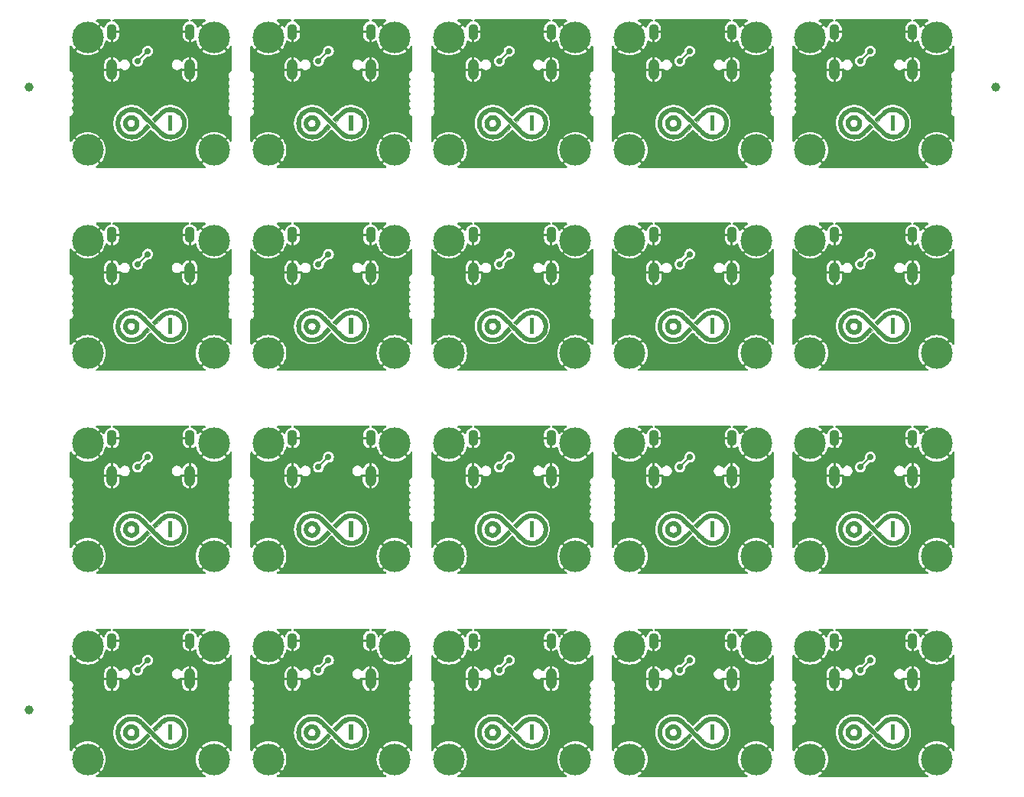
<source format=gbl>
%TF.GenerationSoftware,KiCad,Pcbnew,8.0.4*%
%TF.CreationDate,2024-12-20T12:35:40+08:00*%
%TF.ProjectId,c3-type-c-out-panelized-output,63332d74-7970-4652-9d63-2d6f75742d70,rev?*%
%TF.SameCoordinates,PX5836c38PY1312d00*%
%TF.FileFunction,Copper,L2,Bot*%
%TF.FilePolarity,Positive*%
%FSLAX46Y46*%
G04 Gerber Fmt 4.6, Leading zero omitted, Abs format (unit mm)*
G04 Created by KiCad (PCBNEW 8.0.4) date 2024-12-20 12:35:40*
%MOMM*%
%LPD*%
G01*
G04 APERTURE LIST*
%TA.AperFunction,EtchedComponent*%
%ADD10C,0.000000*%
%TD*%
%TA.AperFunction,EtchedComponent*%
%ADD11C,0.010000*%
%TD*%
%TA.AperFunction,ComponentPad*%
%ADD12C,3.500000*%
%TD*%
%TA.AperFunction,ComponentPad*%
%ADD13O,1.200000X2.300000*%
%TD*%
%TA.AperFunction,ComponentPad*%
%ADD14O,1.100000X1.800000*%
%TD*%
%TA.AperFunction,SMDPad,CuDef*%
%ADD15C,1.000000*%
%TD*%
%TA.AperFunction,ViaPad*%
%ADD16C,0.700000*%
%TD*%
%TA.AperFunction,Conductor*%
%ADD17C,0.200000*%
%TD*%
G04 APERTURE END LIST*
D10*
%TA.AperFunction,EtchedComponent*%
%TO.C,G\u002A\u002A\u002A*%
G36*
X38379364Y-57365909D02*
G01*
X37940637Y-57365909D01*
X37940637Y-55634091D01*
X38379364Y-55634091D01*
X38379364Y-57365909D01*
G37*
%TD.AperFunction*%
D11*
X34664530Y-56528514D02*
X34657134Y-56631464D01*
X34640122Y-56722674D01*
X34595247Y-56849244D01*
X34530125Y-56968410D01*
X34447502Y-57076043D01*
X34349594Y-57170021D01*
X34238617Y-57248220D01*
X34116786Y-57308520D01*
X33986319Y-57348797D01*
X33933358Y-57357450D01*
X33851644Y-57363563D01*
X33763949Y-57363898D01*
X33679517Y-57358489D01*
X33607598Y-57347372D01*
X33501585Y-57316282D01*
X33377562Y-57259282D01*
X33264501Y-57183843D01*
X33164432Y-57091888D01*
X33079386Y-56985340D01*
X33011392Y-56866124D01*
X32962481Y-56736161D01*
X32946791Y-56664540D01*
X32936086Y-56563464D01*
X32935779Y-56529249D01*
X33362245Y-56529249D01*
X33376507Y-56614502D01*
X33407993Y-56695890D01*
X33456714Y-56770545D01*
X33522677Y-56835598D01*
X33605892Y-56888181D01*
X33636286Y-56902646D01*
X33681964Y-56920448D01*
X33724853Y-56930007D01*
X33775563Y-56934202D01*
X33822001Y-56934541D01*
X33868692Y-56931923D01*
X33902793Y-56926842D01*
X33928124Y-56919427D01*
X34009721Y-56881583D01*
X34084994Y-56826388D01*
X34148699Y-56758236D01*
X34195590Y-56681522D01*
X34202997Y-56665096D01*
X34216505Y-56629939D01*
X34224312Y-56596127D01*
X34227906Y-56555525D01*
X34228773Y-56500000D01*
X34228656Y-56475261D01*
X34226866Y-56426741D01*
X34221750Y-56389860D01*
X34211820Y-56356483D01*
X34195590Y-56318478D01*
X34171826Y-56275347D01*
X34116528Y-56205090D01*
X34047852Y-56144113D01*
X33971917Y-56098439D01*
X33970193Y-56097640D01*
X33932827Y-56082187D01*
X33897821Y-56073009D01*
X33856710Y-56068565D01*
X33801032Y-56067314D01*
X33761757Y-56067531D01*
X33720666Y-56069928D01*
X33687332Y-56076578D01*
X33652839Y-56089488D01*
X33608269Y-56110663D01*
X33549012Y-56145402D01*
X33477278Y-56206954D01*
X33422726Y-56278983D01*
X33385364Y-56358621D01*
X33365201Y-56442999D01*
X33362245Y-56529249D01*
X32935779Y-56529249D01*
X32935132Y-56457180D01*
X32943931Y-56354400D01*
X32962481Y-56263838D01*
X32975802Y-56221351D01*
X33031739Y-56091660D01*
X33106448Y-55974813D01*
X33198823Y-55872105D01*
X33307755Y-55784833D01*
X33432137Y-55714291D01*
X33527958Y-55675134D01*
X33624673Y-55649320D01*
X33726344Y-55637122D01*
X33840729Y-55637073D01*
X33878549Y-55639317D01*
X34002554Y-55656078D01*
X34113873Y-55688006D01*
X34216720Y-55736988D01*
X34315307Y-55804909D01*
X34413849Y-55893655D01*
X34475586Y-55960355D01*
X34547305Y-56058066D01*
X34601148Y-56162022D01*
X34640122Y-56277326D01*
X34650473Y-56324395D01*
X34662309Y-56423073D01*
X34663930Y-56500000D01*
X34664530Y-56528514D01*
%TA.AperFunction,EtchedComponent*%
G36*
X34664530Y-56528514D02*
G01*
X34657134Y-56631464D01*
X34640122Y-56722674D01*
X34595247Y-56849244D01*
X34530125Y-56968410D01*
X34447502Y-57076043D01*
X34349594Y-57170021D01*
X34238617Y-57248220D01*
X34116786Y-57308520D01*
X33986319Y-57348797D01*
X33933358Y-57357450D01*
X33851644Y-57363563D01*
X33763949Y-57363898D01*
X33679517Y-57358489D01*
X33607598Y-57347372D01*
X33501585Y-57316282D01*
X33377562Y-57259282D01*
X33264501Y-57183843D01*
X33164432Y-57091888D01*
X33079386Y-56985340D01*
X33011392Y-56866124D01*
X32962481Y-56736161D01*
X32946791Y-56664540D01*
X32936086Y-56563464D01*
X32935779Y-56529249D01*
X33362245Y-56529249D01*
X33376507Y-56614502D01*
X33407993Y-56695890D01*
X33456714Y-56770545D01*
X33522677Y-56835598D01*
X33605892Y-56888181D01*
X33636286Y-56902646D01*
X33681964Y-56920448D01*
X33724853Y-56930007D01*
X33775563Y-56934202D01*
X33822001Y-56934541D01*
X33868692Y-56931923D01*
X33902793Y-56926842D01*
X33928124Y-56919427D01*
X34009721Y-56881583D01*
X34084994Y-56826388D01*
X34148699Y-56758236D01*
X34195590Y-56681522D01*
X34202997Y-56665096D01*
X34216505Y-56629939D01*
X34224312Y-56596127D01*
X34227906Y-56555525D01*
X34228773Y-56500000D01*
X34228656Y-56475261D01*
X34226866Y-56426741D01*
X34221750Y-56389860D01*
X34211820Y-56356483D01*
X34195590Y-56318478D01*
X34171826Y-56275347D01*
X34116528Y-56205090D01*
X34047852Y-56144113D01*
X33971917Y-56098439D01*
X33970193Y-56097640D01*
X33932827Y-56082187D01*
X33897821Y-56073009D01*
X33856710Y-56068565D01*
X33801032Y-56067314D01*
X33761757Y-56067531D01*
X33720666Y-56069928D01*
X33687332Y-56076578D01*
X33652839Y-56089488D01*
X33608269Y-56110663D01*
X33549012Y-56145402D01*
X33477278Y-56206954D01*
X33422726Y-56278983D01*
X33385364Y-56358621D01*
X33365201Y-56442999D01*
X33362245Y-56529249D01*
X32935779Y-56529249D01*
X32935132Y-56457180D01*
X32943931Y-56354400D01*
X32962481Y-56263838D01*
X32975802Y-56221351D01*
X33031739Y-56091660D01*
X33106448Y-55974813D01*
X33198823Y-55872105D01*
X33307755Y-55784833D01*
X33432137Y-55714291D01*
X33527958Y-55675134D01*
X33624673Y-55649320D01*
X33726344Y-55637122D01*
X33840729Y-55637073D01*
X33878549Y-55639317D01*
X34002554Y-55656078D01*
X34113873Y-55688006D01*
X34216720Y-55736988D01*
X34315307Y-55804909D01*
X34413849Y-55893655D01*
X34475586Y-55960355D01*
X34547305Y-56058066D01*
X34601148Y-56162022D01*
X34640122Y-56277326D01*
X34650473Y-56324395D01*
X34662309Y-56423073D01*
X34663930Y-56500000D01*
X34664530Y-56528514D01*
G37*
%TD.AperFunction*%
X38353165Y-54769923D02*
X38544506Y-54802168D01*
X38730691Y-54855760D01*
X38909989Y-54930065D01*
X39080669Y-55024449D01*
X39240999Y-55138279D01*
X39389248Y-55270919D01*
X39409600Y-55291603D01*
X39539089Y-55440284D01*
X39648102Y-55598578D01*
X39737895Y-55768517D01*
X39809722Y-55952135D01*
X39832075Y-56023277D01*
X39861874Y-56138440D01*
X39881529Y-56250692D01*
X39892358Y-56368416D01*
X39895676Y-56500000D01*
X39894599Y-56578193D01*
X39887103Y-56700747D01*
X39871335Y-56814286D01*
X39845980Y-56927197D01*
X39809722Y-57047864D01*
X39800463Y-57075154D01*
X39726133Y-57256683D01*
X39633657Y-57424824D01*
X39521780Y-57581612D01*
X39389248Y-57729080D01*
X39243996Y-57859453D01*
X39082384Y-57974760D01*
X38909832Y-58070300D01*
X38727752Y-58145393D01*
X38537558Y-58199364D01*
X38340664Y-58231534D01*
X38219330Y-58239647D01*
X38035224Y-58235373D01*
X37850940Y-58212268D01*
X37670802Y-58171167D01*
X37499138Y-58112906D01*
X37340273Y-58038320D01*
X37325062Y-58030011D01*
X37295947Y-58013963D01*
X37268522Y-57998357D01*
X37241882Y-57982358D01*
X37215127Y-57965128D01*
X37187354Y-57945829D01*
X37157661Y-57923625D01*
X37125144Y-57897679D01*
X37088903Y-57867154D01*
X37048034Y-57831212D01*
X37001635Y-57789017D01*
X36948805Y-57739732D01*
X36888640Y-57682519D01*
X36820238Y-57616542D01*
X36742697Y-57540962D01*
X36655116Y-57454945D01*
X36556590Y-57357651D01*
X36446219Y-57248245D01*
X36323099Y-57125890D01*
X36186329Y-56989747D01*
X36035006Y-56838981D01*
X35868228Y-56672753D01*
X35724173Y-56529288D01*
X35567525Y-56373574D01*
X35420318Y-56227567D01*
X35283172Y-56091873D01*
X35156708Y-55967101D01*
X35041546Y-55853857D01*
X34938307Y-55752750D01*
X34847611Y-55664386D01*
X34770079Y-55589374D01*
X34706332Y-55528320D01*
X34656989Y-55481833D01*
X34622672Y-55450520D01*
X34604000Y-55434988D01*
X34497982Y-55367330D01*
X34343622Y-55290759D01*
X34183398Y-55236396D01*
X34016471Y-55203973D01*
X33842000Y-55193225D01*
X33703134Y-55199637D01*
X33549593Y-55224253D01*
X33400994Y-55268565D01*
X33251872Y-55333875D01*
X33198164Y-55362361D01*
X33058431Y-55452246D01*
X32933768Y-55558140D01*
X32820955Y-55682648D01*
X32766950Y-55757786D01*
X32708409Y-55855599D01*
X32654412Y-55962055D01*
X32608727Y-56069669D01*
X32575124Y-56170954D01*
X32566856Y-56201712D01*
X32557632Y-56240317D01*
X32551186Y-56276586D01*
X32547027Y-56315604D01*
X32544664Y-56362455D01*
X32543606Y-56422226D01*
X32543362Y-56500000D01*
X32543467Y-56555980D01*
X32544222Y-56620752D01*
X32546131Y-56671040D01*
X32549685Y-56711928D01*
X32555374Y-56748502D01*
X32563690Y-56785846D01*
X32575124Y-56829045D01*
X32605126Y-56920774D01*
X32649871Y-57028123D01*
X32703270Y-57134993D01*
X32761555Y-57233898D01*
X32820955Y-57317351D01*
X32859622Y-57363359D01*
X32981694Y-57484777D01*
X33118630Y-57589286D01*
X33268486Y-57675526D01*
X33429312Y-57742139D01*
X33492193Y-57761417D01*
X33646443Y-57793017D01*
X33806904Y-57805822D01*
X33969286Y-57800122D01*
X34129297Y-57776208D01*
X34282647Y-57734369D01*
X34425046Y-57674894D01*
X34464507Y-57654420D01*
X34502337Y-57633099D01*
X34539480Y-57609847D01*
X34577620Y-57583207D01*
X34618442Y-57551724D01*
X34663631Y-57513940D01*
X34714871Y-57468400D01*
X34773847Y-57413647D01*
X34842243Y-57348224D01*
X34921744Y-57270676D01*
X35014035Y-57179545D01*
X35120799Y-57073375D01*
X35574097Y-56621615D01*
X35726935Y-56774676D01*
X35879773Y-56927738D01*
X35412182Y-57392723D01*
X35361962Y-57442627D01*
X35260352Y-57543245D01*
X35172425Y-57629590D01*
X35096437Y-57703161D01*
X35030641Y-57765462D01*
X34973292Y-57817993D01*
X34922644Y-57862257D01*
X34876952Y-57899755D01*
X34834470Y-57931989D01*
X34793452Y-57960461D01*
X34752153Y-57986673D01*
X34708827Y-58012125D01*
X34661728Y-58038320D01*
X34519876Y-58105751D01*
X34352547Y-58164458D01*
X34174504Y-58207385D01*
X33989934Y-58233318D01*
X33843600Y-58240340D01*
X33648836Y-58230076D01*
X33457495Y-58197831D01*
X33271310Y-58144239D01*
X33092012Y-58069934D01*
X32921332Y-57975550D01*
X32761002Y-57861720D01*
X32612753Y-57729080D01*
X32592401Y-57708396D01*
X32462912Y-57559715D01*
X32353899Y-57401421D01*
X32264106Y-57231482D01*
X32192279Y-57047864D01*
X32169926Y-56976722D01*
X32140127Y-56861559D01*
X32120472Y-56749308D01*
X32109643Y-56631583D01*
X32106325Y-56500000D01*
X32107402Y-56421807D01*
X32114898Y-56299253D01*
X32130666Y-56185713D01*
X32156021Y-56072802D01*
X32192279Y-55952135D01*
X32201538Y-55924845D01*
X32275868Y-55743317D01*
X32368344Y-55575175D01*
X32480221Y-55418387D01*
X32612753Y-55270919D01*
X32635318Y-55248659D01*
X32765497Y-55133561D01*
X32902806Y-55035450D01*
X33054338Y-54949157D01*
X33130364Y-54912272D01*
X33264094Y-54857578D01*
X33399586Y-54816273D01*
X33543504Y-54786479D01*
X33702509Y-54766316D01*
X33802174Y-54760371D01*
X33979801Y-54765459D01*
X34159604Y-54789160D01*
X34336550Y-54830447D01*
X34505602Y-54888295D01*
X34661728Y-54961679D01*
X34677171Y-54970115D01*
X34706292Y-54986166D01*
X34733721Y-55001772D01*
X34760362Y-55017772D01*
X34787116Y-55035000D01*
X34814887Y-55054296D01*
X34844576Y-55076496D01*
X34877085Y-55102437D01*
X34913318Y-55132956D01*
X34954177Y-55168890D01*
X35000564Y-55211077D01*
X35053382Y-55260354D01*
X35113532Y-55317558D01*
X35181918Y-55383525D01*
X35259442Y-55459094D01*
X35347006Y-55545100D01*
X35445513Y-55642382D01*
X35555865Y-55751777D01*
X35678965Y-55874121D01*
X35815714Y-56010252D01*
X35967016Y-56161007D01*
X36133773Y-56327223D01*
X36275660Y-56468540D01*
X36432765Y-56624722D01*
X36580357Y-56771123D01*
X36717821Y-56907144D01*
X36844544Y-57032183D01*
X36959913Y-57145639D01*
X37063312Y-57246911D01*
X37154130Y-57335399D01*
X37231751Y-57410501D01*
X37295563Y-57471616D01*
X37344951Y-57518144D01*
X37379301Y-57549484D01*
X37398000Y-57565034D01*
X37504101Y-57632719D01*
X37658471Y-57709276D01*
X37818673Y-57763623D01*
X37985564Y-57796031D01*
X38160000Y-57806774D01*
X38298867Y-57800363D01*
X38452408Y-57775746D01*
X38601007Y-57731434D01*
X38750129Y-57666125D01*
X38803837Y-57637638D01*
X38943570Y-57547753D01*
X39068233Y-57441859D01*
X39181046Y-57317351D01*
X39235051Y-57242213D01*
X39293592Y-57144400D01*
X39347589Y-57037944D01*
X39393274Y-56930330D01*
X39426877Y-56829045D01*
X39435145Y-56798287D01*
X39444369Y-56759682D01*
X39450815Y-56723413D01*
X39454974Y-56684395D01*
X39457337Y-56637544D01*
X39458395Y-56577774D01*
X39458639Y-56500000D01*
X39458534Y-56444019D01*
X39457779Y-56379247D01*
X39455870Y-56328959D01*
X39452316Y-56288071D01*
X39446627Y-56251497D01*
X39438311Y-56214154D01*
X39426877Y-56170954D01*
X39396875Y-56079225D01*
X39352130Y-55971876D01*
X39298731Y-55865006D01*
X39240446Y-55766101D01*
X39181046Y-55682648D01*
X39083336Y-55573521D01*
X38954621Y-55460567D01*
X38813669Y-55366402D01*
X38662105Y-55291806D01*
X38501555Y-55237558D01*
X38333645Y-55204438D01*
X38160001Y-55193225D01*
X38035934Y-55198584D01*
X37866793Y-55224636D01*
X37704625Y-55272560D01*
X37548628Y-55342609D01*
X37398000Y-55435039D01*
X37389682Y-55441369D01*
X37360400Y-55466401D01*
X37317487Y-55505297D01*
X37262758Y-55556329D01*
X37198029Y-55617765D01*
X37125116Y-55687878D01*
X37045834Y-55764935D01*
X36961999Y-55847207D01*
X36875427Y-55932965D01*
X36427899Y-56378381D01*
X36275064Y-56225321D01*
X36122228Y-56072261D01*
X36589819Y-55607277D01*
X36640039Y-55557372D01*
X36741649Y-55456754D01*
X36829576Y-55370410D01*
X36905564Y-55296838D01*
X36971360Y-55234537D01*
X37028709Y-55182006D01*
X37079357Y-55137742D01*
X37125049Y-55100244D01*
X37167531Y-55068010D01*
X37208549Y-55039538D01*
X37249848Y-55013327D01*
X37293174Y-54987874D01*
X37340273Y-54961679D01*
X37482125Y-54894248D01*
X37649454Y-54835541D01*
X37827497Y-54792614D01*
X38012067Y-54766681D01*
X38158401Y-54759659D01*
X38353165Y-54769923D01*
%TA.AperFunction,EtchedComponent*%
G36*
X38353165Y-54769923D02*
G01*
X38544506Y-54802168D01*
X38730691Y-54855760D01*
X38909989Y-54930065D01*
X39080669Y-55024449D01*
X39240999Y-55138279D01*
X39389248Y-55270919D01*
X39409600Y-55291603D01*
X39539089Y-55440284D01*
X39648102Y-55598578D01*
X39737895Y-55768517D01*
X39809722Y-55952135D01*
X39832075Y-56023277D01*
X39861874Y-56138440D01*
X39881529Y-56250692D01*
X39892358Y-56368416D01*
X39895676Y-56500000D01*
X39894599Y-56578193D01*
X39887103Y-56700747D01*
X39871335Y-56814286D01*
X39845980Y-56927197D01*
X39809722Y-57047864D01*
X39800463Y-57075154D01*
X39726133Y-57256683D01*
X39633657Y-57424824D01*
X39521780Y-57581612D01*
X39389248Y-57729080D01*
X39243996Y-57859453D01*
X39082384Y-57974760D01*
X38909832Y-58070300D01*
X38727752Y-58145393D01*
X38537558Y-58199364D01*
X38340664Y-58231534D01*
X38219330Y-58239647D01*
X38035224Y-58235373D01*
X37850940Y-58212268D01*
X37670802Y-58171167D01*
X37499138Y-58112906D01*
X37340273Y-58038320D01*
X37325062Y-58030011D01*
X37295947Y-58013963D01*
X37268522Y-57998357D01*
X37241882Y-57982358D01*
X37215127Y-57965128D01*
X37187354Y-57945829D01*
X37157661Y-57923625D01*
X37125144Y-57897679D01*
X37088903Y-57867154D01*
X37048034Y-57831212D01*
X37001635Y-57789017D01*
X36948805Y-57739732D01*
X36888640Y-57682519D01*
X36820238Y-57616542D01*
X36742697Y-57540962D01*
X36655116Y-57454945D01*
X36556590Y-57357651D01*
X36446219Y-57248245D01*
X36323099Y-57125890D01*
X36186329Y-56989747D01*
X36035006Y-56838981D01*
X35868228Y-56672753D01*
X35724173Y-56529288D01*
X35567525Y-56373574D01*
X35420318Y-56227567D01*
X35283172Y-56091873D01*
X35156708Y-55967101D01*
X35041546Y-55853857D01*
X34938307Y-55752750D01*
X34847611Y-55664386D01*
X34770079Y-55589374D01*
X34706332Y-55528320D01*
X34656989Y-55481833D01*
X34622672Y-55450520D01*
X34604000Y-55434988D01*
X34497982Y-55367330D01*
X34343622Y-55290759D01*
X34183398Y-55236396D01*
X34016471Y-55203973D01*
X33842000Y-55193225D01*
X33703134Y-55199637D01*
X33549593Y-55224253D01*
X33400994Y-55268565D01*
X33251872Y-55333875D01*
X33198164Y-55362361D01*
X33058431Y-55452246D01*
X32933768Y-55558140D01*
X32820955Y-55682648D01*
X32766950Y-55757786D01*
X32708409Y-55855599D01*
X32654412Y-55962055D01*
X32608727Y-56069669D01*
X32575124Y-56170954D01*
X32566856Y-56201712D01*
X32557632Y-56240317D01*
X32551186Y-56276586D01*
X32547027Y-56315604D01*
X32544664Y-56362455D01*
X32543606Y-56422226D01*
X32543362Y-56500000D01*
X32543467Y-56555980D01*
X32544222Y-56620752D01*
X32546131Y-56671040D01*
X32549685Y-56711928D01*
X32555374Y-56748502D01*
X32563690Y-56785846D01*
X32575124Y-56829045D01*
X32605126Y-56920774D01*
X32649871Y-57028123D01*
X32703270Y-57134993D01*
X32761555Y-57233898D01*
X32820955Y-57317351D01*
X32859622Y-57363359D01*
X32981694Y-57484777D01*
X33118630Y-57589286D01*
X33268486Y-57675526D01*
X33429312Y-57742139D01*
X33492193Y-57761417D01*
X33646443Y-57793017D01*
X33806904Y-57805822D01*
X33969286Y-57800122D01*
X34129297Y-57776208D01*
X34282647Y-57734369D01*
X34425046Y-57674894D01*
X34464507Y-57654420D01*
X34502337Y-57633099D01*
X34539480Y-57609847D01*
X34577620Y-57583207D01*
X34618442Y-57551724D01*
X34663631Y-57513940D01*
X34714871Y-57468400D01*
X34773847Y-57413647D01*
X34842243Y-57348224D01*
X34921744Y-57270676D01*
X35014035Y-57179545D01*
X35120799Y-57073375D01*
X35574097Y-56621615D01*
X35726935Y-56774676D01*
X35879773Y-56927738D01*
X35412182Y-57392723D01*
X35361962Y-57442627D01*
X35260352Y-57543245D01*
X35172425Y-57629590D01*
X35096437Y-57703161D01*
X35030641Y-57765462D01*
X34973292Y-57817993D01*
X34922644Y-57862257D01*
X34876952Y-57899755D01*
X34834470Y-57931989D01*
X34793452Y-57960461D01*
X34752153Y-57986673D01*
X34708827Y-58012125D01*
X34661728Y-58038320D01*
X34519876Y-58105751D01*
X34352547Y-58164458D01*
X34174504Y-58207385D01*
X33989934Y-58233318D01*
X33843600Y-58240340D01*
X33648836Y-58230076D01*
X33457495Y-58197831D01*
X33271310Y-58144239D01*
X33092012Y-58069934D01*
X32921332Y-57975550D01*
X32761002Y-57861720D01*
X32612753Y-57729080D01*
X32592401Y-57708396D01*
X32462912Y-57559715D01*
X32353899Y-57401421D01*
X32264106Y-57231482D01*
X32192279Y-57047864D01*
X32169926Y-56976722D01*
X32140127Y-56861559D01*
X32120472Y-56749308D01*
X32109643Y-56631583D01*
X32106325Y-56500000D01*
X32107402Y-56421807D01*
X32114898Y-56299253D01*
X32130666Y-56185713D01*
X32156021Y-56072802D01*
X32192279Y-55952135D01*
X32201538Y-55924845D01*
X32275868Y-55743317D01*
X32368344Y-55575175D01*
X32480221Y-55418387D01*
X32612753Y-55270919D01*
X32635318Y-55248659D01*
X32765497Y-55133561D01*
X32902806Y-55035450D01*
X33054338Y-54949157D01*
X33130364Y-54912272D01*
X33264094Y-54857578D01*
X33399586Y-54816273D01*
X33543504Y-54786479D01*
X33702509Y-54766316D01*
X33802174Y-54760371D01*
X33979801Y-54765459D01*
X34159604Y-54789160D01*
X34336550Y-54830447D01*
X34505602Y-54888295D01*
X34661728Y-54961679D01*
X34677171Y-54970115D01*
X34706292Y-54986166D01*
X34733721Y-55001772D01*
X34760362Y-55017772D01*
X34787116Y-55035000D01*
X34814887Y-55054296D01*
X34844576Y-55076496D01*
X34877085Y-55102437D01*
X34913318Y-55132956D01*
X34954177Y-55168890D01*
X35000564Y-55211077D01*
X35053382Y-55260354D01*
X35113532Y-55317558D01*
X35181918Y-55383525D01*
X35259442Y-55459094D01*
X35347006Y-55545100D01*
X35445513Y-55642382D01*
X35555865Y-55751777D01*
X35678965Y-55874121D01*
X35815714Y-56010252D01*
X35967016Y-56161007D01*
X36133773Y-56327223D01*
X36275660Y-56468540D01*
X36432765Y-56624722D01*
X36580357Y-56771123D01*
X36717821Y-56907144D01*
X36844544Y-57032183D01*
X36959913Y-57145639D01*
X37063312Y-57246911D01*
X37154130Y-57335399D01*
X37231751Y-57410501D01*
X37295563Y-57471616D01*
X37344951Y-57518144D01*
X37379301Y-57549484D01*
X37398000Y-57565034D01*
X37504101Y-57632719D01*
X37658471Y-57709276D01*
X37818673Y-57763623D01*
X37985564Y-57796031D01*
X38160000Y-57806774D01*
X38298867Y-57800363D01*
X38452408Y-57775746D01*
X38601007Y-57731434D01*
X38750129Y-57666125D01*
X38803837Y-57637638D01*
X38943570Y-57547753D01*
X39068233Y-57441859D01*
X39181046Y-57317351D01*
X39235051Y-57242213D01*
X39293592Y-57144400D01*
X39347589Y-57037944D01*
X39393274Y-56930330D01*
X39426877Y-56829045D01*
X39435145Y-56798287D01*
X39444369Y-56759682D01*
X39450815Y-56723413D01*
X39454974Y-56684395D01*
X39457337Y-56637544D01*
X39458395Y-56577774D01*
X39458639Y-56500000D01*
X39458534Y-56444019D01*
X39457779Y-56379247D01*
X39455870Y-56328959D01*
X39452316Y-56288071D01*
X39446627Y-56251497D01*
X39438311Y-56214154D01*
X39426877Y-56170954D01*
X39396875Y-56079225D01*
X39352130Y-55971876D01*
X39298731Y-55865006D01*
X39240446Y-55766101D01*
X39181046Y-55682648D01*
X39083336Y-55573521D01*
X38954621Y-55460567D01*
X38813669Y-55366402D01*
X38662105Y-55291806D01*
X38501555Y-55237558D01*
X38333645Y-55204438D01*
X38160001Y-55193225D01*
X38035934Y-55198584D01*
X37866793Y-55224636D01*
X37704625Y-55272560D01*
X37548628Y-55342609D01*
X37398000Y-55435039D01*
X37389682Y-55441369D01*
X37360400Y-55466401D01*
X37317487Y-55505297D01*
X37262758Y-55556329D01*
X37198029Y-55617765D01*
X37125116Y-55687878D01*
X37045834Y-55764935D01*
X36961999Y-55847207D01*
X36875427Y-55932965D01*
X36427899Y-56378381D01*
X36275064Y-56225321D01*
X36122228Y-56072261D01*
X36589819Y-55607277D01*
X36640039Y-55557372D01*
X36741649Y-55456754D01*
X36829576Y-55370410D01*
X36905564Y-55296838D01*
X36971360Y-55234537D01*
X37028709Y-55182006D01*
X37079357Y-55137742D01*
X37125049Y-55100244D01*
X37167531Y-55068010D01*
X37208549Y-55039538D01*
X37249848Y-55013327D01*
X37293174Y-54987874D01*
X37340273Y-54961679D01*
X37482125Y-54894248D01*
X37649454Y-54835541D01*
X37827497Y-54792614D01*
X38012067Y-54766681D01*
X38158401Y-54759659D01*
X38353165Y-54769923D01*
G37*
%TD.AperFunction*%
D10*
%TA.AperFunction,EtchedComponent*%
G36*
X78379364Y-79865909D02*
G01*
X77940637Y-79865909D01*
X77940637Y-78134091D01*
X78379364Y-78134091D01*
X78379364Y-79865909D01*
G37*
%TD.AperFunction*%
D11*
X74664530Y-79028514D02*
X74657134Y-79131464D01*
X74640122Y-79222674D01*
X74595247Y-79349244D01*
X74530125Y-79468410D01*
X74447502Y-79576043D01*
X74349594Y-79670021D01*
X74238617Y-79748220D01*
X74116786Y-79808520D01*
X73986319Y-79848797D01*
X73933358Y-79857450D01*
X73851644Y-79863563D01*
X73763949Y-79863898D01*
X73679517Y-79858489D01*
X73607598Y-79847372D01*
X73501585Y-79816282D01*
X73377562Y-79759282D01*
X73264501Y-79683843D01*
X73164432Y-79591888D01*
X73079386Y-79485340D01*
X73011392Y-79366124D01*
X72962481Y-79236161D01*
X72946791Y-79164540D01*
X72936086Y-79063464D01*
X72935779Y-79029249D01*
X73362245Y-79029249D01*
X73376507Y-79114502D01*
X73407993Y-79195890D01*
X73456714Y-79270545D01*
X73522677Y-79335598D01*
X73605892Y-79388181D01*
X73636286Y-79402646D01*
X73681964Y-79420448D01*
X73724853Y-79430007D01*
X73775563Y-79434202D01*
X73822001Y-79434541D01*
X73868692Y-79431923D01*
X73902793Y-79426842D01*
X73928124Y-79419427D01*
X74009721Y-79381583D01*
X74084994Y-79326388D01*
X74148699Y-79258236D01*
X74195590Y-79181522D01*
X74202997Y-79165096D01*
X74216505Y-79129939D01*
X74224312Y-79096127D01*
X74227906Y-79055525D01*
X74228773Y-79000000D01*
X74228656Y-78975261D01*
X74226866Y-78926741D01*
X74221750Y-78889860D01*
X74211820Y-78856483D01*
X74195590Y-78818478D01*
X74171826Y-78775347D01*
X74116528Y-78705090D01*
X74047852Y-78644113D01*
X73971917Y-78598439D01*
X73970193Y-78597640D01*
X73932827Y-78582187D01*
X73897821Y-78573009D01*
X73856710Y-78568565D01*
X73801032Y-78567314D01*
X73761757Y-78567531D01*
X73720666Y-78569928D01*
X73687332Y-78576578D01*
X73652839Y-78589488D01*
X73608269Y-78610663D01*
X73549012Y-78645402D01*
X73477278Y-78706954D01*
X73422726Y-78778983D01*
X73385364Y-78858621D01*
X73365201Y-78942999D01*
X73362245Y-79029249D01*
X72935779Y-79029249D01*
X72935132Y-78957180D01*
X72943931Y-78854400D01*
X72962481Y-78763838D01*
X72975802Y-78721351D01*
X73031739Y-78591660D01*
X73106448Y-78474813D01*
X73198823Y-78372105D01*
X73307755Y-78284833D01*
X73432137Y-78214291D01*
X73527958Y-78175134D01*
X73624673Y-78149320D01*
X73726344Y-78137122D01*
X73840729Y-78137073D01*
X73878549Y-78139317D01*
X74002554Y-78156078D01*
X74113873Y-78188006D01*
X74216720Y-78236988D01*
X74315307Y-78304909D01*
X74413849Y-78393655D01*
X74475586Y-78460355D01*
X74547305Y-78558066D01*
X74601148Y-78662022D01*
X74640122Y-78777326D01*
X74650473Y-78824395D01*
X74662309Y-78923073D01*
X74663930Y-79000000D01*
X74664530Y-79028514D01*
%TA.AperFunction,EtchedComponent*%
G36*
X74664530Y-79028514D02*
G01*
X74657134Y-79131464D01*
X74640122Y-79222674D01*
X74595247Y-79349244D01*
X74530125Y-79468410D01*
X74447502Y-79576043D01*
X74349594Y-79670021D01*
X74238617Y-79748220D01*
X74116786Y-79808520D01*
X73986319Y-79848797D01*
X73933358Y-79857450D01*
X73851644Y-79863563D01*
X73763949Y-79863898D01*
X73679517Y-79858489D01*
X73607598Y-79847372D01*
X73501585Y-79816282D01*
X73377562Y-79759282D01*
X73264501Y-79683843D01*
X73164432Y-79591888D01*
X73079386Y-79485340D01*
X73011392Y-79366124D01*
X72962481Y-79236161D01*
X72946791Y-79164540D01*
X72936086Y-79063464D01*
X72935779Y-79029249D01*
X73362245Y-79029249D01*
X73376507Y-79114502D01*
X73407993Y-79195890D01*
X73456714Y-79270545D01*
X73522677Y-79335598D01*
X73605892Y-79388181D01*
X73636286Y-79402646D01*
X73681964Y-79420448D01*
X73724853Y-79430007D01*
X73775563Y-79434202D01*
X73822001Y-79434541D01*
X73868692Y-79431923D01*
X73902793Y-79426842D01*
X73928124Y-79419427D01*
X74009721Y-79381583D01*
X74084994Y-79326388D01*
X74148699Y-79258236D01*
X74195590Y-79181522D01*
X74202997Y-79165096D01*
X74216505Y-79129939D01*
X74224312Y-79096127D01*
X74227906Y-79055525D01*
X74228773Y-79000000D01*
X74228656Y-78975261D01*
X74226866Y-78926741D01*
X74221750Y-78889860D01*
X74211820Y-78856483D01*
X74195590Y-78818478D01*
X74171826Y-78775347D01*
X74116528Y-78705090D01*
X74047852Y-78644113D01*
X73971917Y-78598439D01*
X73970193Y-78597640D01*
X73932827Y-78582187D01*
X73897821Y-78573009D01*
X73856710Y-78568565D01*
X73801032Y-78567314D01*
X73761757Y-78567531D01*
X73720666Y-78569928D01*
X73687332Y-78576578D01*
X73652839Y-78589488D01*
X73608269Y-78610663D01*
X73549012Y-78645402D01*
X73477278Y-78706954D01*
X73422726Y-78778983D01*
X73385364Y-78858621D01*
X73365201Y-78942999D01*
X73362245Y-79029249D01*
X72935779Y-79029249D01*
X72935132Y-78957180D01*
X72943931Y-78854400D01*
X72962481Y-78763838D01*
X72975802Y-78721351D01*
X73031739Y-78591660D01*
X73106448Y-78474813D01*
X73198823Y-78372105D01*
X73307755Y-78284833D01*
X73432137Y-78214291D01*
X73527958Y-78175134D01*
X73624673Y-78149320D01*
X73726344Y-78137122D01*
X73840729Y-78137073D01*
X73878549Y-78139317D01*
X74002554Y-78156078D01*
X74113873Y-78188006D01*
X74216720Y-78236988D01*
X74315307Y-78304909D01*
X74413849Y-78393655D01*
X74475586Y-78460355D01*
X74547305Y-78558066D01*
X74601148Y-78662022D01*
X74640122Y-78777326D01*
X74650473Y-78824395D01*
X74662309Y-78923073D01*
X74663930Y-79000000D01*
X74664530Y-79028514D01*
G37*
%TD.AperFunction*%
X78353165Y-77269923D02*
X78544506Y-77302168D01*
X78730691Y-77355760D01*
X78909989Y-77430065D01*
X79080669Y-77524449D01*
X79240999Y-77638279D01*
X79389248Y-77770919D01*
X79409600Y-77791603D01*
X79539089Y-77940284D01*
X79648102Y-78098578D01*
X79737895Y-78268517D01*
X79809722Y-78452135D01*
X79832075Y-78523277D01*
X79861874Y-78638440D01*
X79881529Y-78750692D01*
X79892358Y-78868416D01*
X79895676Y-79000000D01*
X79894599Y-79078193D01*
X79887103Y-79200747D01*
X79871335Y-79314286D01*
X79845980Y-79427197D01*
X79809722Y-79547864D01*
X79800463Y-79575154D01*
X79726133Y-79756683D01*
X79633657Y-79924824D01*
X79521780Y-80081612D01*
X79389248Y-80229080D01*
X79243996Y-80359453D01*
X79082384Y-80474760D01*
X78909832Y-80570300D01*
X78727752Y-80645393D01*
X78537558Y-80699364D01*
X78340664Y-80731534D01*
X78219330Y-80739647D01*
X78035224Y-80735373D01*
X77850940Y-80712268D01*
X77670802Y-80671167D01*
X77499138Y-80612906D01*
X77340273Y-80538320D01*
X77325062Y-80530011D01*
X77295947Y-80513963D01*
X77268522Y-80498357D01*
X77241882Y-80482358D01*
X77215127Y-80465128D01*
X77187354Y-80445829D01*
X77157661Y-80423625D01*
X77125144Y-80397679D01*
X77088903Y-80367154D01*
X77048034Y-80331212D01*
X77001635Y-80289017D01*
X76948805Y-80239732D01*
X76888640Y-80182519D01*
X76820238Y-80116542D01*
X76742697Y-80040962D01*
X76655116Y-79954945D01*
X76556590Y-79857651D01*
X76446219Y-79748245D01*
X76323099Y-79625890D01*
X76186329Y-79489747D01*
X76035006Y-79338981D01*
X75868228Y-79172753D01*
X75724173Y-79029288D01*
X75567525Y-78873574D01*
X75420318Y-78727567D01*
X75283172Y-78591873D01*
X75156708Y-78467101D01*
X75041546Y-78353857D01*
X74938307Y-78252750D01*
X74847611Y-78164386D01*
X74770079Y-78089374D01*
X74706332Y-78028320D01*
X74656989Y-77981833D01*
X74622672Y-77950520D01*
X74604000Y-77934988D01*
X74497982Y-77867330D01*
X74343622Y-77790759D01*
X74183398Y-77736396D01*
X74016471Y-77703973D01*
X73842000Y-77693225D01*
X73703134Y-77699637D01*
X73549593Y-77724253D01*
X73400994Y-77768565D01*
X73251872Y-77833875D01*
X73198164Y-77862361D01*
X73058431Y-77952246D01*
X72933768Y-78058140D01*
X72820955Y-78182648D01*
X72766950Y-78257786D01*
X72708409Y-78355599D01*
X72654412Y-78462055D01*
X72608727Y-78569669D01*
X72575124Y-78670954D01*
X72566856Y-78701712D01*
X72557632Y-78740317D01*
X72551186Y-78776586D01*
X72547027Y-78815604D01*
X72544664Y-78862455D01*
X72543606Y-78922226D01*
X72543362Y-79000000D01*
X72543467Y-79055980D01*
X72544222Y-79120752D01*
X72546131Y-79171040D01*
X72549685Y-79211928D01*
X72555374Y-79248502D01*
X72563690Y-79285846D01*
X72575124Y-79329045D01*
X72605126Y-79420774D01*
X72649871Y-79528123D01*
X72703270Y-79634993D01*
X72761555Y-79733898D01*
X72820955Y-79817351D01*
X72859622Y-79863359D01*
X72981694Y-79984777D01*
X73118630Y-80089286D01*
X73268486Y-80175526D01*
X73429312Y-80242139D01*
X73492193Y-80261417D01*
X73646443Y-80293017D01*
X73806904Y-80305822D01*
X73969286Y-80300122D01*
X74129297Y-80276208D01*
X74282647Y-80234369D01*
X74425046Y-80174894D01*
X74464507Y-80154420D01*
X74502337Y-80133099D01*
X74539480Y-80109847D01*
X74577620Y-80083207D01*
X74618442Y-80051724D01*
X74663631Y-80013940D01*
X74714871Y-79968400D01*
X74773847Y-79913647D01*
X74842243Y-79848224D01*
X74921744Y-79770676D01*
X75014035Y-79679545D01*
X75120799Y-79573375D01*
X75574097Y-79121615D01*
X75726935Y-79274676D01*
X75879773Y-79427738D01*
X75412182Y-79892723D01*
X75361962Y-79942627D01*
X75260352Y-80043245D01*
X75172425Y-80129590D01*
X75096437Y-80203161D01*
X75030641Y-80265462D01*
X74973292Y-80317993D01*
X74922644Y-80362257D01*
X74876952Y-80399755D01*
X74834470Y-80431989D01*
X74793452Y-80460461D01*
X74752153Y-80486673D01*
X74708827Y-80512125D01*
X74661728Y-80538320D01*
X74519876Y-80605751D01*
X74352547Y-80664458D01*
X74174504Y-80707385D01*
X73989934Y-80733318D01*
X73843600Y-80740340D01*
X73648836Y-80730076D01*
X73457495Y-80697831D01*
X73271310Y-80644239D01*
X73092012Y-80569934D01*
X72921332Y-80475550D01*
X72761002Y-80361720D01*
X72612753Y-80229080D01*
X72592401Y-80208396D01*
X72462912Y-80059715D01*
X72353899Y-79901421D01*
X72264106Y-79731482D01*
X72192279Y-79547864D01*
X72169926Y-79476722D01*
X72140127Y-79361559D01*
X72120472Y-79249308D01*
X72109643Y-79131583D01*
X72106325Y-79000000D01*
X72107402Y-78921807D01*
X72114898Y-78799253D01*
X72130666Y-78685713D01*
X72156021Y-78572802D01*
X72192279Y-78452135D01*
X72201538Y-78424845D01*
X72275868Y-78243317D01*
X72368344Y-78075175D01*
X72480221Y-77918387D01*
X72612753Y-77770919D01*
X72635318Y-77748659D01*
X72765497Y-77633561D01*
X72902806Y-77535450D01*
X73054338Y-77449157D01*
X73130364Y-77412272D01*
X73264094Y-77357578D01*
X73399586Y-77316273D01*
X73543504Y-77286479D01*
X73702509Y-77266316D01*
X73802174Y-77260371D01*
X73979801Y-77265459D01*
X74159604Y-77289160D01*
X74336550Y-77330447D01*
X74505602Y-77388295D01*
X74661728Y-77461679D01*
X74677171Y-77470115D01*
X74706292Y-77486166D01*
X74733721Y-77501772D01*
X74760362Y-77517772D01*
X74787116Y-77535000D01*
X74814887Y-77554296D01*
X74844576Y-77576496D01*
X74877085Y-77602437D01*
X74913318Y-77632956D01*
X74954177Y-77668890D01*
X75000564Y-77711077D01*
X75053382Y-77760354D01*
X75113532Y-77817558D01*
X75181918Y-77883525D01*
X75259442Y-77959094D01*
X75347006Y-78045100D01*
X75445513Y-78142382D01*
X75555865Y-78251777D01*
X75678965Y-78374121D01*
X75815714Y-78510252D01*
X75967016Y-78661007D01*
X76133773Y-78827223D01*
X76275660Y-78968540D01*
X76432765Y-79124722D01*
X76580357Y-79271123D01*
X76717821Y-79407144D01*
X76844544Y-79532183D01*
X76959913Y-79645639D01*
X77063312Y-79746911D01*
X77154130Y-79835399D01*
X77231751Y-79910501D01*
X77295563Y-79971616D01*
X77344951Y-80018144D01*
X77379301Y-80049484D01*
X77398000Y-80065034D01*
X77504101Y-80132719D01*
X77658471Y-80209276D01*
X77818673Y-80263623D01*
X77985564Y-80296031D01*
X78160000Y-80306774D01*
X78298867Y-80300363D01*
X78452408Y-80275746D01*
X78601007Y-80231434D01*
X78750129Y-80166125D01*
X78803837Y-80137638D01*
X78943570Y-80047753D01*
X79068233Y-79941859D01*
X79181046Y-79817351D01*
X79235051Y-79742213D01*
X79293592Y-79644400D01*
X79347589Y-79537944D01*
X79393274Y-79430330D01*
X79426877Y-79329045D01*
X79435145Y-79298287D01*
X79444369Y-79259682D01*
X79450815Y-79223413D01*
X79454974Y-79184395D01*
X79457337Y-79137544D01*
X79458395Y-79077774D01*
X79458639Y-79000000D01*
X79458534Y-78944019D01*
X79457779Y-78879247D01*
X79455870Y-78828959D01*
X79452316Y-78788071D01*
X79446627Y-78751497D01*
X79438311Y-78714154D01*
X79426877Y-78670954D01*
X79396875Y-78579225D01*
X79352130Y-78471876D01*
X79298731Y-78365006D01*
X79240446Y-78266101D01*
X79181046Y-78182648D01*
X79083336Y-78073521D01*
X78954621Y-77960567D01*
X78813669Y-77866402D01*
X78662105Y-77791806D01*
X78501555Y-77737558D01*
X78333645Y-77704438D01*
X78160001Y-77693225D01*
X78035934Y-77698584D01*
X77866793Y-77724636D01*
X77704625Y-77772560D01*
X77548628Y-77842609D01*
X77398000Y-77935039D01*
X77389682Y-77941369D01*
X77360400Y-77966401D01*
X77317487Y-78005297D01*
X77262758Y-78056329D01*
X77198029Y-78117765D01*
X77125116Y-78187878D01*
X77045834Y-78264935D01*
X76961999Y-78347207D01*
X76875427Y-78432965D01*
X76427899Y-78878381D01*
X76275064Y-78725321D01*
X76122228Y-78572261D01*
X76589819Y-78107277D01*
X76640039Y-78057372D01*
X76741649Y-77956754D01*
X76829576Y-77870410D01*
X76905564Y-77796838D01*
X76971360Y-77734537D01*
X77028709Y-77682006D01*
X77079357Y-77637742D01*
X77125049Y-77600244D01*
X77167531Y-77568010D01*
X77208549Y-77539538D01*
X77249848Y-77513327D01*
X77293174Y-77487874D01*
X77340273Y-77461679D01*
X77482125Y-77394248D01*
X77649454Y-77335541D01*
X77827497Y-77292614D01*
X78012067Y-77266681D01*
X78158401Y-77259659D01*
X78353165Y-77269923D01*
%TA.AperFunction,EtchedComponent*%
G36*
X78353165Y-77269923D02*
G01*
X78544506Y-77302168D01*
X78730691Y-77355760D01*
X78909989Y-77430065D01*
X79080669Y-77524449D01*
X79240999Y-77638279D01*
X79389248Y-77770919D01*
X79409600Y-77791603D01*
X79539089Y-77940284D01*
X79648102Y-78098578D01*
X79737895Y-78268517D01*
X79809722Y-78452135D01*
X79832075Y-78523277D01*
X79861874Y-78638440D01*
X79881529Y-78750692D01*
X79892358Y-78868416D01*
X79895676Y-79000000D01*
X79894599Y-79078193D01*
X79887103Y-79200747D01*
X79871335Y-79314286D01*
X79845980Y-79427197D01*
X79809722Y-79547864D01*
X79800463Y-79575154D01*
X79726133Y-79756683D01*
X79633657Y-79924824D01*
X79521780Y-80081612D01*
X79389248Y-80229080D01*
X79243996Y-80359453D01*
X79082384Y-80474760D01*
X78909832Y-80570300D01*
X78727752Y-80645393D01*
X78537558Y-80699364D01*
X78340664Y-80731534D01*
X78219330Y-80739647D01*
X78035224Y-80735373D01*
X77850940Y-80712268D01*
X77670802Y-80671167D01*
X77499138Y-80612906D01*
X77340273Y-80538320D01*
X77325062Y-80530011D01*
X77295947Y-80513963D01*
X77268522Y-80498357D01*
X77241882Y-80482358D01*
X77215127Y-80465128D01*
X77187354Y-80445829D01*
X77157661Y-80423625D01*
X77125144Y-80397679D01*
X77088903Y-80367154D01*
X77048034Y-80331212D01*
X77001635Y-80289017D01*
X76948805Y-80239732D01*
X76888640Y-80182519D01*
X76820238Y-80116542D01*
X76742697Y-80040962D01*
X76655116Y-79954945D01*
X76556590Y-79857651D01*
X76446219Y-79748245D01*
X76323099Y-79625890D01*
X76186329Y-79489747D01*
X76035006Y-79338981D01*
X75868228Y-79172753D01*
X75724173Y-79029288D01*
X75567525Y-78873574D01*
X75420318Y-78727567D01*
X75283172Y-78591873D01*
X75156708Y-78467101D01*
X75041546Y-78353857D01*
X74938307Y-78252750D01*
X74847611Y-78164386D01*
X74770079Y-78089374D01*
X74706332Y-78028320D01*
X74656989Y-77981833D01*
X74622672Y-77950520D01*
X74604000Y-77934988D01*
X74497982Y-77867330D01*
X74343622Y-77790759D01*
X74183398Y-77736396D01*
X74016471Y-77703973D01*
X73842000Y-77693225D01*
X73703134Y-77699637D01*
X73549593Y-77724253D01*
X73400994Y-77768565D01*
X73251872Y-77833875D01*
X73198164Y-77862361D01*
X73058431Y-77952246D01*
X72933768Y-78058140D01*
X72820955Y-78182648D01*
X72766950Y-78257786D01*
X72708409Y-78355599D01*
X72654412Y-78462055D01*
X72608727Y-78569669D01*
X72575124Y-78670954D01*
X72566856Y-78701712D01*
X72557632Y-78740317D01*
X72551186Y-78776586D01*
X72547027Y-78815604D01*
X72544664Y-78862455D01*
X72543606Y-78922226D01*
X72543362Y-79000000D01*
X72543467Y-79055980D01*
X72544222Y-79120752D01*
X72546131Y-79171040D01*
X72549685Y-79211928D01*
X72555374Y-79248502D01*
X72563690Y-79285846D01*
X72575124Y-79329045D01*
X72605126Y-79420774D01*
X72649871Y-79528123D01*
X72703270Y-79634993D01*
X72761555Y-79733898D01*
X72820955Y-79817351D01*
X72859622Y-79863359D01*
X72981694Y-79984777D01*
X73118630Y-80089286D01*
X73268486Y-80175526D01*
X73429312Y-80242139D01*
X73492193Y-80261417D01*
X73646443Y-80293017D01*
X73806904Y-80305822D01*
X73969286Y-80300122D01*
X74129297Y-80276208D01*
X74282647Y-80234369D01*
X74425046Y-80174894D01*
X74464507Y-80154420D01*
X74502337Y-80133099D01*
X74539480Y-80109847D01*
X74577620Y-80083207D01*
X74618442Y-80051724D01*
X74663631Y-80013940D01*
X74714871Y-79968400D01*
X74773847Y-79913647D01*
X74842243Y-79848224D01*
X74921744Y-79770676D01*
X75014035Y-79679545D01*
X75120799Y-79573375D01*
X75574097Y-79121615D01*
X75726935Y-79274676D01*
X75879773Y-79427738D01*
X75412182Y-79892723D01*
X75361962Y-79942627D01*
X75260352Y-80043245D01*
X75172425Y-80129590D01*
X75096437Y-80203161D01*
X75030641Y-80265462D01*
X74973292Y-80317993D01*
X74922644Y-80362257D01*
X74876952Y-80399755D01*
X74834470Y-80431989D01*
X74793452Y-80460461D01*
X74752153Y-80486673D01*
X74708827Y-80512125D01*
X74661728Y-80538320D01*
X74519876Y-80605751D01*
X74352547Y-80664458D01*
X74174504Y-80707385D01*
X73989934Y-80733318D01*
X73843600Y-80740340D01*
X73648836Y-80730076D01*
X73457495Y-80697831D01*
X73271310Y-80644239D01*
X73092012Y-80569934D01*
X72921332Y-80475550D01*
X72761002Y-80361720D01*
X72612753Y-80229080D01*
X72592401Y-80208396D01*
X72462912Y-80059715D01*
X72353899Y-79901421D01*
X72264106Y-79731482D01*
X72192279Y-79547864D01*
X72169926Y-79476722D01*
X72140127Y-79361559D01*
X72120472Y-79249308D01*
X72109643Y-79131583D01*
X72106325Y-79000000D01*
X72107402Y-78921807D01*
X72114898Y-78799253D01*
X72130666Y-78685713D01*
X72156021Y-78572802D01*
X72192279Y-78452135D01*
X72201538Y-78424845D01*
X72275868Y-78243317D01*
X72368344Y-78075175D01*
X72480221Y-77918387D01*
X72612753Y-77770919D01*
X72635318Y-77748659D01*
X72765497Y-77633561D01*
X72902806Y-77535450D01*
X73054338Y-77449157D01*
X73130364Y-77412272D01*
X73264094Y-77357578D01*
X73399586Y-77316273D01*
X73543504Y-77286479D01*
X73702509Y-77266316D01*
X73802174Y-77260371D01*
X73979801Y-77265459D01*
X74159604Y-77289160D01*
X74336550Y-77330447D01*
X74505602Y-77388295D01*
X74661728Y-77461679D01*
X74677171Y-77470115D01*
X74706292Y-77486166D01*
X74733721Y-77501772D01*
X74760362Y-77517772D01*
X74787116Y-77535000D01*
X74814887Y-77554296D01*
X74844576Y-77576496D01*
X74877085Y-77602437D01*
X74913318Y-77632956D01*
X74954177Y-77668890D01*
X75000564Y-77711077D01*
X75053382Y-77760354D01*
X75113532Y-77817558D01*
X75181918Y-77883525D01*
X75259442Y-77959094D01*
X75347006Y-78045100D01*
X75445513Y-78142382D01*
X75555865Y-78251777D01*
X75678965Y-78374121D01*
X75815714Y-78510252D01*
X75967016Y-78661007D01*
X76133773Y-78827223D01*
X76275660Y-78968540D01*
X76432765Y-79124722D01*
X76580357Y-79271123D01*
X76717821Y-79407144D01*
X76844544Y-79532183D01*
X76959913Y-79645639D01*
X77063312Y-79746911D01*
X77154130Y-79835399D01*
X77231751Y-79910501D01*
X77295563Y-79971616D01*
X77344951Y-80018144D01*
X77379301Y-80049484D01*
X77398000Y-80065034D01*
X77504101Y-80132719D01*
X77658471Y-80209276D01*
X77818673Y-80263623D01*
X77985564Y-80296031D01*
X78160000Y-80306774D01*
X78298867Y-80300363D01*
X78452408Y-80275746D01*
X78601007Y-80231434D01*
X78750129Y-80166125D01*
X78803837Y-80137638D01*
X78943570Y-80047753D01*
X79068233Y-79941859D01*
X79181046Y-79817351D01*
X79235051Y-79742213D01*
X79293592Y-79644400D01*
X79347589Y-79537944D01*
X79393274Y-79430330D01*
X79426877Y-79329045D01*
X79435145Y-79298287D01*
X79444369Y-79259682D01*
X79450815Y-79223413D01*
X79454974Y-79184395D01*
X79457337Y-79137544D01*
X79458395Y-79077774D01*
X79458639Y-79000000D01*
X79458534Y-78944019D01*
X79457779Y-78879247D01*
X79455870Y-78828959D01*
X79452316Y-78788071D01*
X79446627Y-78751497D01*
X79438311Y-78714154D01*
X79426877Y-78670954D01*
X79396875Y-78579225D01*
X79352130Y-78471876D01*
X79298731Y-78365006D01*
X79240446Y-78266101D01*
X79181046Y-78182648D01*
X79083336Y-78073521D01*
X78954621Y-77960567D01*
X78813669Y-77866402D01*
X78662105Y-77791806D01*
X78501555Y-77737558D01*
X78333645Y-77704438D01*
X78160001Y-77693225D01*
X78035934Y-77698584D01*
X77866793Y-77724636D01*
X77704625Y-77772560D01*
X77548628Y-77842609D01*
X77398000Y-77935039D01*
X77389682Y-77941369D01*
X77360400Y-77966401D01*
X77317487Y-78005297D01*
X77262758Y-78056329D01*
X77198029Y-78117765D01*
X77125116Y-78187878D01*
X77045834Y-78264935D01*
X76961999Y-78347207D01*
X76875427Y-78432965D01*
X76427899Y-78878381D01*
X76275064Y-78725321D01*
X76122228Y-78572261D01*
X76589819Y-78107277D01*
X76640039Y-78057372D01*
X76741649Y-77956754D01*
X76829576Y-77870410D01*
X76905564Y-77796838D01*
X76971360Y-77734537D01*
X77028709Y-77682006D01*
X77079357Y-77637742D01*
X77125049Y-77600244D01*
X77167531Y-77568010D01*
X77208549Y-77539538D01*
X77249848Y-77513327D01*
X77293174Y-77487874D01*
X77340273Y-77461679D01*
X77482125Y-77394248D01*
X77649454Y-77335541D01*
X77827497Y-77292614D01*
X78012067Y-77266681D01*
X78158401Y-77259659D01*
X78353165Y-77269923D01*
G37*
%TD.AperFunction*%
D10*
%TA.AperFunction,EtchedComponent*%
G36*
X18379364Y-12365909D02*
G01*
X17940637Y-12365909D01*
X17940637Y-10634091D01*
X18379364Y-10634091D01*
X18379364Y-12365909D01*
G37*
%TD.AperFunction*%
D11*
X14664530Y-11528514D02*
X14657134Y-11631464D01*
X14640122Y-11722674D01*
X14595247Y-11849244D01*
X14530125Y-11968410D01*
X14447502Y-12076043D01*
X14349594Y-12170021D01*
X14238617Y-12248220D01*
X14116786Y-12308520D01*
X13986319Y-12348797D01*
X13933358Y-12357450D01*
X13851644Y-12363563D01*
X13763949Y-12363898D01*
X13679517Y-12358489D01*
X13607598Y-12347372D01*
X13501585Y-12316282D01*
X13377562Y-12259282D01*
X13264501Y-12183843D01*
X13164432Y-12091888D01*
X13079386Y-11985340D01*
X13011392Y-11866124D01*
X12962481Y-11736161D01*
X12946791Y-11664540D01*
X12936086Y-11563464D01*
X12935779Y-11529249D01*
X13362245Y-11529249D01*
X13376507Y-11614502D01*
X13407993Y-11695890D01*
X13456714Y-11770545D01*
X13522677Y-11835598D01*
X13605892Y-11888181D01*
X13636286Y-11902646D01*
X13681964Y-11920448D01*
X13724853Y-11930007D01*
X13775563Y-11934202D01*
X13822001Y-11934541D01*
X13868692Y-11931923D01*
X13902793Y-11926842D01*
X13928124Y-11919427D01*
X14009721Y-11881583D01*
X14084994Y-11826388D01*
X14148699Y-11758236D01*
X14195590Y-11681522D01*
X14202997Y-11665096D01*
X14216505Y-11629939D01*
X14224312Y-11596127D01*
X14227906Y-11555525D01*
X14228773Y-11500000D01*
X14228656Y-11475261D01*
X14226866Y-11426741D01*
X14221750Y-11389860D01*
X14211820Y-11356483D01*
X14195590Y-11318478D01*
X14171826Y-11275347D01*
X14116528Y-11205090D01*
X14047852Y-11144113D01*
X13971917Y-11098439D01*
X13970193Y-11097640D01*
X13932827Y-11082187D01*
X13897821Y-11073009D01*
X13856710Y-11068565D01*
X13801032Y-11067314D01*
X13761757Y-11067531D01*
X13720666Y-11069928D01*
X13687332Y-11076578D01*
X13652839Y-11089488D01*
X13608269Y-11110663D01*
X13549012Y-11145402D01*
X13477278Y-11206954D01*
X13422726Y-11278983D01*
X13385364Y-11358621D01*
X13365201Y-11442999D01*
X13362245Y-11529249D01*
X12935779Y-11529249D01*
X12935132Y-11457180D01*
X12943931Y-11354400D01*
X12962481Y-11263838D01*
X12975802Y-11221351D01*
X13031739Y-11091660D01*
X13106448Y-10974813D01*
X13198823Y-10872105D01*
X13307755Y-10784833D01*
X13432137Y-10714291D01*
X13527958Y-10675134D01*
X13624673Y-10649320D01*
X13726344Y-10637122D01*
X13840729Y-10637073D01*
X13878549Y-10639317D01*
X14002554Y-10656078D01*
X14113873Y-10688006D01*
X14216720Y-10736988D01*
X14315307Y-10804909D01*
X14413849Y-10893655D01*
X14475586Y-10960355D01*
X14547305Y-11058066D01*
X14601148Y-11162022D01*
X14640122Y-11277326D01*
X14650473Y-11324395D01*
X14662309Y-11423073D01*
X14663930Y-11500000D01*
X14664530Y-11528514D01*
%TA.AperFunction,EtchedComponent*%
G36*
X14664530Y-11528514D02*
G01*
X14657134Y-11631464D01*
X14640122Y-11722674D01*
X14595247Y-11849244D01*
X14530125Y-11968410D01*
X14447502Y-12076043D01*
X14349594Y-12170021D01*
X14238617Y-12248220D01*
X14116786Y-12308520D01*
X13986319Y-12348797D01*
X13933358Y-12357450D01*
X13851644Y-12363563D01*
X13763949Y-12363898D01*
X13679517Y-12358489D01*
X13607598Y-12347372D01*
X13501585Y-12316282D01*
X13377562Y-12259282D01*
X13264501Y-12183843D01*
X13164432Y-12091888D01*
X13079386Y-11985340D01*
X13011392Y-11866124D01*
X12962481Y-11736161D01*
X12946791Y-11664540D01*
X12936086Y-11563464D01*
X12935779Y-11529249D01*
X13362245Y-11529249D01*
X13376507Y-11614502D01*
X13407993Y-11695890D01*
X13456714Y-11770545D01*
X13522677Y-11835598D01*
X13605892Y-11888181D01*
X13636286Y-11902646D01*
X13681964Y-11920448D01*
X13724853Y-11930007D01*
X13775563Y-11934202D01*
X13822001Y-11934541D01*
X13868692Y-11931923D01*
X13902793Y-11926842D01*
X13928124Y-11919427D01*
X14009721Y-11881583D01*
X14084994Y-11826388D01*
X14148699Y-11758236D01*
X14195590Y-11681522D01*
X14202997Y-11665096D01*
X14216505Y-11629939D01*
X14224312Y-11596127D01*
X14227906Y-11555525D01*
X14228773Y-11500000D01*
X14228656Y-11475261D01*
X14226866Y-11426741D01*
X14221750Y-11389860D01*
X14211820Y-11356483D01*
X14195590Y-11318478D01*
X14171826Y-11275347D01*
X14116528Y-11205090D01*
X14047852Y-11144113D01*
X13971917Y-11098439D01*
X13970193Y-11097640D01*
X13932827Y-11082187D01*
X13897821Y-11073009D01*
X13856710Y-11068565D01*
X13801032Y-11067314D01*
X13761757Y-11067531D01*
X13720666Y-11069928D01*
X13687332Y-11076578D01*
X13652839Y-11089488D01*
X13608269Y-11110663D01*
X13549012Y-11145402D01*
X13477278Y-11206954D01*
X13422726Y-11278983D01*
X13385364Y-11358621D01*
X13365201Y-11442999D01*
X13362245Y-11529249D01*
X12935779Y-11529249D01*
X12935132Y-11457180D01*
X12943931Y-11354400D01*
X12962481Y-11263838D01*
X12975802Y-11221351D01*
X13031739Y-11091660D01*
X13106448Y-10974813D01*
X13198823Y-10872105D01*
X13307755Y-10784833D01*
X13432137Y-10714291D01*
X13527958Y-10675134D01*
X13624673Y-10649320D01*
X13726344Y-10637122D01*
X13840729Y-10637073D01*
X13878549Y-10639317D01*
X14002554Y-10656078D01*
X14113873Y-10688006D01*
X14216720Y-10736988D01*
X14315307Y-10804909D01*
X14413849Y-10893655D01*
X14475586Y-10960355D01*
X14547305Y-11058066D01*
X14601148Y-11162022D01*
X14640122Y-11277326D01*
X14650473Y-11324395D01*
X14662309Y-11423073D01*
X14663930Y-11500000D01*
X14664530Y-11528514D01*
G37*
%TD.AperFunction*%
X18353165Y-9769923D02*
X18544506Y-9802168D01*
X18730691Y-9855760D01*
X18909989Y-9930065D01*
X19080669Y-10024449D01*
X19240999Y-10138279D01*
X19389248Y-10270919D01*
X19409600Y-10291603D01*
X19539089Y-10440284D01*
X19648102Y-10598578D01*
X19737895Y-10768517D01*
X19809722Y-10952135D01*
X19832075Y-11023277D01*
X19861874Y-11138440D01*
X19881529Y-11250692D01*
X19892358Y-11368416D01*
X19895676Y-11500000D01*
X19894599Y-11578193D01*
X19887103Y-11700747D01*
X19871335Y-11814286D01*
X19845980Y-11927197D01*
X19809722Y-12047864D01*
X19800463Y-12075154D01*
X19726133Y-12256683D01*
X19633657Y-12424824D01*
X19521780Y-12581612D01*
X19389248Y-12729080D01*
X19243996Y-12859453D01*
X19082384Y-12974760D01*
X18909832Y-13070300D01*
X18727752Y-13145393D01*
X18537558Y-13199364D01*
X18340664Y-13231534D01*
X18219330Y-13239647D01*
X18035224Y-13235373D01*
X17850940Y-13212268D01*
X17670802Y-13171167D01*
X17499138Y-13112906D01*
X17340273Y-13038320D01*
X17325062Y-13030011D01*
X17295947Y-13013963D01*
X17268522Y-12998357D01*
X17241882Y-12982358D01*
X17215127Y-12965128D01*
X17187354Y-12945829D01*
X17157661Y-12923625D01*
X17125144Y-12897679D01*
X17088903Y-12867154D01*
X17048034Y-12831212D01*
X17001635Y-12789017D01*
X16948805Y-12739732D01*
X16888640Y-12682519D01*
X16820238Y-12616542D01*
X16742697Y-12540962D01*
X16655116Y-12454945D01*
X16556590Y-12357651D01*
X16446219Y-12248245D01*
X16323099Y-12125890D01*
X16186329Y-11989747D01*
X16035006Y-11838981D01*
X15868228Y-11672753D01*
X15724173Y-11529288D01*
X15567525Y-11373574D01*
X15420318Y-11227567D01*
X15283172Y-11091873D01*
X15156708Y-10967101D01*
X15041546Y-10853857D01*
X14938307Y-10752750D01*
X14847611Y-10664386D01*
X14770079Y-10589374D01*
X14706332Y-10528320D01*
X14656989Y-10481833D01*
X14622672Y-10450520D01*
X14604000Y-10434988D01*
X14497982Y-10367330D01*
X14343622Y-10290759D01*
X14183398Y-10236396D01*
X14016471Y-10203973D01*
X13842000Y-10193225D01*
X13703134Y-10199637D01*
X13549593Y-10224253D01*
X13400994Y-10268565D01*
X13251872Y-10333875D01*
X13198164Y-10362361D01*
X13058431Y-10452246D01*
X12933768Y-10558140D01*
X12820955Y-10682648D01*
X12766950Y-10757786D01*
X12708409Y-10855599D01*
X12654412Y-10962055D01*
X12608727Y-11069669D01*
X12575124Y-11170954D01*
X12566856Y-11201712D01*
X12557632Y-11240317D01*
X12551186Y-11276586D01*
X12547027Y-11315604D01*
X12544664Y-11362455D01*
X12543606Y-11422226D01*
X12543362Y-11500000D01*
X12543467Y-11555980D01*
X12544222Y-11620752D01*
X12546131Y-11671040D01*
X12549685Y-11711928D01*
X12555374Y-11748502D01*
X12563690Y-11785846D01*
X12575124Y-11829045D01*
X12605126Y-11920774D01*
X12649871Y-12028123D01*
X12703270Y-12134993D01*
X12761555Y-12233898D01*
X12820955Y-12317351D01*
X12859622Y-12363359D01*
X12981694Y-12484777D01*
X13118630Y-12589286D01*
X13268486Y-12675526D01*
X13429312Y-12742139D01*
X13492193Y-12761417D01*
X13646443Y-12793017D01*
X13806904Y-12805822D01*
X13969286Y-12800122D01*
X14129297Y-12776208D01*
X14282647Y-12734369D01*
X14425046Y-12674894D01*
X14464507Y-12654420D01*
X14502337Y-12633099D01*
X14539480Y-12609847D01*
X14577620Y-12583207D01*
X14618442Y-12551724D01*
X14663631Y-12513940D01*
X14714871Y-12468400D01*
X14773847Y-12413647D01*
X14842243Y-12348224D01*
X14921744Y-12270676D01*
X15014035Y-12179545D01*
X15120799Y-12073375D01*
X15574097Y-11621615D01*
X15726935Y-11774676D01*
X15879773Y-11927738D01*
X15412182Y-12392723D01*
X15361962Y-12442627D01*
X15260352Y-12543245D01*
X15172425Y-12629590D01*
X15096437Y-12703161D01*
X15030641Y-12765462D01*
X14973292Y-12817993D01*
X14922644Y-12862257D01*
X14876952Y-12899755D01*
X14834470Y-12931989D01*
X14793452Y-12960461D01*
X14752153Y-12986673D01*
X14708827Y-13012125D01*
X14661728Y-13038320D01*
X14519876Y-13105751D01*
X14352547Y-13164458D01*
X14174504Y-13207385D01*
X13989934Y-13233318D01*
X13843600Y-13240340D01*
X13648836Y-13230076D01*
X13457495Y-13197831D01*
X13271310Y-13144239D01*
X13092012Y-13069934D01*
X12921332Y-12975550D01*
X12761002Y-12861720D01*
X12612753Y-12729080D01*
X12592401Y-12708396D01*
X12462912Y-12559715D01*
X12353899Y-12401421D01*
X12264106Y-12231482D01*
X12192279Y-12047864D01*
X12169926Y-11976722D01*
X12140127Y-11861559D01*
X12120472Y-11749308D01*
X12109643Y-11631583D01*
X12106325Y-11500000D01*
X12107402Y-11421807D01*
X12114898Y-11299253D01*
X12130666Y-11185713D01*
X12156021Y-11072802D01*
X12192279Y-10952135D01*
X12201538Y-10924845D01*
X12275868Y-10743317D01*
X12368344Y-10575175D01*
X12480221Y-10418387D01*
X12612753Y-10270919D01*
X12635318Y-10248659D01*
X12765497Y-10133561D01*
X12902806Y-10035450D01*
X13054338Y-9949157D01*
X13130364Y-9912272D01*
X13264094Y-9857578D01*
X13399586Y-9816273D01*
X13543504Y-9786479D01*
X13702509Y-9766316D01*
X13802174Y-9760371D01*
X13979801Y-9765459D01*
X14159604Y-9789160D01*
X14336550Y-9830447D01*
X14505602Y-9888295D01*
X14661728Y-9961679D01*
X14677171Y-9970115D01*
X14706292Y-9986166D01*
X14733721Y-10001772D01*
X14760362Y-10017772D01*
X14787116Y-10035000D01*
X14814887Y-10054296D01*
X14844576Y-10076496D01*
X14877085Y-10102437D01*
X14913318Y-10132956D01*
X14954177Y-10168890D01*
X15000564Y-10211077D01*
X15053382Y-10260354D01*
X15113532Y-10317558D01*
X15181918Y-10383525D01*
X15259442Y-10459094D01*
X15347006Y-10545100D01*
X15445513Y-10642382D01*
X15555865Y-10751777D01*
X15678965Y-10874121D01*
X15815714Y-11010252D01*
X15967016Y-11161007D01*
X16133773Y-11327223D01*
X16275660Y-11468540D01*
X16432765Y-11624722D01*
X16580357Y-11771123D01*
X16717821Y-11907144D01*
X16844544Y-12032183D01*
X16959913Y-12145639D01*
X17063312Y-12246911D01*
X17154130Y-12335399D01*
X17231751Y-12410501D01*
X17295563Y-12471616D01*
X17344951Y-12518144D01*
X17379301Y-12549484D01*
X17398000Y-12565034D01*
X17504101Y-12632719D01*
X17658471Y-12709276D01*
X17818673Y-12763623D01*
X17985564Y-12796031D01*
X18160000Y-12806774D01*
X18298867Y-12800363D01*
X18452408Y-12775746D01*
X18601007Y-12731434D01*
X18750129Y-12666125D01*
X18803837Y-12637638D01*
X18943570Y-12547753D01*
X19068233Y-12441859D01*
X19181046Y-12317351D01*
X19235051Y-12242213D01*
X19293592Y-12144400D01*
X19347589Y-12037944D01*
X19393274Y-11930330D01*
X19426877Y-11829045D01*
X19435145Y-11798287D01*
X19444369Y-11759682D01*
X19450815Y-11723413D01*
X19454974Y-11684395D01*
X19457337Y-11637544D01*
X19458395Y-11577774D01*
X19458639Y-11500000D01*
X19458534Y-11444019D01*
X19457779Y-11379247D01*
X19455870Y-11328959D01*
X19452316Y-11288071D01*
X19446627Y-11251497D01*
X19438311Y-11214154D01*
X19426877Y-11170954D01*
X19396875Y-11079225D01*
X19352130Y-10971876D01*
X19298731Y-10865006D01*
X19240446Y-10766101D01*
X19181046Y-10682648D01*
X19083336Y-10573521D01*
X18954621Y-10460567D01*
X18813669Y-10366402D01*
X18662105Y-10291806D01*
X18501555Y-10237558D01*
X18333645Y-10204438D01*
X18160001Y-10193225D01*
X18035934Y-10198584D01*
X17866793Y-10224636D01*
X17704625Y-10272560D01*
X17548628Y-10342609D01*
X17398000Y-10435039D01*
X17389682Y-10441369D01*
X17360400Y-10466401D01*
X17317487Y-10505297D01*
X17262758Y-10556329D01*
X17198029Y-10617765D01*
X17125116Y-10687878D01*
X17045834Y-10764935D01*
X16961999Y-10847207D01*
X16875427Y-10932965D01*
X16427899Y-11378381D01*
X16275064Y-11225321D01*
X16122228Y-11072261D01*
X16589819Y-10607277D01*
X16640039Y-10557372D01*
X16741649Y-10456754D01*
X16829576Y-10370410D01*
X16905564Y-10296838D01*
X16971360Y-10234537D01*
X17028709Y-10182006D01*
X17079357Y-10137742D01*
X17125049Y-10100244D01*
X17167531Y-10068010D01*
X17208549Y-10039538D01*
X17249848Y-10013327D01*
X17293174Y-9987874D01*
X17340273Y-9961679D01*
X17482125Y-9894248D01*
X17649454Y-9835541D01*
X17827497Y-9792614D01*
X18012067Y-9766681D01*
X18158401Y-9759659D01*
X18353165Y-9769923D01*
%TA.AperFunction,EtchedComponent*%
G36*
X18353165Y-9769923D02*
G01*
X18544506Y-9802168D01*
X18730691Y-9855760D01*
X18909989Y-9930065D01*
X19080669Y-10024449D01*
X19240999Y-10138279D01*
X19389248Y-10270919D01*
X19409600Y-10291603D01*
X19539089Y-10440284D01*
X19648102Y-10598578D01*
X19737895Y-10768517D01*
X19809722Y-10952135D01*
X19832075Y-11023277D01*
X19861874Y-11138440D01*
X19881529Y-11250692D01*
X19892358Y-11368416D01*
X19895676Y-11500000D01*
X19894599Y-11578193D01*
X19887103Y-11700747D01*
X19871335Y-11814286D01*
X19845980Y-11927197D01*
X19809722Y-12047864D01*
X19800463Y-12075154D01*
X19726133Y-12256683D01*
X19633657Y-12424824D01*
X19521780Y-12581612D01*
X19389248Y-12729080D01*
X19243996Y-12859453D01*
X19082384Y-12974760D01*
X18909832Y-13070300D01*
X18727752Y-13145393D01*
X18537558Y-13199364D01*
X18340664Y-13231534D01*
X18219330Y-13239647D01*
X18035224Y-13235373D01*
X17850940Y-13212268D01*
X17670802Y-13171167D01*
X17499138Y-13112906D01*
X17340273Y-13038320D01*
X17325062Y-13030011D01*
X17295947Y-13013963D01*
X17268522Y-12998357D01*
X17241882Y-12982358D01*
X17215127Y-12965128D01*
X17187354Y-12945829D01*
X17157661Y-12923625D01*
X17125144Y-12897679D01*
X17088903Y-12867154D01*
X17048034Y-12831212D01*
X17001635Y-12789017D01*
X16948805Y-12739732D01*
X16888640Y-12682519D01*
X16820238Y-12616542D01*
X16742697Y-12540962D01*
X16655116Y-12454945D01*
X16556590Y-12357651D01*
X16446219Y-12248245D01*
X16323099Y-12125890D01*
X16186329Y-11989747D01*
X16035006Y-11838981D01*
X15868228Y-11672753D01*
X15724173Y-11529288D01*
X15567525Y-11373574D01*
X15420318Y-11227567D01*
X15283172Y-11091873D01*
X15156708Y-10967101D01*
X15041546Y-10853857D01*
X14938307Y-10752750D01*
X14847611Y-10664386D01*
X14770079Y-10589374D01*
X14706332Y-10528320D01*
X14656989Y-10481833D01*
X14622672Y-10450520D01*
X14604000Y-10434988D01*
X14497982Y-10367330D01*
X14343622Y-10290759D01*
X14183398Y-10236396D01*
X14016471Y-10203973D01*
X13842000Y-10193225D01*
X13703134Y-10199637D01*
X13549593Y-10224253D01*
X13400994Y-10268565D01*
X13251872Y-10333875D01*
X13198164Y-10362361D01*
X13058431Y-10452246D01*
X12933768Y-10558140D01*
X12820955Y-10682648D01*
X12766950Y-10757786D01*
X12708409Y-10855599D01*
X12654412Y-10962055D01*
X12608727Y-11069669D01*
X12575124Y-11170954D01*
X12566856Y-11201712D01*
X12557632Y-11240317D01*
X12551186Y-11276586D01*
X12547027Y-11315604D01*
X12544664Y-11362455D01*
X12543606Y-11422226D01*
X12543362Y-11500000D01*
X12543467Y-11555980D01*
X12544222Y-11620752D01*
X12546131Y-11671040D01*
X12549685Y-11711928D01*
X12555374Y-11748502D01*
X12563690Y-11785846D01*
X12575124Y-11829045D01*
X12605126Y-11920774D01*
X12649871Y-12028123D01*
X12703270Y-12134993D01*
X12761555Y-12233898D01*
X12820955Y-12317351D01*
X12859622Y-12363359D01*
X12981694Y-12484777D01*
X13118630Y-12589286D01*
X13268486Y-12675526D01*
X13429312Y-12742139D01*
X13492193Y-12761417D01*
X13646443Y-12793017D01*
X13806904Y-12805822D01*
X13969286Y-12800122D01*
X14129297Y-12776208D01*
X14282647Y-12734369D01*
X14425046Y-12674894D01*
X14464507Y-12654420D01*
X14502337Y-12633099D01*
X14539480Y-12609847D01*
X14577620Y-12583207D01*
X14618442Y-12551724D01*
X14663631Y-12513940D01*
X14714871Y-12468400D01*
X14773847Y-12413647D01*
X14842243Y-12348224D01*
X14921744Y-12270676D01*
X15014035Y-12179545D01*
X15120799Y-12073375D01*
X15574097Y-11621615D01*
X15726935Y-11774676D01*
X15879773Y-11927738D01*
X15412182Y-12392723D01*
X15361962Y-12442627D01*
X15260352Y-12543245D01*
X15172425Y-12629590D01*
X15096437Y-12703161D01*
X15030641Y-12765462D01*
X14973292Y-12817993D01*
X14922644Y-12862257D01*
X14876952Y-12899755D01*
X14834470Y-12931989D01*
X14793452Y-12960461D01*
X14752153Y-12986673D01*
X14708827Y-13012125D01*
X14661728Y-13038320D01*
X14519876Y-13105751D01*
X14352547Y-13164458D01*
X14174504Y-13207385D01*
X13989934Y-13233318D01*
X13843600Y-13240340D01*
X13648836Y-13230076D01*
X13457495Y-13197831D01*
X13271310Y-13144239D01*
X13092012Y-13069934D01*
X12921332Y-12975550D01*
X12761002Y-12861720D01*
X12612753Y-12729080D01*
X12592401Y-12708396D01*
X12462912Y-12559715D01*
X12353899Y-12401421D01*
X12264106Y-12231482D01*
X12192279Y-12047864D01*
X12169926Y-11976722D01*
X12140127Y-11861559D01*
X12120472Y-11749308D01*
X12109643Y-11631583D01*
X12106325Y-11500000D01*
X12107402Y-11421807D01*
X12114898Y-11299253D01*
X12130666Y-11185713D01*
X12156021Y-11072802D01*
X12192279Y-10952135D01*
X12201538Y-10924845D01*
X12275868Y-10743317D01*
X12368344Y-10575175D01*
X12480221Y-10418387D01*
X12612753Y-10270919D01*
X12635318Y-10248659D01*
X12765497Y-10133561D01*
X12902806Y-10035450D01*
X13054338Y-9949157D01*
X13130364Y-9912272D01*
X13264094Y-9857578D01*
X13399586Y-9816273D01*
X13543504Y-9786479D01*
X13702509Y-9766316D01*
X13802174Y-9760371D01*
X13979801Y-9765459D01*
X14159604Y-9789160D01*
X14336550Y-9830447D01*
X14505602Y-9888295D01*
X14661728Y-9961679D01*
X14677171Y-9970115D01*
X14706292Y-9986166D01*
X14733721Y-10001772D01*
X14760362Y-10017772D01*
X14787116Y-10035000D01*
X14814887Y-10054296D01*
X14844576Y-10076496D01*
X14877085Y-10102437D01*
X14913318Y-10132956D01*
X14954177Y-10168890D01*
X15000564Y-10211077D01*
X15053382Y-10260354D01*
X15113532Y-10317558D01*
X15181918Y-10383525D01*
X15259442Y-10459094D01*
X15347006Y-10545100D01*
X15445513Y-10642382D01*
X15555865Y-10751777D01*
X15678965Y-10874121D01*
X15815714Y-11010252D01*
X15967016Y-11161007D01*
X16133773Y-11327223D01*
X16275660Y-11468540D01*
X16432765Y-11624722D01*
X16580357Y-11771123D01*
X16717821Y-11907144D01*
X16844544Y-12032183D01*
X16959913Y-12145639D01*
X17063312Y-12246911D01*
X17154130Y-12335399D01*
X17231751Y-12410501D01*
X17295563Y-12471616D01*
X17344951Y-12518144D01*
X17379301Y-12549484D01*
X17398000Y-12565034D01*
X17504101Y-12632719D01*
X17658471Y-12709276D01*
X17818673Y-12763623D01*
X17985564Y-12796031D01*
X18160000Y-12806774D01*
X18298867Y-12800363D01*
X18452408Y-12775746D01*
X18601007Y-12731434D01*
X18750129Y-12666125D01*
X18803837Y-12637638D01*
X18943570Y-12547753D01*
X19068233Y-12441859D01*
X19181046Y-12317351D01*
X19235051Y-12242213D01*
X19293592Y-12144400D01*
X19347589Y-12037944D01*
X19393274Y-11930330D01*
X19426877Y-11829045D01*
X19435145Y-11798287D01*
X19444369Y-11759682D01*
X19450815Y-11723413D01*
X19454974Y-11684395D01*
X19457337Y-11637544D01*
X19458395Y-11577774D01*
X19458639Y-11500000D01*
X19458534Y-11444019D01*
X19457779Y-11379247D01*
X19455870Y-11328959D01*
X19452316Y-11288071D01*
X19446627Y-11251497D01*
X19438311Y-11214154D01*
X19426877Y-11170954D01*
X19396875Y-11079225D01*
X19352130Y-10971876D01*
X19298731Y-10865006D01*
X19240446Y-10766101D01*
X19181046Y-10682648D01*
X19083336Y-10573521D01*
X18954621Y-10460567D01*
X18813669Y-10366402D01*
X18662105Y-10291806D01*
X18501555Y-10237558D01*
X18333645Y-10204438D01*
X18160001Y-10193225D01*
X18035934Y-10198584D01*
X17866793Y-10224636D01*
X17704625Y-10272560D01*
X17548628Y-10342609D01*
X17398000Y-10435039D01*
X17389682Y-10441369D01*
X17360400Y-10466401D01*
X17317487Y-10505297D01*
X17262758Y-10556329D01*
X17198029Y-10617765D01*
X17125116Y-10687878D01*
X17045834Y-10764935D01*
X16961999Y-10847207D01*
X16875427Y-10932965D01*
X16427899Y-11378381D01*
X16275064Y-11225321D01*
X16122228Y-11072261D01*
X16589819Y-10607277D01*
X16640039Y-10557372D01*
X16741649Y-10456754D01*
X16829576Y-10370410D01*
X16905564Y-10296838D01*
X16971360Y-10234537D01*
X17028709Y-10182006D01*
X17079357Y-10137742D01*
X17125049Y-10100244D01*
X17167531Y-10068010D01*
X17208549Y-10039538D01*
X17249848Y-10013327D01*
X17293174Y-9987874D01*
X17340273Y-9961679D01*
X17482125Y-9894248D01*
X17649454Y-9835541D01*
X17827497Y-9792614D01*
X18012067Y-9766681D01*
X18158401Y-9759659D01*
X18353165Y-9769923D01*
G37*
%TD.AperFunction*%
D10*
%TA.AperFunction,EtchedComponent*%
G36*
X98379364Y-34865909D02*
G01*
X97940637Y-34865909D01*
X97940637Y-33134091D01*
X98379364Y-33134091D01*
X98379364Y-34865909D01*
G37*
%TD.AperFunction*%
D11*
X94664530Y-34028514D02*
X94657134Y-34131464D01*
X94640122Y-34222674D01*
X94595247Y-34349244D01*
X94530125Y-34468410D01*
X94447502Y-34576043D01*
X94349594Y-34670021D01*
X94238617Y-34748220D01*
X94116786Y-34808520D01*
X93986319Y-34848797D01*
X93933358Y-34857450D01*
X93851644Y-34863563D01*
X93763949Y-34863898D01*
X93679517Y-34858489D01*
X93607598Y-34847372D01*
X93501585Y-34816282D01*
X93377562Y-34759282D01*
X93264501Y-34683843D01*
X93164432Y-34591888D01*
X93079386Y-34485340D01*
X93011392Y-34366124D01*
X92962481Y-34236161D01*
X92946791Y-34164540D01*
X92936086Y-34063464D01*
X92935779Y-34029249D01*
X93362245Y-34029249D01*
X93376507Y-34114502D01*
X93407993Y-34195890D01*
X93456714Y-34270545D01*
X93522677Y-34335598D01*
X93605892Y-34388181D01*
X93636286Y-34402646D01*
X93681964Y-34420448D01*
X93724853Y-34430007D01*
X93775563Y-34434202D01*
X93822001Y-34434541D01*
X93868692Y-34431923D01*
X93902793Y-34426842D01*
X93928124Y-34419427D01*
X94009721Y-34381583D01*
X94084994Y-34326388D01*
X94148699Y-34258236D01*
X94195590Y-34181522D01*
X94202997Y-34165096D01*
X94216505Y-34129939D01*
X94224312Y-34096127D01*
X94227906Y-34055525D01*
X94228773Y-34000000D01*
X94228656Y-33975261D01*
X94226866Y-33926741D01*
X94221750Y-33889860D01*
X94211820Y-33856483D01*
X94195590Y-33818478D01*
X94171826Y-33775347D01*
X94116528Y-33705090D01*
X94047852Y-33644113D01*
X93971917Y-33598439D01*
X93970193Y-33597640D01*
X93932827Y-33582187D01*
X93897821Y-33573009D01*
X93856710Y-33568565D01*
X93801032Y-33567314D01*
X93761757Y-33567531D01*
X93720666Y-33569928D01*
X93687332Y-33576578D01*
X93652839Y-33589488D01*
X93608269Y-33610663D01*
X93549012Y-33645402D01*
X93477278Y-33706954D01*
X93422726Y-33778983D01*
X93385364Y-33858621D01*
X93365201Y-33942999D01*
X93362245Y-34029249D01*
X92935779Y-34029249D01*
X92935132Y-33957180D01*
X92943931Y-33854400D01*
X92962481Y-33763838D01*
X92975802Y-33721351D01*
X93031739Y-33591660D01*
X93106448Y-33474813D01*
X93198823Y-33372105D01*
X93307755Y-33284833D01*
X93432137Y-33214291D01*
X93527958Y-33175134D01*
X93624673Y-33149320D01*
X93726344Y-33137122D01*
X93840729Y-33137073D01*
X93878549Y-33139317D01*
X94002554Y-33156078D01*
X94113873Y-33188006D01*
X94216720Y-33236988D01*
X94315307Y-33304909D01*
X94413849Y-33393655D01*
X94475586Y-33460355D01*
X94547305Y-33558066D01*
X94601148Y-33662022D01*
X94640122Y-33777326D01*
X94650473Y-33824395D01*
X94662309Y-33923073D01*
X94663930Y-34000000D01*
X94664530Y-34028514D01*
%TA.AperFunction,EtchedComponent*%
G36*
X94664530Y-34028514D02*
G01*
X94657134Y-34131464D01*
X94640122Y-34222674D01*
X94595247Y-34349244D01*
X94530125Y-34468410D01*
X94447502Y-34576043D01*
X94349594Y-34670021D01*
X94238617Y-34748220D01*
X94116786Y-34808520D01*
X93986319Y-34848797D01*
X93933358Y-34857450D01*
X93851644Y-34863563D01*
X93763949Y-34863898D01*
X93679517Y-34858489D01*
X93607598Y-34847372D01*
X93501585Y-34816282D01*
X93377562Y-34759282D01*
X93264501Y-34683843D01*
X93164432Y-34591888D01*
X93079386Y-34485340D01*
X93011392Y-34366124D01*
X92962481Y-34236161D01*
X92946791Y-34164540D01*
X92936086Y-34063464D01*
X92935779Y-34029249D01*
X93362245Y-34029249D01*
X93376507Y-34114502D01*
X93407993Y-34195890D01*
X93456714Y-34270545D01*
X93522677Y-34335598D01*
X93605892Y-34388181D01*
X93636286Y-34402646D01*
X93681964Y-34420448D01*
X93724853Y-34430007D01*
X93775563Y-34434202D01*
X93822001Y-34434541D01*
X93868692Y-34431923D01*
X93902793Y-34426842D01*
X93928124Y-34419427D01*
X94009721Y-34381583D01*
X94084994Y-34326388D01*
X94148699Y-34258236D01*
X94195590Y-34181522D01*
X94202997Y-34165096D01*
X94216505Y-34129939D01*
X94224312Y-34096127D01*
X94227906Y-34055525D01*
X94228773Y-34000000D01*
X94228656Y-33975261D01*
X94226866Y-33926741D01*
X94221750Y-33889860D01*
X94211820Y-33856483D01*
X94195590Y-33818478D01*
X94171826Y-33775347D01*
X94116528Y-33705090D01*
X94047852Y-33644113D01*
X93971917Y-33598439D01*
X93970193Y-33597640D01*
X93932827Y-33582187D01*
X93897821Y-33573009D01*
X93856710Y-33568565D01*
X93801032Y-33567314D01*
X93761757Y-33567531D01*
X93720666Y-33569928D01*
X93687332Y-33576578D01*
X93652839Y-33589488D01*
X93608269Y-33610663D01*
X93549012Y-33645402D01*
X93477278Y-33706954D01*
X93422726Y-33778983D01*
X93385364Y-33858621D01*
X93365201Y-33942999D01*
X93362245Y-34029249D01*
X92935779Y-34029249D01*
X92935132Y-33957180D01*
X92943931Y-33854400D01*
X92962481Y-33763838D01*
X92975802Y-33721351D01*
X93031739Y-33591660D01*
X93106448Y-33474813D01*
X93198823Y-33372105D01*
X93307755Y-33284833D01*
X93432137Y-33214291D01*
X93527958Y-33175134D01*
X93624673Y-33149320D01*
X93726344Y-33137122D01*
X93840729Y-33137073D01*
X93878549Y-33139317D01*
X94002554Y-33156078D01*
X94113873Y-33188006D01*
X94216720Y-33236988D01*
X94315307Y-33304909D01*
X94413849Y-33393655D01*
X94475586Y-33460355D01*
X94547305Y-33558066D01*
X94601148Y-33662022D01*
X94640122Y-33777326D01*
X94650473Y-33824395D01*
X94662309Y-33923073D01*
X94663930Y-34000000D01*
X94664530Y-34028514D01*
G37*
%TD.AperFunction*%
X98353165Y-32269923D02*
X98544506Y-32302168D01*
X98730691Y-32355760D01*
X98909989Y-32430065D01*
X99080669Y-32524449D01*
X99240999Y-32638279D01*
X99389248Y-32770919D01*
X99409600Y-32791603D01*
X99539089Y-32940284D01*
X99648102Y-33098578D01*
X99737895Y-33268517D01*
X99809722Y-33452135D01*
X99832075Y-33523277D01*
X99861874Y-33638440D01*
X99881529Y-33750692D01*
X99892358Y-33868416D01*
X99895676Y-34000000D01*
X99894599Y-34078193D01*
X99887103Y-34200747D01*
X99871335Y-34314286D01*
X99845980Y-34427197D01*
X99809722Y-34547864D01*
X99800463Y-34575154D01*
X99726133Y-34756683D01*
X99633657Y-34924824D01*
X99521780Y-35081612D01*
X99389248Y-35229080D01*
X99243996Y-35359453D01*
X99082384Y-35474760D01*
X98909832Y-35570300D01*
X98727752Y-35645393D01*
X98537558Y-35699364D01*
X98340664Y-35731534D01*
X98219330Y-35739647D01*
X98035224Y-35735373D01*
X97850940Y-35712268D01*
X97670802Y-35671167D01*
X97499138Y-35612906D01*
X97340273Y-35538320D01*
X97325062Y-35530011D01*
X97295947Y-35513963D01*
X97268522Y-35498357D01*
X97241882Y-35482358D01*
X97215127Y-35465128D01*
X97187354Y-35445829D01*
X97157661Y-35423625D01*
X97125144Y-35397679D01*
X97088903Y-35367154D01*
X97048034Y-35331212D01*
X97001635Y-35289017D01*
X96948805Y-35239732D01*
X96888640Y-35182519D01*
X96820238Y-35116542D01*
X96742697Y-35040962D01*
X96655116Y-34954945D01*
X96556590Y-34857651D01*
X96446219Y-34748245D01*
X96323099Y-34625890D01*
X96186329Y-34489747D01*
X96035006Y-34338981D01*
X95868228Y-34172753D01*
X95724173Y-34029288D01*
X95567525Y-33873574D01*
X95420318Y-33727567D01*
X95283172Y-33591873D01*
X95156708Y-33467101D01*
X95041546Y-33353857D01*
X94938307Y-33252750D01*
X94847611Y-33164386D01*
X94770079Y-33089374D01*
X94706332Y-33028320D01*
X94656989Y-32981833D01*
X94622672Y-32950520D01*
X94604000Y-32934988D01*
X94497982Y-32867330D01*
X94343622Y-32790759D01*
X94183398Y-32736396D01*
X94016471Y-32703973D01*
X93842000Y-32693225D01*
X93703134Y-32699637D01*
X93549593Y-32724253D01*
X93400994Y-32768565D01*
X93251872Y-32833875D01*
X93198164Y-32862361D01*
X93058431Y-32952246D01*
X92933768Y-33058140D01*
X92820955Y-33182648D01*
X92766950Y-33257786D01*
X92708409Y-33355599D01*
X92654412Y-33462055D01*
X92608727Y-33569669D01*
X92575124Y-33670954D01*
X92566856Y-33701712D01*
X92557632Y-33740317D01*
X92551186Y-33776586D01*
X92547027Y-33815604D01*
X92544664Y-33862455D01*
X92543606Y-33922226D01*
X92543362Y-34000000D01*
X92543467Y-34055980D01*
X92544222Y-34120752D01*
X92546131Y-34171040D01*
X92549685Y-34211928D01*
X92555374Y-34248502D01*
X92563690Y-34285846D01*
X92575124Y-34329045D01*
X92605126Y-34420774D01*
X92649871Y-34528123D01*
X92703270Y-34634993D01*
X92761555Y-34733898D01*
X92820955Y-34817351D01*
X92859622Y-34863359D01*
X92981694Y-34984777D01*
X93118630Y-35089286D01*
X93268486Y-35175526D01*
X93429312Y-35242139D01*
X93492193Y-35261417D01*
X93646443Y-35293017D01*
X93806904Y-35305822D01*
X93969286Y-35300122D01*
X94129297Y-35276208D01*
X94282647Y-35234369D01*
X94425046Y-35174894D01*
X94464507Y-35154420D01*
X94502337Y-35133099D01*
X94539480Y-35109847D01*
X94577620Y-35083207D01*
X94618442Y-35051724D01*
X94663631Y-35013940D01*
X94714871Y-34968400D01*
X94773847Y-34913647D01*
X94842243Y-34848224D01*
X94921744Y-34770676D01*
X95014035Y-34679545D01*
X95120799Y-34573375D01*
X95574097Y-34121615D01*
X95726935Y-34274676D01*
X95879773Y-34427738D01*
X95412182Y-34892723D01*
X95361962Y-34942627D01*
X95260352Y-35043245D01*
X95172425Y-35129590D01*
X95096437Y-35203161D01*
X95030641Y-35265462D01*
X94973292Y-35317993D01*
X94922644Y-35362257D01*
X94876952Y-35399755D01*
X94834470Y-35431989D01*
X94793452Y-35460461D01*
X94752153Y-35486673D01*
X94708827Y-35512125D01*
X94661728Y-35538320D01*
X94519876Y-35605751D01*
X94352547Y-35664458D01*
X94174504Y-35707385D01*
X93989934Y-35733318D01*
X93843600Y-35740340D01*
X93648836Y-35730076D01*
X93457495Y-35697831D01*
X93271310Y-35644239D01*
X93092012Y-35569934D01*
X92921332Y-35475550D01*
X92761002Y-35361720D01*
X92612753Y-35229080D01*
X92592401Y-35208396D01*
X92462912Y-35059715D01*
X92353899Y-34901421D01*
X92264106Y-34731482D01*
X92192279Y-34547864D01*
X92169926Y-34476722D01*
X92140127Y-34361559D01*
X92120472Y-34249308D01*
X92109643Y-34131583D01*
X92106325Y-34000000D01*
X92107402Y-33921807D01*
X92114898Y-33799253D01*
X92130666Y-33685713D01*
X92156021Y-33572802D01*
X92192279Y-33452135D01*
X92201538Y-33424845D01*
X92275868Y-33243317D01*
X92368344Y-33075175D01*
X92480221Y-32918387D01*
X92612753Y-32770919D01*
X92635318Y-32748659D01*
X92765497Y-32633561D01*
X92902806Y-32535450D01*
X93054338Y-32449157D01*
X93130364Y-32412272D01*
X93264094Y-32357578D01*
X93399586Y-32316273D01*
X93543504Y-32286479D01*
X93702509Y-32266316D01*
X93802174Y-32260371D01*
X93979801Y-32265459D01*
X94159604Y-32289160D01*
X94336550Y-32330447D01*
X94505602Y-32388295D01*
X94661728Y-32461679D01*
X94677171Y-32470115D01*
X94706292Y-32486166D01*
X94733721Y-32501772D01*
X94760362Y-32517772D01*
X94787116Y-32535000D01*
X94814887Y-32554296D01*
X94844576Y-32576496D01*
X94877085Y-32602437D01*
X94913318Y-32632956D01*
X94954177Y-32668890D01*
X95000564Y-32711077D01*
X95053382Y-32760354D01*
X95113532Y-32817558D01*
X95181918Y-32883525D01*
X95259442Y-32959094D01*
X95347006Y-33045100D01*
X95445513Y-33142382D01*
X95555865Y-33251777D01*
X95678965Y-33374121D01*
X95815714Y-33510252D01*
X95967016Y-33661007D01*
X96133773Y-33827223D01*
X96275660Y-33968540D01*
X96432765Y-34124722D01*
X96580357Y-34271123D01*
X96717821Y-34407144D01*
X96844544Y-34532183D01*
X96959913Y-34645639D01*
X97063312Y-34746911D01*
X97154130Y-34835399D01*
X97231751Y-34910501D01*
X97295563Y-34971616D01*
X97344951Y-35018144D01*
X97379301Y-35049484D01*
X97398000Y-35065034D01*
X97504101Y-35132719D01*
X97658471Y-35209276D01*
X97818673Y-35263623D01*
X97985564Y-35296031D01*
X98160000Y-35306774D01*
X98298867Y-35300363D01*
X98452408Y-35275746D01*
X98601007Y-35231434D01*
X98750129Y-35166125D01*
X98803837Y-35137638D01*
X98943570Y-35047753D01*
X99068233Y-34941859D01*
X99181046Y-34817351D01*
X99235051Y-34742213D01*
X99293592Y-34644400D01*
X99347589Y-34537944D01*
X99393274Y-34430330D01*
X99426877Y-34329045D01*
X99435145Y-34298287D01*
X99444369Y-34259682D01*
X99450815Y-34223413D01*
X99454974Y-34184395D01*
X99457337Y-34137544D01*
X99458395Y-34077774D01*
X99458639Y-34000000D01*
X99458534Y-33944019D01*
X99457779Y-33879247D01*
X99455870Y-33828959D01*
X99452316Y-33788071D01*
X99446627Y-33751497D01*
X99438311Y-33714154D01*
X99426877Y-33670954D01*
X99396875Y-33579225D01*
X99352130Y-33471876D01*
X99298731Y-33365006D01*
X99240446Y-33266101D01*
X99181046Y-33182648D01*
X99083336Y-33073521D01*
X98954621Y-32960567D01*
X98813669Y-32866402D01*
X98662105Y-32791806D01*
X98501555Y-32737558D01*
X98333645Y-32704438D01*
X98160001Y-32693225D01*
X98035934Y-32698584D01*
X97866793Y-32724636D01*
X97704625Y-32772560D01*
X97548628Y-32842609D01*
X97398000Y-32935039D01*
X97389682Y-32941369D01*
X97360400Y-32966401D01*
X97317487Y-33005297D01*
X97262758Y-33056329D01*
X97198029Y-33117765D01*
X97125116Y-33187878D01*
X97045834Y-33264935D01*
X96961999Y-33347207D01*
X96875427Y-33432965D01*
X96427899Y-33878381D01*
X96275064Y-33725321D01*
X96122228Y-33572261D01*
X96589819Y-33107277D01*
X96640039Y-33057372D01*
X96741649Y-32956754D01*
X96829576Y-32870410D01*
X96905564Y-32796838D01*
X96971360Y-32734537D01*
X97028709Y-32682006D01*
X97079357Y-32637742D01*
X97125049Y-32600244D01*
X97167531Y-32568010D01*
X97208549Y-32539538D01*
X97249848Y-32513327D01*
X97293174Y-32487874D01*
X97340273Y-32461679D01*
X97482125Y-32394248D01*
X97649454Y-32335541D01*
X97827497Y-32292614D01*
X98012067Y-32266681D01*
X98158401Y-32259659D01*
X98353165Y-32269923D01*
%TA.AperFunction,EtchedComponent*%
G36*
X98353165Y-32269923D02*
G01*
X98544506Y-32302168D01*
X98730691Y-32355760D01*
X98909989Y-32430065D01*
X99080669Y-32524449D01*
X99240999Y-32638279D01*
X99389248Y-32770919D01*
X99409600Y-32791603D01*
X99539089Y-32940284D01*
X99648102Y-33098578D01*
X99737895Y-33268517D01*
X99809722Y-33452135D01*
X99832075Y-33523277D01*
X99861874Y-33638440D01*
X99881529Y-33750692D01*
X99892358Y-33868416D01*
X99895676Y-34000000D01*
X99894599Y-34078193D01*
X99887103Y-34200747D01*
X99871335Y-34314286D01*
X99845980Y-34427197D01*
X99809722Y-34547864D01*
X99800463Y-34575154D01*
X99726133Y-34756683D01*
X99633657Y-34924824D01*
X99521780Y-35081612D01*
X99389248Y-35229080D01*
X99243996Y-35359453D01*
X99082384Y-35474760D01*
X98909832Y-35570300D01*
X98727752Y-35645393D01*
X98537558Y-35699364D01*
X98340664Y-35731534D01*
X98219330Y-35739647D01*
X98035224Y-35735373D01*
X97850940Y-35712268D01*
X97670802Y-35671167D01*
X97499138Y-35612906D01*
X97340273Y-35538320D01*
X97325062Y-35530011D01*
X97295947Y-35513963D01*
X97268522Y-35498357D01*
X97241882Y-35482358D01*
X97215127Y-35465128D01*
X97187354Y-35445829D01*
X97157661Y-35423625D01*
X97125144Y-35397679D01*
X97088903Y-35367154D01*
X97048034Y-35331212D01*
X97001635Y-35289017D01*
X96948805Y-35239732D01*
X96888640Y-35182519D01*
X96820238Y-35116542D01*
X96742697Y-35040962D01*
X96655116Y-34954945D01*
X96556590Y-34857651D01*
X96446219Y-34748245D01*
X96323099Y-34625890D01*
X96186329Y-34489747D01*
X96035006Y-34338981D01*
X95868228Y-34172753D01*
X95724173Y-34029288D01*
X95567525Y-33873574D01*
X95420318Y-33727567D01*
X95283172Y-33591873D01*
X95156708Y-33467101D01*
X95041546Y-33353857D01*
X94938307Y-33252750D01*
X94847611Y-33164386D01*
X94770079Y-33089374D01*
X94706332Y-33028320D01*
X94656989Y-32981833D01*
X94622672Y-32950520D01*
X94604000Y-32934988D01*
X94497982Y-32867330D01*
X94343622Y-32790759D01*
X94183398Y-32736396D01*
X94016471Y-32703973D01*
X93842000Y-32693225D01*
X93703134Y-32699637D01*
X93549593Y-32724253D01*
X93400994Y-32768565D01*
X93251872Y-32833875D01*
X93198164Y-32862361D01*
X93058431Y-32952246D01*
X92933768Y-33058140D01*
X92820955Y-33182648D01*
X92766950Y-33257786D01*
X92708409Y-33355599D01*
X92654412Y-33462055D01*
X92608727Y-33569669D01*
X92575124Y-33670954D01*
X92566856Y-33701712D01*
X92557632Y-33740317D01*
X92551186Y-33776586D01*
X92547027Y-33815604D01*
X92544664Y-33862455D01*
X92543606Y-33922226D01*
X92543362Y-34000000D01*
X92543467Y-34055980D01*
X92544222Y-34120752D01*
X92546131Y-34171040D01*
X92549685Y-34211928D01*
X92555374Y-34248502D01*
X92563690Y-34285846D01*
X92575124Y-34329045D01*
X92605126Y-34420774D01*
X92649871Y-34528123D01*
X92703270Y-34634993D01*
X92761555Y-34733898D01*
X92820955Y-34817351D01*
X92859622Y-34863359D01*
X92981694Y-34984777D01*
X93118630Y-35089286D01*
X93268486Y-35175526D01*
X93429312Y-35242139D01*
X93492193Y-35261417D01*
X93646443Y-35293017D01*
X93806904Y-35305822D01*
X93969286Y-35300122D01*
X94129297Y-35276208D01*
X94282647Y-35234369D01*
X94425046Y-35174894D01*
X94464507Y-35154420D01*
X94502337Y-35133099D01*
X94539480Y-35109847D01*
X94577620Y-35083207D01*
X94618442Y-35051724D01*
X94663631Y-35013940D01*
X94714871Y-34968400D01*
X94773847Y-34913647D01*
X94842243Y-34848224D01*
X94921744Y-34770676D01*
X95014035Y-34679545D01*
X95120799Y-34573375D01*
X95574097Y-34121615D01*
X95726935Y-34274676D01*
X95879773Y-34427738D01*
X95412182Y-34892723D01*
X95361962Y-34942627D01*
X95260352Y-35043245D01*
X95172425Y-35129590D01*
X95096437Y-35203161D01*
X95030641Y-35265462D01*
X94973292Y-35317993D01*
X94922644Y-35362257D01*
X94876952Y-35399755D01*
X94834470Y-35431989D01*
X94793452Y-35460461D01*
X94752153Y-35486673D01*
X94708827Y-35512125D01*
X94661728Y-35538320D01*
X94519876Y-35605751D01*
X94352547Y-35664458D01*
X94174504Y-35707385D01*
X93989934Y-35733318D01*
X93843600Y-35740340D01*
X93648836Y-35730076D01*
X93457495Y-35697831D01*
X93271310Y-35644239D01*
X93092012Y-35569934D01*
X92921332Y-35475550D01*
X92761002Y-35361720D01*
X92612753Y-35229080D01*
X92592401Y-35208396D01*
X92462912Y-35059715D01*
X92353899Y-34901421D01*
X92264106Y-34731482D01*
X92192279Y-34547864D01*
X92169926Y-34476722D01*
X92140127Y-34361559D01*
X92120472Y-34249308D01*
X92109643Y-34131583D01*
X92106325Y-34000000D01*
X92107402Y-33921807D01*
X92114898Y-33799253D01*
X92130666Y-33685713D01*
X92156021Y-33572802D01*
X92192279Y-33452135D01*
X92201538Y-33424845D01*
X92275868Y-33243317D01*
X92368344Y-33075175D01*
X92480221Y-32918387D01*
X92612753Y-32770919D01*
X92635318Y-32748659D01*
X92765497Y-32633561D01*
X92902806Y-32535450D01*
X93054338Y-32449157D01*
X93130364Y-32412272D01*
X93264094Y-32357578D01*
X93399586Y-32316273D01*
X93543504Y-32286479D01*
X93702509Y-32266316D01*
X93802174Y-32260371D01*
X93979801Y-32265459D01*
X94159604Y-32289160D01*
X94336550Y-32330447D01*
X94505602Y-32388295D01*
X94661728Y-32461679D01*
X94677171Y-32470115D01*
X94706292Y-32486166D01*
X94733721Y-32501772D01*
X94760362Y-32517772D01*
X94787116Y-32535000D01*
X94814887Y-32554296D01*
X94844576Y-32576496D01*
X94877085Y-32602437D01*
X94913318Y-32632956D01*
X94954177Y-32668890D01*
X95000564Y-32711077D01*
X95053382Y-32760354D01*
X95113532Y-32817558D01*
X95181918Y-32883525D01*
X95259442Y-32959094D01*
X95347006Y-33045100D01*
X95445513Y-33142382D01*
X95555865Y-33251777D01*
X95678965Y-33374121D01*
X95815714Y-33510252D01*
X95967016Y-33661007D01*
X96133773Y-33827223D01*
X96275660Y-33968540D01*
X96432765Y-34124722D01*
X96580357Y-34271123D01*
X96717821Y-34407144D01*
X96844544Y-34532183D01*
X96959913Y-34645639D01*
X97063312Y-34746911D01*
X97154130Y-34835399D01*
X97231751Y-34910501D01*
X97295563Y-34971616D01*
X97344951Y-35018144D01*
X97379301Y-35049484D01*
X97398000Y-35065034D01*
X97504101Y-35132719D01*
X97658471Y-35209276D01*
X97818673Y-35263623D01*
X97985564Y-35296031D01*
X98160000Y-35306774D01*
X98298867Y-35300363D01*
X98452408Y-35275746D01*
X98601007Y-35231434D01*
X98750129Y-35166125D01*
X98803837Y-35137638D01*
X98943570Y-35047753D01*
X99068233Y-34941859D01*
X99181046Y-34817351D01*
X99235051Y-34742213D01*
X99293592Y-34644400D01*
X99347589Y-34537944D01*
X99393274Y-34430330D01*
X99426877Y-34329045D01*
X99435145Y-34298287D01*
X99444369Y-34259682D01*
X99450815Y-34223413D01*
X99454974Y-34184395D01*
X99457337Y-34137544D01*
X99458395Y-34077774D01*
X99458639Y-34000000D01*
X99458534Y-33944019D01*
X99457779Y-33879247D01*
X99455870Y-33828959D01*
X99452316Y-33788071D01*
X99446627Y-33751497D01*
X99438311Y-33714154D01*
X99426877Y-33670954D01*
X99396875Y-33579225D01*
X99352130Y-33471876D01*
X99298731Y-33365006D01*
X99240446Y-33266101D01*
X99181046Y-33182648D01*
X99083336Y-33073521D01*
X98954621Y-32960567D01*
X98813669Y-32866402D01*
X98662105Y-32791806D01*
X98501555Y-32737558D01*
X98333645Y-32704438D01*
X98160001Y-32693225D01*
X98035934Y-32698584D01*
X97866793Y-32724636D01*
X97704625Y-32772560D01*
X97548628Y-32842609D01*
X97398000Y-32935039D01*
X97389682Y-32941369D01*
X97360400Y-32966401D01*
X97317487Y-33005297D01*
X97262758Y-33056329D01*
X97198029Y-33117765D01*
X97125116Y-33187878D01*
X97045834Y-33264935D01*
X96961999Y-33347207D01*
X96875427Y-33432965D01*
X96427899Y-33878381D01*
X96275064Y-33725321D01*
X96122228Y-33572261D01*
X96589819Y-33107277D01*
X96640039Y-33057372D01*
X96741649Y-32956754D01*
X96829576Y-32870410D01*
X96905564Y-32796838D01*
X96971360Y-32734537D01*
X97028709Y-32682006D01*
X97079357Y-32637742D01*
X97125049Y-32600244D01*
X97167531Y-32568010D01*
X97208549Y-32539538D01*
X97249848Y-32513327D01*
X97293174Y-32487874D01*
X97340273Y-32461679D01*
X97482125Y-32394248D01*
X97649454Y-32335541D01*
X97827497Y-32292614D01*
X98012067Y-32266681D01*
X98158401Y-32259659D01*
X98353165Y-32269923D01*
G37*
%TD.AperFunction*%
D10*
%TA.AperFunction,EtchedComponent*%
G36*
X18379364Y-57365909D02*
G01*
X17940637Y-57365909D01*
X17940637Y-55634091D01*
X18379364Y-55634091D01*
X18379364Y-57365909D01*
G37*
%TD.AperFunction*%
D11*
X14664530Y-56528514D02*
X14657134Y-56631464D01*
X14640122Y-56722674D01*
X14595247Y-56849244D01*
X14530125Y-56968410D01*
X14447502Y-57076043D01*
X14349594Y-57170021D01*
X14238617Y-57248220D01*
X14116786Y-57308520D01*
X13986319Y-57348797D01*
X13933358Y-57357450D01*
X13851644Y-57363563D01*
X13763949Y-57363898D01*
X13679517Y-57358489D01*
X13607598Y-57347372D01*
X13501585Y-57316282D01*
X13377562Y-57259282D01*
X13264501Y-57183843D01*
X13164432Y-57091888D01*
X13079386Y-56985340D01*
X13011392Y-56866124D01*
X12962481Y-56736161D01*
X12946791Y-56664540D01*
X12936086Y-56563464D01*
X12935779Y-56529249D01*
X13362245Y-56529249D01*
X13376507Y-56614502D01*
X13407993Y-56695890D01*
X13456714Y-56770545D01*
X13522677Y-56835598D01*
X13605892Y-56888181D01*
X13636286Y-56902646D01*
X13681964Y-56920448D01*
X13724853Y-56930007D01*
X13775563Y-56934202D01*
X13822001Y-56934541D01*
X13868692Y-56931923D01*
X13902793Y-56926842D01*
X13928124Y-56919427D01*
X14009721Y-56881583D01*
X14084994Y-56826388D01*
X14148699Y-56758236D01*
X14195590Y-56681522D01*
X14202997Y-56665096D01*
X14216505Y-56629939D01*
X14224312Y-56596127D01*
X14227906Y-56555525D01*
X14228773Y-56500000D01*
X14228656Y-56475261D01*
X14226866Y-56426741D01*
X14221750Y-56389860D01*
X14211820Y-56356483D01*
X14195590Y-56318478D01*
X14171826Y-56275347D01*
X14116528Y-56205090D01*
X14047852Y-56144113D01*
X13971917Y-56098439D01*
X13970193Y-56097640D01*
X13932827Y-56082187D01*
X13897821Y-56073009D01*
X13856710Y-56068565D01*
X13801032Y-56067314D01*
X13761757Y-56067531D01*
X13720666Y-56069928D01*
X13687332Y-56076578D01*
X13652839Y-56089488D01*
X13608269Y-56110663D01*
X13549012Y-56145402D01*
X13477278Y-56206954D01*
X13422726Y-56278983D01*
X13385364Y-56358621D01*
X13365201Y-56442999D01*
X13362245Y-56529249D01*
X12935779Y-56529249D01*
X12935132Y-56457180D01*
X12943931Y-56354400D01*
X12962481Y-56263838D01*
X12975802Y-56221351D01*
X13031739Y-56091660D01*
X13106448Y-55974813D01*
X13198823Y-55872105D01*
X13307755Y-55784833D01*
X13432137Y-55714291D01*
X13527958Y-55675134D01*
X13624673Y-55649320D01*
X13726344Y-55637122D01*
X13840729Y-55637073D01*
X13878549Y-55639317D01*
X14002554Y-55656078D01*
X14113873Y-55688006D01*
X14216720Y-55736988D01*
X14315307Y-55804909D01*
X14413849Y-55893655D01*
X14475586Y-55960355D01*
X14547305Y-56058066D01*
X14601148Y-56162022D01*
X14640122Y-56277326D01*
X14650473Y-56324395D01*
X14662309Y-56423073D01*
X14663930Y-56500000D01*
X14664530Y-56528514D01*
%TA.AperFunction,EtchedComponent*%
G36*
X14664530Y-56528514D02*
G01*
X14657134Y-56631464D01*
X14640122Y-56722674D01*
X14595247Y-56849244D01*
X14530125Y-56968410D01*
X14447502Y-57076043D01*
X14349594Y-57170021D01*
X14238617Y-57248220D01*
X14116786Y-57308520D01*
X13986319Y-57348797D01*
X13933358Y-57357450D01*
X13851644Y-57363563D01*
X13763949Y-57363898D01*
X13679517Y-57358489D01*
X13607598Y-57347372D01*
X13501585Y-57316282D01*
X13377562Y-57259282D01*
X13264501Y-57183843D01*
X13164432Y-57091888D01*
X13079386Y-56985340D01*
X13011392Y-56866124D01*
X12962481Y-56736161D01*
X12946791Y-56664540D01*
X12936086Y-56563464D01*
X12935779Y-56529249D01*
X13362245Y-56529249D01*
X13376507Y-56614502D01*
X13407993Y-56695890D01*
X13456714Y-56770545D01*
X13522677Y-56835598D01*
X13605892Y-56888181D01*
X13636286Y-56902646D01*
X13681964Y-56920448D01*
X13724853Y-56930007D01*
X13775563Y-56934202D01*
X13822001Y-56934541D01*
X13868692Y-56931923D01*
X13902793Y-56926842D01*
X13928124Y-56919427D01*
X14009721Y-56881583D01*
X14084994Y-56826388D01*
X14148699Y-56758236D01*
X14195590Y-56681522D01*
X14202997Y-56665096D01*
X14216505Y-56629939D01*
X14224312Y-56596127D01*
X14227906Y-56555525D01*
X14228773Y-56500000D01*
X14228656Y-56475261D01*
X14226866Y-56426741D01*
X14221750Y-56389860D01*
X14211820Y-56356483D01*
X14195590Y-56318478D01*
X14171826Y-56275347D01*
X14116528Y-56205090D01*
X14047852Y-56144113D01*
X13971917Y-56098439D01*
X13970193Y-56097640D01*
X13932827Y-56082187D01*
X13897821Y-56073009D01*
X13856710Y-56068565D01*
X13801032Y-56067314D01*
X13761757Y-56067531D01*
X13720666Y-56069928D01*
X13687332Y-56076578D01*
X13652839Y-56089488D01*
X13608269Y-56110663D01*
X13549012Y-56145402D01*
X13477278Y-56206954D01*
X13422726Y-56278983D01*
X13385364Y-56358621D01*
X13365201Y-56442999D01*
X13362245Y-56529249D01*
X12935779Y-56529249D01*
X12935132Y-56457180D01*
X12943931Y-56354400D01*
X12962481Y-56263838D01*
X12975802Y-56221351D01*
X13031739Y-56091660D01*
X13106448Y-55974813D01*
X13198823Y-55872105D01*
X13307755Y-55784833D01*
X13432137Y-55714291D01*
X13527958Y-55675134D01*
X13624673Y-55649320D01*
X13726344Y-55637122D01*
X13840729Y-55637073D01*
X13878549Y-55639317D01*
X14002554Y-55656078D01*
X14113873Y-55688006D01*
X14216720Y-55736988D01*
X14315307Y-55804909D01*
X14413849Y-55893655D01*
X14475586Y-55960355D01*
X14547305Y-56058066D01*
X14601148Y-56162022D01*
X14640122Y-56277326D01*
X14650473Y-56324395D01*
X14662309Y-56423073D01*
X14663930Y-56500000D01*
X14664530Y-56528514D01*
G37*
%TD.AperFunction*%
X18353165Y-54769923D02*
X18544506Y-54802168D01*
X18730691Y-54855760D01*
X18909989Y-54930065D01*
X19080669Y-55024449D01*
X19240999Y-55138279D01*
X19389248Y-55270919D01*
X19409600Y-55291603D01*
X19539089Y-55440284D01*
X19648102Y-55598578D01*
X19737895Y-55768517D01*
X19809722Y-55952135D01*
X19832075Y-56023277D01*
X19861874Y-56138440D01*
X19881529Y-56250692D01*
X19892358Y-56368416D01*
X19895676Y-56500000D01*
X19894599Y-56578193D01*
X19887103Y-56700747D01*
X19871335Y-56814286D01*
X19845980Y-56927197D01*
X19809722Y-57047864D01*
X19800463Y-57075154D01*
X19726133Y-57256683D01*
X19633657Y-57424824D01*
X19521780Y-57581612D01*
X19389248Y-57729080D01*
X19243996Y-57859453D01*
X19082384Y-57974760D01*
X18909832Y-58070300D01*
X18727752Y-58145393D01*
X18537558Y-58199364D01*
X18340664Y-58231534D01*
X18219330Y-58239647D01*
X18035224Y-58235373D01*
X17850940Y-58212268D01*
X17670802Y-58171167D01*
X17499138Y-58112906D01*
X17340273Y-58038320D01*
X17325062Y-58030011D01*
X17295947Y-58013963D01*
X17268522Y-57998357D01*
X17241882Y-57982358D01*
X17215127Y-57965128D01*
X17187354Y-57945829D01*
X17157661Y-57923625D01*
X17125144Y-57897679D01*
X17088903Y-57867154D01*
X17048034Y-57831212D01*
X17001635Y-57789017D01*
X16948805Y-57739732D01*
X16888640Y-57682519D01*
X16820238Y-57616542D01*
X16742697Y-57540962D01*
X16655116Y-57454945D01*
X16556590Y-57357651D01*
X16446219Y-57248245D01*
X16323099Y-57125890D01*
X16186329Y-56989747D01*
X16035006Y-56838981D01*
X15868228Y-56672753D01*
X15724173Y-56529288D01*
X15567525Y-56373574D01*
X15420318Y-56227567D01*
X15283172Y-56091873D01*
X15156708Y-55967101D01*
X15041546Y-55853857D01*
X14938307Y-55752750D01*
X14847611Y-55664386D01*
X14770079Y-55589374D01*
X14706332Y-55528320D01*
X14656989Y-55481833D01*
X14622672Y-55450520D01*
X14604000Y-55434988D01*
X14497982Y-55367330D01*
X14343622Y-55290759D01*
X14183398Y-55236396D01*
X14016471Y-55203973D01*
X13842000Y-55193225D01*
X13703134Y-55199637D01*
X13549593Y-55224253D01*
X13400994Y-55268565D01*
X13251872Y-55333875D01*
X13198164Y-55362361D01*
X13058431Y-55452246D01*
X12933768Y-55558140D01*
X12820955Y-55682648D01*
X12766950Y-55757786D01*
X12708409Y-55855599D01*
X12654412Y-55962055D01*
X12608727Y-56069669D01*
X12575124Y-56170954D01*
X12566856Y-56201712D01*
X12557632Y-56240317D01*
X12551186Y-56276586D01*
X12547027Y-56315604D01*
X12544664Y-56362455D01*
X12543606Y-56422226D01*
X12543362Y-56500000D01*
X12543467Y-56555980D01*
X12544222Y-56620752D01*
X12546131Y-56671040D01*
X12549685Y-56711928D01*
X12555374Y-56748502D01*
X12563690Y-56785846D01*
X12575124Y-56829045D01*
X12605126Y-56920774D01*
X12649871Y-57028123D01*
X12703270Y-57134993D01*
X12761555Y-57233898D01*
X12820955Y-57317351D01*
X12859622Y-57363359D01*
X12981694Y-57484777D01*
X13118630Y-57589286D01*
X13268486Y-57675526D01*
X13429312Y-57742139D01*
X13492193Y-57761417D01*
X13646443Y-57793017D01*
X13806904Y-57805822D01*
X13969286Y-57800122D01*
X14129297Y-57776208D01*
X14282647Y-57734369D01*
X14425046Y-57674894D01*
X14464507Y-57654420D01*
X14502337Y-57633099D01*
X14539480Y-57609847D01*
X14577620Y-57583207D01*
X14618442Y-57551724D01*
X14663631Y-57513940D01*
X14714871Y-57468400D01*
X14773847Y-57413647D01*
X14842243Y-57348224D01*
X14921744Y-57270676D01*
X15014035Y-57179545D01*
X15120799Y-57073375D01*
X15574097Y-56621615D01*
X15726935Y-56774676D01*
X15879773Y-56927738D01*
X15412182Y-57392723D01*
X15361962Y-57442627D01*
X15260352Y-57543245D01*
X15172425Y-57629590D01*
X15096437Y-57703161D01*
X15030641Y-57765462D01*
X14973292Y-57817993D01*
X14922644Y-57862257D01*
X14876952Y-57899755D01*
X14834470Y-57931989D01*
X14793452Y-57960461D01*
X14752153Y-57986673D01*
X14708827Y-58012125D01*
X14661728Y-58038320D01*
X14519876Y-58105751D01*
X14352547Y-58164458D01*
X14174504Y-58207385D01*
X13989934Y-58233318D01*
X13843600Y-58240340D01*
X13648836Y-58230076D01*
X13457495Y-58197831D01*
X13271310Y-58144239D01*
X13092012Y-58069934D01*
X12921332Y-57975550D01*
X12761002Y-57861720D01*
X12612753Y-57729080D01*
X12592401Y-57708396D01*
X12462912Y-57559715D01*
X12353899Y-57401421D01*
X12264106Y-57231482D01*
X12192279Y-57047864D01*
X12169926Y-56976722D01*
X12140127Y-56861559D01*
X12120472Y-56749308D01*
X12109643Y-56631583D01*
X12106325Y-56500000D01*
X12107402Y-56421807D01*
X12114898Y-56299253D01*
X12130666Y-56185713D01*
X12156021Y-56072802D01*
X12192279Y-55952135D01*
X12201538Y-55924845D01*
X12275868Y-55743317D01*
X12368344Y-55575175D01*
X12480221Y-55418387D01*
X12612753Y-55270919D01*
X12635318Y-55248659D01*
X12765497Y-55133561D01*
X12902806Y-55035450D01*
X13054338Y-54949157D01*
X13130364Y-54912272D01*
X13264094Y-54857578D01*
X13399586Y-54816273D01*
X13543504Y-54786479D01*
X13702509Y-54766316D01*
X13802174Y-54760371D01*
X13979801Y-54765459D01*
X14159604Y-54789160D01*
X14336550Y-54830447D01*
X14505602Y-54888295D01*
X14661728Y-54961679D01*
X14677171Y-54970115D01*
X14706292Y-54986166D01*
X14733721Y-55001772D01*
X14760362Y-55017772D01*
X14787116Y-55035000D01*
X14814887Y-55054296D01*
X14844576Y-55076496D01*
X14877085Y-55102437D01*
X14913318Y-55132956D01*
X14954177Y-55168890D01*
X15000564Y-55211077D01*
X15053382Y-55260354D01*
X15113532Y-55317558D01*
X15181918Y-55383525D01*
X15259442Y-55459094D01*
X15347006Y-55545100D01*
X15445513Y-55642382D01*
X15555865Y-55751777D01*
X15678965Y-55874121D01*
X15815714Y-56010252D01*
X15967016Y-56161007D01*
X16133773Y-56327223D01*
X16275660Y-56468540D01*
X16432765Y-56624722D01*
X16580357Y-56771123D01*
X16717821Y-56907144D01*
X16844544Y-57032183D01*
X16959913Y-57145639D01*
X17063312Y-57246911D01*
X17154130Y-57335399D01*
X17231751Y-57410501D01*
X17295563Y-57471616D01*
X17344951Y-57518144D01*
X17379301Y-57549484D01*
X17398000Y-57565034D01*
X17504101Y-57632719D01*
X17658471Y-57709276D01*
X17818673Y-57763623D01*
X17985564Y-57796031D01*
X18160000Y-57806774D01*
X18298867Y-57800363D01*
X18452408Y-57775746D01*
X18601007Y-57731434D01*
X18750129Y-57666125D01*
X18803837Y-57637638D01*
X18943570Y-57547753D01*
X19068233Y-57441859D01*
X19181046Y-57317351D01*
X19235051Y-57242213D01*
X19293592Y-57144400D01*
X19347589Y-57037944D01*
X19393274Y-56930330D01*
X19426877Y-56829045D01*
X19435145Y-56798287D01*
X19444369Y-56759682D01*
X19450815Y-56723413D01*
X19454974Y-56684395D01*
X19457337Y-56637544D01*
X19458395Y-56577774D01*
X19458639Y-56500000D01*
X19458534Y-56444019D01*
X19457779Y-56379247D01*
X19455870Y-56328959D01*
X19452316Y-56288071D01*
X19446627Y-56251497D01*
X19438311Y-56214154D01*
X19426877Y-56170954D01*
X19396875Y-56079225D01*
X19352130Y-55971876D01*
X19298731Y-55865006D01*
X19240446Y-55766101D01*
X19181046Y-55682648D01*
X19083336Y-55573521D01*
X18954621Y-55460567D01*
X18813669Y-55366402D01*
X18662105Y-55291806D01*
X18501555Y-55237558D01*
X18333645Y-55204438D01*
X18160001Y-55193225D01*
X18035934Y-55198584D01*
X17866793Y-55224636D01*
X17704625Y-55272560D01*
X17548628Y-55342609D01*
X17398000Y-55435039D01*
X17389682Y-55441369D01*
X17360400Y-55466401D01*
X17317487Y-55505297D01*
X17262758Y-55556329D01*
X17198029Y-55617765D01*
X17125116Y-55687878D01*
X17045834Y-55764935D01*
X16961999Y-55847207D01*
X16875427Y-55932965D01*
X16427899Y-56378381D01*
X16275064Y-56225321D01*
X16122228Y-56072261D01*
X16589819Y-55607277D01*
X16640039Y-55557372D01*
X16741649Y-55456754D01*
X16829576Y-55370410D01*
X16905564Y-55296838D01*
X16971360Y-55234537D01*
X17028709Y-55182006D01*
X17079357Y-55137742D01*
X17125049Y-55100244D01*
X17167531Y-55068010D01*
X17208549Y-55039538D01*
X17249848Y-55013327D01*
X17293174Y-54987874D01*
X17340273Y-54961679D01*
X17482125Y-54894248D01*
X17649454Y-54835541D01*
X17827497Y-54792614D01*
X18012067Y-54766681D01*
X18158401Y-54759659D01*
X18353165Y-54769923D01*
%TA.AperFunction,EtchedComponent*%
G36*
X18353165Y-54769923D02*
G01*
X18544506Y-54802168D01*
X18730691Y-54855760D01*
X18909989Y-54930065D01*
X19080669Y-55024449D01*
X19240999Y-55138279D01*
X19389248Y-55270919D01*
X19409600Y-55291603D01*
X19539089Y-55440284D01*
X19648102Y-55598578D01*
X19737895Y-55768517D01*
X19809722Y-55952135D01*
X19832075Y-56023277D01*
X19861874Y-56138440D01*
X19881529Y-56250692D01*
X19892358Y-56368416D01*
X19895676Y-56500000D01*
X19894599Y-56578193D01*
X19887103Y-56700747D01*
X19871335Y-56814286D01*
X19845980Y-56927197D01*
X19809722Y-57047864D01*
X19800463Y-57075154D01*
X19726133Y-57256683D01*
X19633657Y-57424824D01*
X19521780Y-57581612D01*
X19389248Y-57729080D01*
X19243996Y-57859453D01*
X19082384Y-57974760D01*
X18909832Y-58070300D01*
X18727752Y-58145393D01*
X18537558Y-58199364D01*
X18340664Y-58231534D01*
X18219330Y-58239647D01*
X18035224Y-58235373D01*
X17850940Y-58212268D01*
X17670802Y-58171167D01*
X17499138Y-58112906D01*
X17340273Y-58038320D01*
X17325062Y-58030011D01*
X17295947Y-58013963D01*
X17268522Y-57998357D01*
X17241882Y-57982358D01*
X17215127Y-57965128D01*
X17187354Y-57945829D01*
X17157661Y-57923625D01*
X17125144Y-57897679D01*
X17088903Y-57867154D01*
X17048034Y-57831212D01*
X17001635Y-57789017D01*
X16948805Y-57739732D01*
X16888640Y-57682519D01*
X16820238Y-57616542D01*
X16742697Y-57540962D01*
X16655116Y-57454945D01*
X16556590Y-57357651D01*
X16446219Y-57248245D01*
X16323099Y-57125890D01*
X16186329Y-56989747D01*
X16035006Y-56838981D01*
X15868228Y-56672753D01*
X15724173Y-56529288D01*
X15567525Y-56373574D01*
X15420318Y-56227567D01*
X15283172Y-56091873D01*
X15156708Y-55967101D01*
X15041546Y-55853857D01*
X14938307Y-55752750D01*
X14847611Y-55664386D01*
X14770079Y-55589374D01*
X14706332Y-55528320D01*
X14656989Y-55481833D01*
X14622672Y-55450520D01*
X14604000Y-55434988D01*
X14497982Y-55367330D01*
X14343622Y-55290759D01*
X14183398Y-55236396D01*
X14016471Y-55203973D01*
X13842000Y-55193225D01*
X13703134Y-55199637D01*
X13549593Y-55224253D01*
X13400994Y-55268565D01*
X13251872Y-55333875D01*
X13198164Y-55362361D01*
X13058431Y-55452246D01*
X12933768Y-55558140D01*
X12820955Y-55682648D01*
X12766950Y-55757786D01*
X12708409Y-55855599D01*
X12654412Y-55962055D01*
X12608727Y-56069669D01*
X12575124Y-56170954D01*
X12566856Y-56201712D01*
X12557632Y-56240317D01*
X12551186Y-56276586D01*
X12547027Y-56315604D01*
X12544664Y-56362455D01*
X12543606Y-56422226D01*
X12543362Y-56500000D01*
X12543467Y-56555980D01*
X12544222Y-56620752D01*
X12546131Y-56671040D01*
X12549685Y-56711928D01*
X12555374Y-56748502D01*
X12563690Y-56785846D01*
X12575124Y-56829045D01*
X12605126Y-56920774D01*
X12649871Y-57028123D01*
X12703270Y-57134993D01*
X12761555Y-57233898D01*
X12820955Y-57317351D01*
X12859622Y-57363359D01*
X12981694Y-57484777D01*
X13118630Y-57589286D01*
X13268486Y-57675526D01*
X13429312Y-57742139D01*
X13492193Y-57761417D01*
X13646443Y-57793017D01*
X13806904Y-57805822D01*
X13969286Y-57800122D01*
X14129297Y-57776208D01*
X14282647Y-57734369D01*
X14425046Y-57674894D01*
X14464507Y-57654420D01*
X14502337Y-57633099D01*
X14539480Y-57609847D01*
X14577620Y-57583207D01*
X14618442Y-57551724D01*
X14663631Y-57513940D01*
X14714871Y-57468400D01*
X14773847Y-57413647D01*
X14842243Y-57348224D01*
X14921744Y-57270676D01*
X15014035Y-57179545D01*
X15120799Y-57073375D01*
X15574097Y-56621615D01*
X15726935Y-56774676D01*
X15879773Y-56927738D01*
X15412182Y-57392723D01*
X15361962Y-57442627D01*
X15260352Y-57543245D01*
X15172425Y-57629590D01*
X15096437Y-57703161D01*
X15030641Y-57765462D01*
X14973292Y-57817993D01*
X14922644Y-57862257D01*
X14876952Y-57899755D01*
X14834470Y-57931989D01*
X14793452Y-57960461D01*
X14752153Y-57986673D01*
X14708827Y-58012125D01*
X14661728Y-58038320D01*
X14519876Y-58105751D01*
X14352547Y-58164458D01*
X14174504Y-58207385D01*
X13989934Y-58233318D01*
X13843600Y-58240340D01*
X13648836Y-58230076D01*
X13457495Y-58197831D01*
X13271310Y-58144239D01*
X13092012Y-58069934D01*
X12921332Y-57975550D01*
X12761002Y-57861720D01*
X12612753Y-57729080D01*
X12592401Y-57708396D01*
X12462912Y-57559715D01*
X12353899Y-57401421D01*
X12264106Y-57231482D01*
X12192279Y-57047864D01*
X12169926Y-56976722D01*
X12140127Y-56861559D01*
X12120472Y-56749308D01*
X12109643Y-56631583D01*
X12106325Y-56500000D01*
X12107402Y-56421807D01*
X12114898Y-56299253D01*
X12130666Y-56185713D01*
X12156021Y-56072802D01*
X12192279Y-55952135D01*
X12201538Y-55924845D01*
X12275868Y-55743317D01*
X12368344Y-55575175D01*
X12480221Y-55418387D01*
X12612753Y-55270919D01*
X12635318Y-55248659D01*
X12765497Y-55133561D01*
X12902806Y-55035450D01*
X13054338Y-54949157D01*
X13130364Y-54912272D01*
X13264094Y-54857578D01*
X13399586Y-54816273D01*
X13543504Y-54786479D01*
X13702509Y-54766316D01*
X13802174Y-54760371D01*
X13979801Y-54765459D01*
X14159604Y-54789160D01*
X14336550Y-54830447D01*
X14505602Y-54888295D01*
X14661728Y-54961679D01*
X14677171Y-54970115D01*
X14706292Y-54986166D01*
X14733721Y-55001772D01*
X14760362Y-55017772D01*
X14787116Y-55035000D01*
X14814887Y-55054296D01*
X14844576Y-55076496D01*
X14877085Y-55102437D01*
X14913318Y-55132956D01*
X14954177Y-55168890D01*
X15000564Y-55211077D01*
X15053382Y-55260354D01*
X15113532Y-55317558D01*
X15181918Y-55383525D01*
X15259442Y-55459094D01*
X15347006Y-55545100D01*
X15445513Y-55642382D01*
X15555865Y-55751777D01*
X15678965Y-55874121D01*
X15815714Y-56010252D01*
X15967016Y-56161007D01*
X16133773Y-56327223D01*
X16275660Y-56468540D01*
X16432765Y-56624722D01*
X16580357Y-56771123D01*
X16717821Y-56907144D01*
X16844544Y-57032183D01*
X16959913Y-57145639D01*
X17063312Y-57246911D01*
X17154130Y-57335399D01*
X17231751Y-57410501D01*
X17295563Y-57471616D01*
X17344951Y-57518144D01*
X17379301Y-57549484D01*
X17398000Y-57565034D01*
X17504101Y-57632719D01*
X17658471Y-57709276D01*
X17818673Y-57763623D01*
X17985564Y-57796031D01*
X18160000Y-57806774D01*
X18298867Y-57800363D01*
X18452408Y-57775746D01*
X18601007Y-57731434D01*
X18750129Y-57666125D01*
X18803837Y-57637638D01*
X18943570Y-57547753D01*
X19068233Y-57441859D01*
X19181046Y-57317351D01*
X19235051Y-57242213D01*
X19293592Y-57144400D01*
X19347589Y-57037944D01*
X19393274Y-56930330D01*
X19426877Y-56829045D01*
X19435145Y-56798287D01*
X19444369Y-56759682D01*
X19450815Y-56723413D01*
X19454974Y-56684395D01*
X19457337Y-56637544D01*
X19458395Y-56577774D01*
X19458639Y-56500000D01*
X19458534Y-56444019D01*
X19457779Y-56379247D01*
X19455870Y-56328959D01*
X19452316Y-56288071D01*
X19446627Y-56251497D01*
X19438311Y-56214154D01*
X19426877Y-56170954D01*
X19396875Y-56079225D01*
X19352130Y-55971876D01*
X19298731Y-55865006D01*
X19240446Y-55766101D01*
X19181046Y-55682648D01*
X19083336Y-55573521D01*
X18954621Y-55460567D01*
X18813669Y-55366402D01*
X18662105Y-55291806D01*
X18501555Y-55237558D01*
X18333645Y-55204438D01*
X18160001Y-55193225D01*
X18035934Y-55198584D01*
X17866793Y-55224636D01*
X17704625Y-55272560D01*
X17548628Y-55342609D01*
X17398000Y-55435039D01*
X17389682Y-55441369D01*
X17360400Y-55466401D01*
X17317487Y-55505297D01*
X17262758Y-55556329D01*
X17198029Y-55617765D01*
X17125116Y-55687878D01*
X17045834Y-55764935D01*
X16961999Y-55847207D01*
X16875427Y-55932965D01*
X16427899Y-56378381D01*
X16275064Y-56225321D01*
X16122228Y-56072261D01*
X16589819Y-55607277D01*
X16640039Y-55557372D01*
X16741649Y-55456754D01*
X16829576Y-55370410D01*
X16905564Y-55296838D01*
X16971360Y-55234537D01*
X17028709Y-55182006D01*
X17079357Y-55137742D01*
X17125049Y-55100244D01*
X17167531Y-55068010D01*
X17208549Y-55039538D01*
X17249848Y-55013327D01*
X17293174Y-54987874D01*
X17340273Y-54961679D01*
X17482125Y-54894248D01*
X17649454Y-54835541D01*
X17827497Y-54792614D01*
X18012067Y-54766681D01*
X18158401Y-54759659D01*
X18353165Y-54769923D01*
G37*
%TD.AperFunction*%
D10*
%TA.AperFunction,EtchedComponent*%
G36*
X38379364Y-34865909D02*
G01*
X37940637Y-34865909D01*
X37940637Y-33134091D01*
X38379364Y-33134091D01*
X38379364Y-34865909D01*
G37*
%TD.AperFunction*%
D11*
X34664530Y-34028514D02*
X34657134Y-34131464D01*
X34640122Y-34222674D01*
X34595247Y-34349244D01*
X34530125Y-34468410D01*
X34447502Y-34576043D01*
X34349594Y-34670021D01*
X34238617Y-34748220D01*
X34116786Y-34808520D01*
X33986319Y-34848797D01*
X33933358Y-34857450D01*
X33851644Y-34863563D01*
X33763949Y-34863898D01*
X33679517Y-34858489D01*
X33607598Y-34847372D01*
X33501585Y-34816282D01*
X33377562Y-34759282D01*
X33264501Y-34683843D01*
X33164432Y-34591888D01*
X33079386Y-34485340D01*
X33011392Y-34366124D01*
X32962481Y-34236161D01*
X32946791Y-34164540D01*
X32936086Y-34063464D01*
X32935779Y-34029249D01*
X33362245Y-34029249D01*
X33376507Y-34114502D01*
X33407993Y-34195890D01*
X33456714Y-34270545D01*
X33522677Y-34335598D01*
X33605892Y-34388181D01*
X33636286Y-34402646D01*
X33681964Y-34420448D01*
X33724853Y-34430007D01*
X33775563Y-34434202D01*
X33822001Y-34434541D01*
X33868692Y-34431923D01*
X33902793Y-34426842D01*
X33928124Y-34419427D01*
X34009721Y-34381583D01*
X34084994Y-34326388D01*
X34148699Y-34258236D01*
X34195590Y-34181522D01*
X34202997Y-34165096D01*
X34216505Y-34129939D01*
X34224312Y-34096127D01*
X34227906Y-34055525D01*
X34228773Y-34000000D01*
X34228656Y-33975261D01*
X34226866Y-33926741D01*
X34221750Y-33889860D01*
X34211820Y-33856483D01*
X34195590Y-33818478D01*
X34171826Y-33775347D01*
X34116528Y-33705090D01*
X34047852Y-33644113D01*
X33971917Y-33598439D01*
X33970193Y-33597640D01*
X33932827Y-33582187D01*
X33897821Y-33573009D01*
X33856710Y-33568565D01*
X33801032Y-33567314D01*
X33761757Y-33567531D01*
X33720666Y-33569928D01*
X33687332Y-33576578D01*
X33652839Y-33589488D01*
X33608269Y-33610663D01*
X33549012Y-33645402D01*
X33477278Y-33706954D01*
X33422726Y-33778983D01*
X33385364Y-33858621D01*
X33365201Y-33942999D01*
X33362245Y-34029249D01*
X32935779Y-34029249D01*
X32935132Y-33957180D01*
X32943931Y-33854400D01*
X32962481Y-33763838D01*
X32975802Y-33721351D01*
X33031739Y-33591660D01*
X33106448Y-33474813D01*
X33198823Y-33372105D01*
X33307755Y-33284833D01*
X33432137Y-33214291D01*
X33527958Y-33175134D01*
X33624673Y-33149320D01*
X33726344Y-33137122D01*
X33840729Y-33137073D01*
X33878549Y-33139317D01*
X34002554Y-33156078D01*
X34113873Y-33188006D01*
X34216720Y-33236988D01*
X34315307Y-33304909D01*
X34413849Y-33393655D01*
X34475586Y-33460355D01*
X34547305Y-33558066D01*
X34601148Y-33662022D01*
X34640122Y-33777326D01*
X34650473Y-33824395D01*
X34662309Y-33923073D01*
X34663930Y-34000000D01*
X34664530Y-34028514D01*
%TA.AperFunction,EtchedComponent*%
G36*
X34664530Y-34028514D02*
G01*
X34657134Y-34131464D01*
X34640122Y-34222674D01*
X34595247Y-34349244D01*
X34530125Y-34468410D01*
X34447502Y-34576043D01*
X34349594Y-34670021D01*
X34238617Y-34748220D01*
X34116786Y-34808520D01*
X33986319Y-34848797D01*
X33933358Y-34857450D01*
X33851644Y-34863563D01*
X33763949Y-34863898D01*
X33679517Y-34858489D01*
X33607598Y-34847372D01*
X33501585Y-34816282D01*
X33377562Y-34759282D01*
X33264501Y-34683843D01*
X33164432Y-34591888D01*
X33079386Y-34485340D01*
X33011392Y-34366124D01*
X32962481Y-34236161D01*
X32946791Y-34164540D01*
X32936086Y-34063464D01*
X32935779Y-34029249D01*
X33362245Y-34029249D01*
X33376507Y-34114502D01*
X33407993Y-34195890D01*
X33456714Y-34270545D01*
X33522677Y-34335598D01*
X33605892Y-34388181D01*
X33636286Y-34402646D01*
X33681964Y-34420448D01*
X33724853Y-34430007D01*
X33775563Y-34434202D01*
X33822001Y-34434541D01*
X33868692Y-34431923D01*
X33902793Y-34426842D01*
X33928124Y-34419427D01*
X34009721Y-34381583D01*
X34084994Y-34326388D01*
X34148699Y-34258236D01*
X34195590Y-34181522D01*
X34202997Y-34165096D01*
X34216505Y-34129939D01*
X34224312Y-34096127D01*
X34227906Y-34055525D01*
X34228773Y-34000000D01*
X34228656Y-33975261D01*
X34226866Y-33926741D01*
X34221750Y-33889860D01*
X34211820Y-33856483D01*
X34195590Y-33818478D01*
X34171826Y-33775347D01*
X34116528Y-33705090D01*
X34047852Y-33644113D01*
X33971917Y-33598439D01*
X33970193Y-33597640D01*
X33932827Y-33582187D01*
X33897821Y-33573009D01*
X33856710Y-33568565D01*
X33801032Y-33567314D01*
X33761757Y-33567531D01*
X33720666Y-33569928D01*
X33687332Y-33576578D01*
X33652839Y-33589488D01*
X33608269Y-33610663D01*
X33549012Y-33645402D01*
X33477278Y-33706954D01*
X33422726Y-33778983D01*
X33385364Y-33858621D01*
X33365201Y-33942999D01*
X33362245Y-34029249D01*
X32935779Y-34029249D01*
X32935132Y-33957180D01*
X32943931Y-33854400D01*
X32962481Y-33763838D01*
X32975802Y-33721351D01*
X33031739Y-33591660D01*
X33106448Y-33474813D01*
X33198823Y-33372105D01*
X33307755Y-33284833D01*
X33432137Y-33214291D01*
X33527958Y-33175134D01*
X33624673Y-33149320D01*
X33726344Y-33137122D01*
X33840729Y-33137073D01*
X33878549Y-33139317D01*
X34002554Y-33156078D01*
X34113873Y-33188006D01*
X34216720Y-33236988D01*
X34315307Y-33304909D01*
X34413849Y-33393655D01*
X34475586Y-33460355D01*
X34547305Y-33558066D01*
X34601148Y-33662022D01*
X34640122Y-33777326D01*
X34650473Y-33824395D01*
X34662309Y-33923073D01*
X34663930Y-34000000D01*
X34664530Y-34028514D01*
G37*
%TD.AperFunction*%
X38353165Y-32269923D02*
X38544506Y-32302168D01*
X38730691Y-32355760D01*
X38909989Y-32430065D01*
X39080669Y-32524449D01*
X39240999Y-32638279D01*
X39389248Y-32770919D01*
X39409600Y-32791603D01*
X39539089Y-32940284D01*
X39648102Y-33098578D01*
X39737895Y-33268517D01*
X39809722Y-33452135D01*
X39832075Y-33523277D01*
X39861874Y-33638440D01*
X39881529Y-33750692D01*
X39892358Y-33868416D01*
X39895676Y-34000000D01*
X39894599Y-34078193D01*
X39887103Y-34200747D01*
X39871335Y-34314286D01*
X39845980Y-34427197D01*
X39809722Y-34547864D01*
X39800463Y-34575154D01*
X39726133Y-34756683D01*
X39633657Y-34924824D01*
X39521780Y-35081612D01*
X39389248Y-35229080D01*
X39243996Y-35359453D01*
X39082384Y-35474760D01*
X38909832Y-35570300D01*
X38727752Y-35645393D01*
X38537558Y-35699364D01*
X38340664Y-35731534D01*
X38219330Y-35739647D01*
X38035224Y-35735373D01*
X37850940Y-35712268D01*
X37670802Y-35671167D01*
X37499138Y-35612906D01*
X37340273Y-35538320D01*
X37325062Y-35530011D01*
X37295947Y-35513963D01*
X37268522Y-35498357D01*
X37241882Y-35482358D01*
X37215127Y-35465128D01*
X37187354Y-35445829D01*
X37157661Y-35423625D01*
X37125144Y-35397679D01*
X37088903Y-35367154D01*
X37048034Y-35331212D01*
X37001635Y-35289017D01*
X36948805Y-35239732D01*
X36888640Y-35182519D01*
X36820238Y-35116542D01*
X36742697Y-35040962D01*
X36655116Y-34954945D01*
X36556590Y-34857651D01*
X36446219Y-34748245D01*
X36323099Y-34625890D01*
X36186329Y-34489747D01*
X36035006Y-34338981D01*
X35868228Y-34172753D01*
X35724173Y-34029288D01*
X35567525Y-33873574D01*
X35420318Y-33727567D01*
X35283172Y-33591873D01*
X35156708Y-33467101D01*
X35041546Y-33353857D01*
X34938307Y-33252750D01*
X34847611Y-33164386D01*
X34770079Y-33089374D01*
X34706332Y-33028320D01*
X34656989Y-32981833D01*
X34622672Y-32950520D01*
X34604000Y-32934988D01*
X34497982Y-32867330D01*
X34343622Y-32790759D01*
X34183398Y-32736396D01*
X34016471Y-32703973D01*
X33842000Y-32693225D01*
X33703134Y-32699637D01*
X33549593Y-32724253D01*
X33400994Y-32768565D01*
X33251872Y-32833875D01*
X33198164Y-32862361D01*
X33058431Y-32952246D01*
X32933768Y-33058140D01*
X32820955Y-33182648D01*
X32766950Y-33257786D01*
X32708409Y-33355599D01*
X32654412Y-33462055D01*
X32608727Y-33569669D01*
X32575124Y-33670954D01*
X32566856Y-33701712D01*
X32557632Y-33740317D01*
X32551186Y-33776586D01*
X32547027Y-33815604D01*
X32544664Y-33862455D01*
X32543606Y-33922226D01*
X32543362Y-34000000D01*
X32543467Y-34055980D01*
X32544222Y-34120752D01*
X32546131Y-34171040D01*
X32549685Y-34211928D01*
X32555374Y-34248502D01*
X32563690Y-34285846D01*
X32575124Y-34329045D01*
X32605126Y-34420774D01*
X32649871Y-34528123D01*
X32703270Y-34634993D01*
X32761555Y-34733898D01*
X32820955Y-34817351D01*
X32859622Y-34863359D01*
X32981694Y-34984777D01*
X33118630Y-35089286D01*
X33268486Y-35175526D01*
X33429312Y-35242139D01*
X33492193Y-35261417D01*
X33646443Y-35293017D01*
X33806904Y-35305822D01*
X33969286Y-35300122D01*
X34129297Y-35276208D01*
X34282647Y-35234369D01*
X34425046Y-35174894D01*
X34464507Y-35154420D01*
X34502337Y-35133099D01*
X34539480Y-35109847D01*
X34577620Y-35083207D01*
X34618442Y-35051724D01*
X34663631Y-35013940D01*
X34714871Y-34968400D01*
X34773847Y-34913647D01*
X34842243Y-34848224D01*
X34921744Y-34770676D01*
X35014035Y-34679545D01*
X35120799Y-34573375D01*
X35574097Y-34121615D01*
X35726935Y-34274676D01*
X35879773Y-34427738D01*
X35412182Y-34892723D01*
X35361962Y-34942627D01*
X35260352Y-35043245D01*
X35172425Y-35129590D01*
X35096437Y-35203161D01*
X35030641Y-35265462D01*
X34973292Y-35317993D01*
X34922644Y-35362257D01*
X34876952Y-35399755D01*
X34834470Y-35431989D01*
X34793452Y-35460461D01*
X34752153Y-35486673D01*
X34708827Y-35512125D01*
X34661728Y-35538320D01*
X34519876Y-35605751D01*
X34352547Y-35664458D01*
X34174504Y-35707385D01*
X33989934Y-35733318D01*
X33843600Y-35740340D01*
X33648836Y-35730076D01*
X33457495Y-35697831D01*
X33271310Y-35644239D01*
X33092012Y-35569934D01*
X32921332Y-35475550D01*
X32761002Y-35361720D01*
X32612753Y-35229080D01*
X32592401Y-35208396D01*
X32462912Y-35059715D01*
X32353899Y-34901421D01*
X32264106Y-34731482D01*
X32192279Y-34547864D01*
X32169926Y-34476722D01*
X32140127Y-34361559D01*
X32120472Y-34249308D01*
X32109643Y-34131583D01*
X32106325Y-34000000D01*
X32107402Y-33921807D01*
X32114898Y-33799253D01*
X32130666Y-33685713D01*
X32156021Y-33572802D01*
X32192279Y-33452135D01*
X32201538Y-33424845D01*
X32275868Y-33243317D01*
X32368344Y-33075175D01*
X32480221Y-32918387D01*
X32612753Y-32770919D01*
X32635318Y-32748659D01*
X32765497Y-32633561D01*
X32902806Y-32535450D01*
X33054338Y-32449157D01*
X33130364Y-32412272D01*
X33264094Y-32357578D01*
X33399586Y-32316273D01*
X33543504Y-32286479D01*
X33702509Y-32266316D01*
X33802174Y-32260371D01*
X33979801Y-32265459D01*
X34159604Y-32289160D01*
X34336550Y-32330447D01*
X34505602Y-32388295D01*
X34661728Y-32461679D01*
X34677171Y-32470115D01*
X34706292Y-32486166D01*
X34733721Y-32501772D01*
X34760362Y-32517772D01*
X34787116Y-32535000D01*
X34814887Y-32554296D01*
X34844576Y-32576496D01*
X34877085Y-32602437D01*
X34913318Y-32632956D01*
X34954177Y-32668890D01*
X35000564Y-32711077D01*
X35053382Y-32760354D01*
X35113532Y-32817558D01*
X35181918Y-32883525D01*
X35259442Y-32959094D01*
X35347006Y-33045100D01*
X35445513Y-33142382D01*
X35555865Y-33251777D01*
X35678965Y-33374121D01*
X35815714Y-33510252D01*
X35967016Y-33661007D01*
X36133773Y-33827223D01*
X36275660Y-33968540D01*
X36432765Y-34124722D01*
X36580357Y-34271123D01*
X36717821Y-34407144D01*
X36844544Y-34532183D01*
X36959913Y-34645639D01*
X37063312Y-34746911D01*
X37154130Y-34835399D01*
X37231751Y-34910501D01*
X37295563Y-34971616D01*
X37344951Y-35018144D01*
X37379301Y-35049484D01*
X37398000Y-35065034D01*
X37504101Y-35132719D01*
X37658471Y-35209276D01*
X37818673Y-35263623D01*
X37985564Y-35296031D01*
X38160000Y-35306774D01*
X38298867Y-35300363D01*
X38452408Y-35275746D01*
X38601007Y-35231434D01*
X38750129Y-35166125D01*
X38803837Y-35137638D01*
X38943570Y-35047753D01*
X39068233Y-34941859D01*
X39181046Y-34817351D01*
X39235051Y-34742213D01*
X39293592Y-34644400D01*
X39347589Y-34537944D01*
X39393274Y-34430330D01*
X39426877Y-34329045D01*
X39435145Y-34298287D01*
X39444369Y-34259682D01*
X39450815Y-34223413D01*
X39454974Y-34184395D01*
X39457337Y-34137544D01*
X39458395Y-34077774D01*
X39458639Y-34000000D01*
X39458534Y-33944019D01*
X39457779Y-33879247D01*
X39455870Y-33828959D01*
X39452316Y-33788071D01*
X39446627Y-33751497D01*
X39438311Y-33714154D01*
X39426877Y-33670954D01*
X39396875Y-33579225D01*
X39352130Y-33471876D01*
X39298731Y-33365006D01*
X39240446Y-33266101D01*
X39181046Y-33182648D01*
X39083336Y-33073521D01*
X38954621Y-32960567D01*
X38813669Y-32866402D01*
X38662105Y-32791806D01*
X38501555Y-32737558D01*
X38333645Y-32704438D01*
X38160001Y-32693225D01*
X38035934Y-32698584D01*
X37866793Y-32724636D01*
X37704625Y-32772560D01*
X37548628Y-32842609D01*
X37398000Y-32935039D01*
X37389682Y-32941369D01*
X37360400Y-32966401D01*
X37317487Y-33005297D01*
X37262758Y-33056329D01*
X37198029Y-33117765D01*
X37125116Y-33187878D01*
X37045834Y-33264935D01*
X36961999Y-33347207D01*
X36875427Y-33432965D01*
X36427899Y-33878381D01*
X36275064Y-33725321D01*
X36122228Y-33572261D01*
X36589819Y-33107277D01*
X36640039Y-33057372D01*
X36741649Y-32956754D01*
X36829576Y-32870410D01*
X36905564Y-32796838D01*
X36971360Y-32734537D01*
X37028709Y-32682006D01*
X37079357Y-32637742D01*
X37125049Y-32600244D01*
X37167531Y-32568010D01*
X37208549Y-32539538D01*
X37249848Y-32513327D01*
X37293174Y-32487874D01*
X37340273Y-32461679D01*
X37482125Y-32394248D01*
X37649454Y-32335541D01*
X37827497Y-32292614D01*
X38012067Y-32266681D01*
X38158401Y-32259659D01*
X38353165Y-32269923D01*
%TA.AperFunction,EtchedComponent*%
G36*
X38353165Y-32269923D02*
G01*
X38544506Y-32302168D01*
X38730691Y-32355760D01*
X38909989Y-32430065D01*
X39080669Y-32524449D01*
X39240999Y-32638279D01*
X39389248Y-32770919D01*
X39409600Y-32791603D01*
X39539089Y-32940284D01*
X39648102Y-33098578D01*
X39737895Y-33268517D01*
X39809722Y-33452135D01*
X39832075Y-33523277D01*
X39861874Y-33638440D01*
X39881529Y-33750692D01*
X39892358Y-33868416D01*
X39895676Y-34000000D01*
X39894599Y-34078193D01*
X39887103Y-34200747D01*
X39871335Y-34314286D01*
X39845980Y-34427197D01*
X39809722Y-34547864D01*
X39800463Y-34575154D01*
X39726133Y-34756683D01*
X39633657Y-34924824D01*
X39521780Y-35081612D01*
X39389248Y-35229080D01*
X39243996Y-35359453D01*
X39082384Y-35474760D01*
X38909832Y-35570300D01*
X38727752Y-35645393D01*
X38537558Y-35699364D01*
X38340664Y-35731534D01*
X38219330Y-35739647D01*
X38035224Y-35735373D01*
X37850940Y-35712268D01*
X37670802Y-35671167D01*
X37499138Y-35612906D01*
X37340273Y-35538320D01*
X37325062Y-35530011D01*
X37295947Y-35513963D01*
X37268522Y-35498357D01*
X37241882Y-35482358D01*
X37215127Y-35465128D01*
X37187354Y-35445829D01*
X37157661Y-35423625D01*
X37125144Y-35397679D01*
X37088903Y-35367154D01*
X37048034Y-35331212D01*
X37001635Y-35289017D01*
X36948805Y-35239732D01*
X36888640Y-35182519D01*
X36820238Y-35116542D01*
X36742697Y-35040962D01*
X36655116Y-34954945D01*
X36556590Y-34857651D01*
X36446219Y-34748245D01*
X36323099Y-34625890D01*
X36186329Y-34489747D01*
X36035006Y-34338981D01*
X35868228Y-34172753D01*
X35724173Y-34029288D01*
X35567525Y-33873574D01*
X35420318Y-33727567D01*
X35283172Y-33591873D01*
X35156708Y-33467101D01*
X35041546Y-33353857D01*
X34938307Y-33252750D01*
X34847611Y-33164386D01*
X34770079Y-33089374D01*
X34706332Y-33028320D01*
X34656989Y-32981833D01*
X34622672Y-32950520D01*
X34604000Y-32934988D01*
X34497982Y-32867330D01*
X34343622Y-32790759D01*
X34183398Y-32736396D01*
X34016471Y-32703973D01*
X33842000Y-32693225D01*
X33703134Y-32699637D01*
X33549593Y-32724253D01*
X33400994Y-32768565D01*
X33251872Y-32833875D01*
X33198164Y-32862361D01*
X33058431Y-32952246D01*
X32933768Y-33058140D01*
X32820955Y-33182648D01*
X32766950Y-33257786D01*
X32708409Y-33355599D01*
X32654412Y-33462055D01*
X32608727Y-33569669D01*
X32575124Y-33670954D01*
X32566856Y-33701712D01*
X32557632Y-33740317D01*
X32551186Y-33776586D01*
X32547027Y-33815604D01*
X32544664Y-33862455D01*
X32543606Y-33922226D01*
X32543362Y-34000000D01*
X32543467Y-34055980D01*
X32544222Y-34120752D01*
X32546131Y-34171040D01*
X32549685Y-34211928D01*
X32555374Y-34248502D01*
X32563690Y-34285846D01*
X32575124Y-34329045D01*
X32605126Y-34420774D01*
X32649871Y-34528123D01*
X32703270Y-34634993D01*
X32761555Y-34733898D01*
X32820955Y-34817351D01*
X32859622Y-34863359D01*
X32981694Y-34984777D01*
X33118630Y-35089286D01*
X33268486Y-35175526D01*
X33429312Y-35242139D01*
X33492193Y-35261417D01*
X33646443Y-35293017D01*
X33806904Y-35305822D01*
X33969286Y-35300122D01*
X34129297Y-35276208D01*
X34282647Y-35234369D01*
X34425046Y-35174894D01*
X34464507Y-35154420D01*
X34502337Y-35133099D01*
X34539480Y-35109847D01*
X34577620Y-35083207D01*
X34618442Y-35051724D01*
X34663631Y-35013940D01*
X34714871Y-34968400D01*
X34773847Y-34913647D01*
X34842243Y-34848224D01*
X34921744Y-34770676D01*
X35014035Y-34679545D01*
X35120799Y-34573375D01*
X35574097Y-34121615D01*
X35726935Y-34274676D01*
X35879773Y-34427738D01*
X35412182Y-34892723D01*
X35361962Y-34942627D01*
X35260352Y-35043245D01*
X35172425Y-35129590D01*
X35096437Y-35203161D01*
X35030641Y-35265462D01*
X34973292Y-35317993D01*
X34922644Y-35362257D01*
X34876952Y-35399755D01*
X34834470Y-35431989D01*
X34793452Y-35460461D01*
X34752153Y-35486673D01*
X34708827Y-35512125D01*
X34661728Y-35538320D01*
X34519876Y-35605751D01*
X34352547Y-35664458D01*
X34174504Y-35707385D01*
X33989934Y-35733318D01*
X33843600Y-35740340D01*
X33648836Y-35730076D01*
X33457495Y-35697831D01*
X33271310Y-35644239D01*
X33092012Y-35569934D01*
X32921332Y-35475550D01*
X32761002Y-35361720D01*
X32612753Y-35229080D01*
X32592401Y-35208396D01*
X32462912Y-35059715D01*
X32353899Y-34901421D01*
X32264106Y-34731482D01*
X32192279Y-34547864D01*
X32169926Y-34476722D01*
X32140127Y-34361559D01*
X32120472Y-34249308D01*
X32109643Y-34131583D01*
X32106325Y-34000000D01*
X32107402Y-33921807D01*
X32114898Y-33799253D01*
X32130666Y-33685713D01*
X32156021Y-33572802D01*
X32192279Y-33452135D01*
X32201538Y-33424845D01*
X32275868Y-33243317D01*
X32368344Y-33075175D01*
X32480221Y-32918387D01*
X32612753Y-32770919D01*
X32635318Y-32748659D01*
X32765497Y-32633561D01*
X32902806Y-32535450D01*
X33054338Y-32449157D01*
X33130364Y-32412272D01*
X33264094Y-32357578D01*
X33399586Y-32316273D01*
X33543504Y-32286479D01*
X33702509Y-32266316D01*
X33802174Y-32260371D01*
X33979801Y-32265459D01*
X34159604Y-32289160D01*
X34336550Y-32330447D01*
X34505602Y-32388295D01*
X34661728Y-32461679D01*
X34677171Y-32470115D01*
X34706292Y-32486166D01*
X34733721Y-32501772D01*
X34760362Y-32517772D01*
X34787116Y-32535000D01*
X34814887Y-32554296D01*
X34844576Y-32576496D01*
X34877085Y-32602437D01*
X34913318Y-32632956D01*
X34954177Y-32668890D01*
X35000564Y-32711077D01*
X35053382Y-32760354D01*
X35113532Y-32817558D01*
X35181918Y-32883525D01*
X35259442Y-32959094D01*
X35347006Y-33045100D01*
X35445513Y-33142382D01*
X35555865Y-33251777D01*
X35678965Y-33374121D01*
X35815714Y-33510252D01*
X35967016Y-33661007D01*
X36133773Y-33827223D01*
X36275660Y-33968540D01*
X36432765Y-34124722D01*
X36580357Y-34271123D01*
X36717821Y-34407144D01*
X36844544Y-34532183D01*
X36959913Y-34645639D01*
X37063312Y-34746911D01*
X37154130Y-34835399D01*
X37231751Y-34910501D01*
X37295563Y-34971616D01*
X37344951Y-35018144D01*
X37379301Y-35049484D01*
X37398000Y-35065034D01*
X37504101Y-35132719D01*
X37658471Y-35209276D01*
X37818673Y-35263623D01*
X37985564Y-35296031D01*
X38160000Y-35306774D01*
X38298867Y-35300363D01*
X38452408Y-35275746D01*
X38601007Y-35231434D01*
X38750129Y-35166125D01*
X38803837Y-35137638D01*
X38943570Y-35047753D01*
X39068233Y-34941859D01*
X39181046Y-34817351D01*
X39235051Y-34742213D01*
X39293592Y-34644400D01*
X39347589Y-34537944D01*
X39393274Y-34430330D01*
X39426877Y-34329045D01*
X39435145Y-34298287D01*
X39444369Y-34259682D01*
X39450815Y-34223413D01*
X39454974Y-34184395D01*
X39457337Y-34137544D01*
X39458395Y-34077774D01*
X39458639Y-34000000D01*
X39458534Y-33944019D01*
X39457779Y-33879247D01*
X39455870Y-33828959D01*
X39452316Y-33788071D01*
X39446627Y-33751497D01*
X39438311Y-33714154D01*
X39426877Y-33670954D01*
X39396875Y-33579225D01*
X39352130Y-33471876D01*
X39298731Y-33365006D01*
X39240446Y-33266101D01*
X39181046Y-33182648D01*
X39083336Y-33073521D01*
X38954621Y-32960567D01*
X38813669Y-32866402D01*
X38662105Y-32791806D01*
X38501555Y-32737558D01*
X38333645Y-32704438D01*
X38160001Y-32693225D01*
X38035934Y-32698584D01*
X37866793Y-32724636D01*
X37704625Y-32772560D01*
X37548628Y-32842609D01*
X37398000Y-32935039D01*
X37389682Y-32941369D01*
X37360400Y-32966401D01*
X37317487Y-33005297D01*
X37262758Y-33056329D01*
X37198029Y-33117765D01*
X37125116Y-33187878D01*
X37045834Y-33264935D01*
X36961999Y-33347207D01*
X36875427Y-33432965D01*
X36427899Y-33878381D01*
X36275064Y-33725321D01*
X36122228Y-33572261D01*
X36589819Y-33107277D01*
X36640039Y-33057372D01*
X36741649Y-32956754D01*
X36829576Y-32870410D01*
X36905564Y-32796838D01*
X36971360Y-32734537D01*
X37028709Y-32682006D01*
X37079357Y-32637742D01*
X37125049Y-32600244D01*
X37167531Y-32568010D01*
X37208549Y-32539538D01*
X37249848Y-32513327D01*
X37293174Y-32487874D01*
X37340273Y-32461679D01*
X37482125Y-32394248D01*
X37649454Y-32335541D01*
X37827497Y-32292614D01*
X38012067Y-32266681D01*
X38158401Y-32259659D01*
X38353165Y-32269923D01*
G37*
%TD.AperFunction*%
D10*
%TA.AperFunction,EtchedComponent*%
G36*
X38379364Y-79865909D02*
G01*
X37940637Y-79865909D01*
X37940637Y-78134091D01*
X38379364Y-78134091D01*
X38379364Y-79865909D01*
G37*
%TD.AperFunction*%
D11*
X34664530Y-79028514D02*
X34657134Y-79131464D01*
X34640122Y-79222674D01*
X34595247Y-79349244D01*
X34530125Y-79468410D01*
X34447502Y-79576043D01*
X34349594Y-79670021D01*
X34238617Y-79748220D01*
X34116786Y-79808520D01*
X33986319Y-79848797D01*
X33933358Y-79857450D01*
X33851644Y-79863563D01*
X33763949Y-79863898D01*
X33679517Y-79858489D01*
X33607598Y-79847372D01*
X33501585Y-79816282D01*
X33377562Y-79759282D01*
X33264501Y-79683843D01*
X33164432Y-79591888D01*
X33079386Y-79485340D01*
X33011392Y-79366124D01*
X32962481Y-79236161D01*
X32946791Y-79164540D01*
X32936086Y-79063464D01*
X32935779Y-79029249D01*
X33362245Y-79029249D01*
X33376507Y-79114502D01*
X33407993Y-79195890D01*
X33456714Y-79270545D01*
X33522677Y-79335598D01*
X33605892Y-79388181D01*
X33636286Y-79402646D01*
X33681964Y-79420448D01*
X33724853Y-79430007D01*
X33775563Y-79434202D01*
X33822001Y-79434541D01*
X33868692Y-79431923D01*
X33902793Y-79426842D01*
X33928124Y-79419427D01*
X34009721Y-79381583D01*
X34084994Y-79326388D01*
X34148699Y-79258236D01*
X34195590Y-79181522D01*
X34202997Y-79165096D01*
X34216505Y-79129939D01*
X34224312Y-79096127D01*
X34227906Y-79055525D01*
X34228773Y-79000000D01*
X34228656Y-78975261D01*
X34226866Y-78926741D01*
X34221750Y-78889860D01*
X34211820Y-78856483D01*
X34195590Y-78818478D01*
X34171826Y-78775347D01*
X34116528Y-78705090D01*
X34047852Y-78644113D01*
X33971917Y-78598439D01*
X33970193Y-78597640D01*
X33932827Y-78582187D01*
X33897821Y-78573009D01*
X33856710Y-78568565D01*
X33801032Y-78567314D01*
X33761757Y-78567531D01*
X33720666Y-78569928D01*
X33687332Y-78576578D01*
X33652839Y-78589488D01*
X33608269Y-78610663D01*
X33549012Y-78645402D01*
X33477278Y-78706954D01*
X33422726Y-78778983D01*
X33385364Y-78858621D01*
X33365201Y-78942999D01*
X33362245Y-79029249D01*
X32935779Y-79029249D01*
X32935132Y-78957180D01*
X32943931Y-78854400D01*
X32962481Y-78763838D01*
X32975802Y-78721351D01*
X33031739Y-78591660D01*
X33106448Y-78474813D01*
X33198823Y-78372105D01*
X33307755Y-78284833D01*
X33432137Y-78214291D01*
X33527958Y-78175134D01*
X33624673Y-78149320D01*
X33726344Y-78137122D01*
X33840729Y-78137073D01*
X33878549Y-78139317D01*
X34002554Y-78156078D01*
X34113873Y-78188006D01*
X34216720Y-78236988D01*
X34315307Y-78304909D01*
X34413849Y-78393655D01*
X34475586Y-78460355D01*
X34547305Y-78558066D01*
X34601148Y-78662022D01*
X34640122Y-78777326D01*
X34650473Y-78824395D01*
X34662309Y-78923073D01*
X34663930Y-79000000D01*
X34664530Y-79028514D01*
%TA.AperFunction,EtchedComponent*%
G36*
X34664530Y-79028514D02*
G01*
X34657134Y-79131464D01*
X34640122Y-79222674D01*
X34595247Y-79349244D01*
X34530125Y-79468410D01*
X34447502Y-79576043D01*
X34349594Y-79670021D01*
X34238617Y-79748220D01*
X34116786Y-79808520D01*
X33986319Y-79848797D01*
X33933358Y-79857450D01*
X33851644Y-79863563D01*
X33763949Y-79863898D01*
X33679517Y-79858489D01*
X33607598Y-79847372D01*
X33501585Y-79816282D01*
X33377562Y-79759282D01*
X33264501Y-79683843D01*
X33164432Y-79591888D01*
X33079386Y-79485340D01*
X33011392Y-79366124D01*
X32962481Y-79236161D01*
X32946791Y-79164540D01*
X32936086Y-79063464D01*
X32935779Y-79029249D01*
X33362245Y-79029249D01*
X33376507Y-79114502D01*
X33407993Y-79195890D01*
X33456714Y-79270545D01*
X33522677Y-79335598D01*
X33605892Y-79388181D01*
X33636286Y-79402646D01*
X33681964Y-79420448D01*
X33724853Y-79430007D01*
X33775563Y-79434202D01*
X33822001Y-79434541D01*
X33868692Y-79431923D01*
X33902793Y-79426842D01*
X33928124Y-79419427D01*
X34009721Y-79381583D01*
X34084994Y-79326388D01*
X34148699Y-79258236D01*
X34195590Y-79181522D01*
X34202997Y-79165096D01*
X34216505Y-79129939D01*
X34224312Y-79096127D01*
X34227906Y-79055525D01*
X34228773Y-79000000D01*
X34228656Y-78975261D01*
X34226866Y-78926741D01*
X34221750Y-78889860D01*
X34211820Y-78856483D01*
X34195590Y-78818478D01*
X34171826Y-78775347D01*
X34116528Y-78705090D01*
X34047852Y-78644113D01*
X33971917Y-78598439D01*
X33970193Y-78597640D01*
X33932827Y-78582187D01*
X33897821Y-78573009D01*
X33856710Y-78568565D01*
X33801032Y-78567314D01*
X33761757Y-78567531D01*
X33720666Y-78569928D01*
X33687332Y-78576578D01*
X33652839Y-78589488D01*
X33608269Y-78610663D01*
X33549012Y-78645402D01*
X33477278Y-78706954D01*
X33422726Y-78778983D01*
X33385364Y-78858621D01*
X33365201Y-78942999D01*
X33362245Y-79029249D01*
X32935779Y-79029249D01*
X32935132Y-78957180D01*
X32943931Y-78854400D01*
X32962481Y-78763838D01*
X32975802Y-78721351D01*
X33031739Y-78591660D01*
X33106448Y-78474813D01*
X33198823Y-78372105D01*
X33307755Y-78284833D01*
X33432137Y-78214291D01*
X33527958Y-78175134D01*
X33624673Y-78149320D01*
X33726344Y-78137122D01*
X33840729Y-78137073D01*
X33878549Y-78139317D01*
X34002554Y-78156078D01*
X34113873Y-78188006D01*
X34216720Y-78236988D01*
X34315307Y-78304909D01*
X34413849Y-78393655D01*
X34475586Y-78460355D01*
X34547305Y-78558066D01*
X34601148Y-78662022D01*
X34640122Y-78777326D01*
X34650473Y-78824395D01*
X34662309Y-78923073D01*
X34663930Y-79000000D01*
X34664530Y-79028514D01*
G37*
%TD.AperFunction*%
X38353165Y-77269923D02*
X38544506Y-77302168D01*
X38730691Y-77355760D01*
X38909989Y-77430065D01*
X39080669Y-77524449D01*
X39240999Y-77638279D01*
X39389248Y-77770919D01*
X39409600Y-77791603D01*
X39539089Y-77940284D01*
X39648102Y-78098578D01*
X39737895Y-78268517D01*
X39809722Y-78452135D01*
X39832075Y-78523277D01*
X39861874Y-78638440D01*
X39881529Y-78750692D01*
X39892358Y-78868416D01*
X39895676Y-79000000D01*
X39894599Y-79078193D01*
X39887103Y-79200747D01*
X39871335Y-79314286D01*
X39845980Y-79427197D01*
X39809722Y-79547864D01*
X39800463Y-79575154D01*
X39726133Y-79756683D01*
X39633657Y-79924824D01*
X39521780Y-80081612D01*
X39389248Y-80229080D01*
X39243996Y-80359453D01*
X39082384Y-80474760D01*
X38909832Y-80570300D01*
X38727752Y-80645393D01*
X38537558Y-80699364D01*
X38340664Y-80731534D01*
X38219330Y-80739647D01*
X38035224Y-80735373D01*
X37850940Y-80712268D01*
X37670802Y-80671167D01*
X37499138Y-80612906D01*
X37340273Y-80538320D01*
X37325062Y-80530011D01*
X37295947Y-80513963D01*
X37268522Y-80498357D01*
X37241882Y-80482358D01*
X37215127Y-80465128D01*
X37187354Y-80445829D01*
X37157661Y-80423625D01*
X37125144Y-80397679D01*
X37088903Y-80367154D01*
X37048034Y-80331212D01*
X37001635Y-80289017D01*
X36948805Y-80239732D01*
X36888640Y-80182519D01*
X36820238Y-80116542D01*
X36742697Y-80040962D01*
X36655116Y-79954945D01*
X36556590Y-79857651D01*
X36446219Y-79748245D01*
X36323099Y-79625890D01*
X36186329Y-79489747D01*
X36035006Y-79338981D01*
X35868228Y-79172753D01*
X35724173Y-79029288D01*
X35567525Y-78873574D01*
X35420318Y-78727567D01*
X35283172Y-78591873D01*
X35156708Y-78467101D01*
X35041546Y-78353857D01*
X34938307Y-78252750D01*
X34847611Y-78164386D01*
X34770079Y-78089374D01*
X34706332Y-78028320D01*
X34656989Y-77981833D01*
X34622672Y-77950520D01*
X34604000Y-77934988D01*
X34497982Y-77867330D01*
X34343622Y-77790759D01*
X34183398Y-77736396D01*
X34016471Y-77703973D01*
X33842000Y-77693225D01*
X33703134Y-77699637D01*
X33549593Y-77724253D01*
X33400994Y-77768565D01*
X33251872Y-77833875D01*
X33198164Y-77862361D01*
X33058431Y-77952246D01*
X32933768Y-78058140D01*
X32820955Y-78182648D01*
X32766950Y-78257786D01*
X32708409Y-78355599D01*
X32654412Y-78462055D01*
X32608727Y-78569669D01*
X32575124Y-78670954D01*
X32566856Y-78701712D01*
X32557632Y-78740317D01*
X32551186Y-78776586D01*
X32547027Y-78815604D01*
X32544664Y-78862455D01*
X32543606Y-78922226D01*
X32543362Y-79000000D01*
X32543467Y-79055980D01*
X32544222Y-79120752D01*
X32546131Y-79171040D01*
X32549685Y-79211928D01*
X32555374Y-79248502D01*
X32563690Y-79285846D01*
X32575124Y-79329045D01*
X32605126Y-79420774D01*
X32649871Y-79528123D01*
X32703270Y-79634993D01*
X32761555Y-79733898D01*
X32820955Y-79817351D01*
X32859622Y-79863359D01*
X32981694Y-79984777D01*
X33118630Y-80089286D01*
X33268486Y-80175526D01*
X33429312Y-80242139D01*
X33492193Y-80261417D01*
X33646443Y-80293017D01*
X33806904Y-80305822D01*
X33969286Y-80300122D01*
X34129297Y-80276208D01*
X34282647Y-80234369D01*
X34425046Y-80174894D01*
X34464507Y-80154420D01*
X34502337Y-80133099D01*
X34539480Y-80109847D01*
X34577620Y-80083207D01*
X34618442Y-80051724D01*
X34663631Y-80013940D01*
X34714871Y-79968400D01*
X34773847Y-79913647D01*
X34842243Y-79848224D01*
X34921744Y-79770676D01*
X35014035Y-79679545D01*
X35120799Y-79573375D01*
X35574097Y-79121615D01*
X35726935Y-79274676D01*
X35879773Y-79427738D01*
X35412182Y-79892723D01*
X35361962Y-79942627D01*
X35260352Y-80043245D01*
X35172425Y-80129590D01*
X35096437Y-80203161D01*
X35030641Y-80265462D01*
X34973292Y-80317993D01*
X34922644Y-80362257D01*
X34876952Y-80399755D01*
X34834470Y-80431989D01*
X34793452Y-80460461D01*
X34752153Y-80486673D01*
X34708827Y-80512125D01*
X34661728Y-80538320D01*
X34519876Y-80605751D01*
X34352547Y-80664458D01*
X34174504Y-80707385D01*
X33989934Y-80733318D01*
X33843600Y-80740340D01*
X33648836Y-80730076D01*
X33457495Y-80697831D01*
X33271310Y-80644239D01*
X33092012Y-80569934D01*
X32921332Y-80475550D01*
X32761002Y-80361720D01*
X32612753Y-80229080D01*
X32592401Y-80208396D01*
X32462912Y-80059715D01*
X32353899Y-79901421D01*
X32264106Y-79731482D01*
X32192279Y-79547864D01*
X32169926Y-79476722D01*
X32140127Y-79361559D01*
X32120472Y-79249308D01*
X32109643Y-79131583D01*
X32106325Y-79000000D01*
X32107402Y-78921807D01*
X32114898Y-78799253D01*
X32130666Y-78685713D01*
X32156021Y-78572802D01*
X32192279Y-78452135D01*
X32201538Y-78424845D01*
X32275868Y-78243317D01*
X32368344Y-78075175D01*
X32480221Y-77918387D01*
X32612753Y-77770919D01*
X32635318Y-77748659D01*
X32765497Y-77633561D01*
X32902806Y-77535450D01*
X33054338Y-77449157D01*
X33130364Y-77412272D01*
X33264094Y-77357578D01*
X33399586Y-77316273D01*
X33543504Y-77286479D01*
X33702509Y-77266316D01*
X33802174Y-77260371D01*
X33979801Y-77265459D01*
X34159604Y-77289160D01*
X34336550Y-77330447D01*
X34505602Y-77388295D01*
X34661728Y-77461679D01*
X34677171Y-77470115D01*
X34706292Y-77486166D01*
X34733721Y-77501772D01*
X34760362Y-77517772D01*
X34787116Y-77535000D01*
X34814887Y-77554296D01*
X34844576Y-77576496D01*
X34877085Y-77602437D01*
X34913318Y-77632956D01*
X34954177Y-77668890D01*
X35000564Y-77711077D01*
X35053382Y-77760354D01*
X35113532Y-77817558D01*
X35181918Y-77883525D01*
X35259442Y-77959094D01*
X35347006Y-78045100D01*
X35445513Y-78142382D01*
X35555865Y-78251777D01*
X35678965Y-78374121D01*
X35815714Y-78510252D01*
X35967016Y-78661007D01*
X36133773Y-78827223D01*
X36275660Y-78968540D01*
X36432765Y-79124722D01*
X36580357Y-79271123D01*
X36717821Y-79407144D01*
X36844544Y-79532183D01*
X36959913Y-79645639D01*
X37063312Y-79746911D01*
X37154130Y-79835399D01*
X37231751Y-79910501D01*
X37295563Y-79971616D01*
X37344951Y-80018144D01*
X37379301Y-80049484D01*
X37398000Y-80065034D01*
X37504101Y-80132719D01*
X37658471Y-80209276D01*
X37818673Y-80263623D01*
X37985564Y-80296031D01*
X38160000Y-80306774D01*
X38298867Y-80300363D01*
X38452408Y-80275746D01*
X38601007Y-80231434D01*
X38750129Y-80166125D01*
X38803837Y-80137638D01*
X38943570Y-80047753D01*
X39068233Y-79941859D01*
X39181046Y-79817351D01*
X39235051Y-79742213D01*
X39293592Y-79644400D01*
X39347589Y-79537944D01*
X39393274Y-79430330D01*
X39426877Y-79329045D01*
X39435145Y-79298287D01*
X39444369Y-79259682D01*
X39450815Y-79223413D01*
X39454974Y-79184395D01*
X39457337Y-79137544D01*
X39458395Y-79077774D01*
X39458639Y-79000000D01*
X39458534Y-78944019D01*
X39457779Y-78879247D01*
X39455870Y-78828959D01*
X39452316Y-78788071D01*
X39446627Y-78751497D01*
X39438311Y-78714154D01*
X39426877Y-78670954D01*
X39396875Y-78579225D01*
X39352130Y-78471876D01*
X39298731Y-78365006D01*
X39240446Y-78266101D01*
X39181046Y-78182648D01*
X39083336Y-78073521D01*
X38954621Y-77960567D01*
X38813669Y-77866402D01*
X38662105Y-77791806D01*
X38501555Y-77737558D01*
X38333645Y-77704438D01*
X38160001Y-77693225D01*
X38035934Y-77698584D01*
X37866793Y-77724636D01*
X37704625Y-77772560D01*
X37548628Y-77842609D01*
X37398000Y-77935039D01*
X37389682Y-77941369D01*
X37360400Y-77966401D01*
X37317487Y-78005297D01*
X37262758Y-78056329D01*
X37198029Y-78117765D01*
X37125116Y-78187878D01*
X37045834Y-78264935D01*
X36961999Y-78347207D01*
X36875427Y-78432965D01*
X36427899Y-78878381D01*
X36275064Y-78725321D01*
X36122228Y-78572261D01*
X36589819Y-78107277D01*
X36640039Y-78057372D01*
X36741649Y-77956754D01*
X36829576Y-77870410D01*
X36905564Y-77796838D01*
X36971360Y-77734537D01*
X37028709Y-77682006D01*
X37079357Y-77637742D01*
X37125049Y-77600244D01*
X37167531Y-77568010D01*
X37208549Y-77539538D01*
X37249848Y-77513327D01*
X37293174Y-77487874D01*
X37340273Y-77461679D01*
X37482125Y-77394248D01*
X37649454Y-77335541D01*
X37827497Y-77292614D01*
X38012067Y-77266681D01*
X38158401Y-77259659D01*
X38353165Y-77269923D01*
%TA.AperFunction,EtchedComponent*%
G36*
X38353165Y-77269923D02*
G01*
X38544506Y-77302168D01*
X38730691Y-77355760D01*
X38909989Y-77430065D01*
X39080669Y-77524449D01*
X39240999Y-77638279D01*
X39389248Y-77770919D01*
X39409600Y-77791603D01*
X39539089Y-77940284D01*
X39648102Y-78098578D01*
X39737895Y-78268517D01*
X39809722Y-78452135D01*
X39832075Y-78523277D01*
X39861874Y-78638440D01*
X39881529Y-78750692D01*
X39892358Y-78868416D01*
X39895676Y-79000000D01*
X39894599Y-79078193D01*
X39887103Y-79200747D01*
X39871335Y-79314286D01*
X39845980Y-79427197D01*
X39809722Y-79547864D01*
X39800463Y-79575154D01*
X39726133Y-79756683D01*
X39633657Y-79924824D01*
X39521780Y-80081612D01*
X39389248Y-80229080D01*
X39243996Y-80359453D01*
X39082384Y-80474760D01*
X38909832Y-80570300D01*
X38727752Y-80645393D01*
X38537558Y-80699364D01*
X38340664Y-80731534D01*
X38219330Y-80739647D01*
X38035224Y-80735373D01*
X37850940Y-80712268D01*
X37670802Y-80671167D01*
X37499138Y-80612906D01*
X37340273Y-80538320D01*
X37325062Y-80530011D01*
X37295947Y-80513963D01*
X37268522Y-80498357D01*
X37241882Y-80482358D01*
X37215127Y-80465128D01*
X37187354Y-80445829D01*
X37157661Y-80423625D01*
X37125144Y-80397679D01*
X37088903Y-80367154D01*
X37048034Y-80331212D01*
X37001635Y-80289017D01*
X36948805Y-80239732D01*
X36888640Y-80182519D01*
X36820238Y-80116542D01*
X36742697Y-80040962D01*
X36655116Y-79954945D01*
X36556590Y-79857651D01*
X36446219Y-79748245D01*
X36323099Y-79625890D01*
X36186329Y-79489747D01*
X36035006Y-79338981D01*
X35868228Y-79172753D01*
X35724173Y-79029288D01*
X35567525Y-78873574D01*
X35420318Y-78727567D01*
X35283172Y-78591873D01*
X35156708Y-78467101D01*
X35041546Y-78353857D01*
X34938307Y-78252750D01*
X34847611Y-78164386D01*
X34770079Y-78089374D01*
X34706332Y-78028320D01*
X34656989Y-77981833D01*
X34622672Y-77950520D01*
X34604000Y-77934988D01*
X34497982Y-77867330D01*
X34343622Y-77790759D01*
X34183398Y-77736396D01*
X34016471Y-77703973D01*
X33842000Y-77693225D01*
X33703134Y-77699637D01*
X33549593Y-77724253D01*
X33400994Y-77768565D01*
X33251872Y-77833875D01*
X33198164Y-77862361D01*
X33058431Y-77952246D01*
X32933768Y-78058140D01*
X32820955Y-78182648D01*
X32766950Y-78257786D01*
X32708409Y-78355599D01*
X32654412Y-78462055D01*
X32608727Y-78569669D01*
X32575124Y-78670954D01*
X32566856Y-78701712D01*
X32557632Y-78740317D01*
X32551186Y-78776586D01*
X32547027Y-78815604D01*
X32544664Y-78862455D01*
X32543606Y-78922226D01*
X32543362Y-79000000D01*
X32543467Y-79055980D01*
X32544222Y-79120752D01*
X32546131Y-79171040D01*
X32549685Y-79211928D01*
X32555374Y-79248502D01*
X32563690Y-79285846D01*
X32575124Y-79329045D01*
X32605126Y-79420774D01*
X32649871Y-79528123D01*
X32703270Y-79634993D01*
X32761555Y-79733898D01*
X32820955Y-79817351D01*
X32859622Y-79863359D01*
X32981694Y-79984777D01*
X33118630Y-80089286D01*
X33268486Y-80175526D01*
X33429312Y-80242139D01*
X33492193Y-80261417D01*
X33646443Y-80293017D01*
X33806904Y-80305822D01*
X33969286Y-80300122D01*
X34129297Y-80276208D01*
X34282647Y-80234369D01*
X34425046Y-80174894D01*
X34464507Y-80154420D01*
X34502337Y-80133099D01*
X34539480Y-80109847D01*
X34577620Y-80083207D01*
X34618442Y-80051724D01*
X34663631Y-80013940D01*
X34714871Y-79968400D01*
X34773847Y-79913647D01*
X34842243Y-79848224D01*
X34921744Y-79770676D01*
X35014035Y-79679545D01*
X35120799Y-79573375D01*
X35574097Y-79121615D01*
X35726935Y-79274676D01*
X35879773Y-79427738D01*
X35412182Y-79892723D01*
X35361962Y-79942627D01*
X35260352Y-80043245D01*
X35172425Y-80129590D01*
X35096437Y-80203161D01*
X35030641Y-80265462D01*
X34973292Y-80317993D01*
X34922644Y-80362257D01*
X34876952Y-80399755D01*
X34834470Y-80431989D01*
X34793452Y-80460461D01*
X34752153Y-80486673D01*
X34708827Y-80512125D01*
X34661728Y-80538320D01*
X34519876Y-80605751D01*
X34352547Y-80664458D01*
X34174504Y-80707385D01*
X33989934Y-80733318D01*
X33843600Y-80740340D01*
X33648836Y-80730076D01*
X33457495Y-80697831D01*
X33271310Y-80644239D01*
X33092012Y-80569934D01*
X32921332Y-80475550D01*
X32761002Y-80361720D01*
X32612753Y-80229080D01*
X32592401Y-80208396D01*
X32462912Y-80059715D01*
X32353899Y-79901421D01*
X32264106Y-79731482D01*
X32192279Y-79547864D01*
X32169926Y-79476722D01*
X32140127Y-79361559D01*
X32120472Y-79249308D01*
X32109643Y-79131583D01*
X32106325Y-79000000D01*
X32107402Y-78921807D01*
X32114898Y-78799253D01*
X32130666Y-78685713D01*
X32156021Y-78572802D01*
X32192279Y-78452135D01*
X32201538Y-78424845D01*
X32275868Y-78243317D01*
X32368344Y-78075175D01*
X32480221Y-77918387D01*
X32612753Y-77770919D01*
X32635318Y-77748659D01*
X32765497Y-77633561D01*
X32902806Y-77535450D01*
X33054338Y-77449157D01*
X33130364Y-77412272D01*
X33264094Y-77357578D01*
X33399586Y-77316273D01*
X33543504Y-77286479D01*
X33702509Y-77266316D01*
X33802174Y-77260371D01*
X33979801Y-77265459D01*
X34159604Y-77289160D01*
X34336550Y-77330447D01*
X34505602Y-77388295D01*
X34661728Y-77461679D01*
X34677171Y-77470115D01*
X34706292Y-77486166D01*
X34733721Y-77501772D01*
X34760362Y-77517772D01*
X34787116Y-77535000D01*
X34814887Y-77554296D01*
X34844576Y-77576496D01*
X34877085Y-77602437D01*
X34913318Y-77632956D01*
X34954177Y-77668890D01*
X35000564Y-77711077D01*
X35053382Y-77760354D01*
X35113532Y-77817558D01*
X35181918Y-77883525D01*
X35259442Y-77959094D01*
X35347006Y-78045100D01*
X35445513Y-78142382D01*
X35555865Y-78251777D01*
X35678965Y-78374121D01*
X35815714Y-78510252D01*
X35967016Y-78661007D01*
X36133773Y-78827223D01*
X36275660Y-78968540D01*
X36432765Y-79124722D01*
X36580357Y-79271123D01*
X36717821Y-79407144D01*
X36844544Y-79532183D01*
X36959913Y-79645639D01*
X37063312Y-79746911D01*
X37154130Y-79835399D01*
X37231751Y-79910501D01*
X37295563Y-79971616D01*
X37344951Y-80018144D01*
X37379301Y-80049484D01*
X37398000Y-80065034D01*
X37504101Y-80132719D01*
X37658471Y-80209276D01*
X37818673Y-80263623D01*
X37985564Y-80296031D01*
X38160000Y-80306774D01*
X38298867Y-80300363D01*
X38452408Y-80275746D01*
X38601007Y-80231434D01*
X38750129Y-80166125D01*
X38803837Y-80137638D01*
X38943570Y-80047753D01*
X39068233Y-79941859D01*
X39181046Y-79817351D01*
X39235051Y-79742213D01*
X39293592Y-79644400D01*
X39347589Y-79537944D01*
X39393274Y-79430330D01*
X39426877Y-79329045D01*
X39435145Y-79298287D01*
X39444369Y-79259682D01*
X39450815Y-79223413D01*
X39454974Y-79184395D01*
X39457337Y-79137544D01*
X39458395Y-79077774D01*
X39458639Y-79000000D01*
X39458534Y-78944019D01*
X39457779Y-78879247D01*
X39455870Y-78828959D01*
X39452316Y-78788071D01*
X39446627Y-78751497D01*
X39438311Y-78714154D01*
X39426877Y-78670954D01*
X39396875Y-78579225D01*
X39352130Y-78471876D01*
X39298731Y-78365006D01*
X39240446Y-78266101D01*
X39181046Y-78182648D01*
X39083336Y-78073521D01*
X38954621Y-77960567D01*
X38813669Y-77866402D01*
X38662105Y-77791806D01*
X38501555Y-77737558D01*
X38333645Y-77704438D01*
X38160001Y-77693225D01*
X38035934Y-77698584D01*
X37866793Y-77724636D01*
X37704625Y-77772560D01*
X37548628Y-77842609D01*
X37398000Y-77935039D01*
X37389682Y-77941369D01*
X37360400Y-77966401D01*
X37317487Y-78005297D01*
X37262758Y-78056329D01*
X37198029Y-78117765D01*
X37125116Y-78187878D01*
X37045834Y-78264935D01*
X36961999Y-78347207D01*
X36875427Y-78432965D01*
X36427899Y-78878381D01*
X36275064Y-78725321D01*
X36122228Y-78572261D01*
X36589819Y-78107277D01*
X36640039Y-78057372D01*
X36741649Y-77956754D01*
X36829576Y-77870410D01*
X36905564Y-77796838D01*
X36971360Y-77734537D01*
X37028709Y-77682006D01*
X37079357Y-77637742D01*
X37125049Y-77600244D01*
X37167531Y-77568010D01*
X37208549Y-77539538D01*
X37249848Y-77513327D01*
X37293174Y-77487874D01*
X37340273Y-77461679D01*
X37482125Y-77394248D01*
X37649454Y-77335541D01*
X37827497Y-77292614D01*
X38012067Y-77266681D01*
X38158401Y-77259659D01*
X38353165Y-77269923D01*
G37*
%TD.AperFunction*%
D10*
%TA.AperFunction,EtchedComponent*%
G36*
X58379364Y-12365909D02*
G01*
X57940637Y-12365909D01*
X57940637Y-10634091D01*
X58379364Y-10634091D01*
X58379364Y-12365909D01*
G37*
%TD.AperFunction*%
D11*
X54664530Y-11528514D02*
X54657134Y-11631464D01*
X54640122Y-11722674D01*
X54595247Y-11849244D01*
X54530125Y-11968410D01*
X54447502Y-12076043D01*
X54349594Y-12170021D01*
X54238617Y-12248220D01*
X54116786Y-12308520D01*
X53986319Y-12348797D01*
X53933358Y-12357450D01*
X53851644Y-12363563D01*
X53763949Y-12363898D01*
X53679517Y-12358489D01*
X53607598Y-12347372D01*
X53501585Y-12316282D01*
X53377562Y-12259282D01*
X53264501Y-12183843D01*
X53164432Y-12091888D01*
X53079386Y-11985340D01*
X53011392Y-11866124D01*
X52962481Y-11736161D01*
X52946791Y-11664540D01*
X52936086Y-11563464D01*
X52935779Y-11529249D01*
X53362245Y-11529249D01*
X53376507Y-11614502D01*
X53407993Y-11695890D01*
X53456714Y-11770545D01*
X53522677Y-11835598D01*
X53605892Y-11888181D01*
X53636286Y-11902646D01*
X53681964Y-11920448D01*
X53724853Y-11930007D01*
X53775563Y-11934202D01*
X53822001Y-11934541D01*
X53868692Y-11931923D01*
X53902793Y-11926842D01*
X53928124Y-11919427D01*
X54009721Y-11881583D01*
X54084994Y-11826388D01*
X54148699Y-11758236D01*
X54195590Y-11681522D01*
X54202997Y-11665096D01*
X54216505Y-11629939D01*
X54224312Y-11596127D01*
X54227906Y-11555525D01*
X54228773Y-11500000D01*
X54228656Y-11475261D01*
X54226866Y-11426741D01*
X54221750Y-11389860D01*
X54211820Y-11356483D01*
X54195590Y-11318478D01*
X54171826Y-11275347D01*
X54116528Y-11205090D01*
X54047852Y-11144113D01*
X53971917Y-11098439D01*
X53970193Y-11097640D01*
X53932827Y-11082187D01*
X53897821Y-11073009D01*
X53856710Y-11068565D01*
X53801032Y-11067314D01*
X53761757Y-11067531D01*
X53720666Y-11069928D01*
X53687332Y-11076578D01*
X53652839Y-11089488D01*
X53608269Y-11110663D01*
X53549012Y-11145402D01*
X53477278Y-11206954D01*
X53422726Y-11278983D01*
X53385364Y-11358621D01*
X53365201Y-11442999D01*
X53362245Y-11529249D01*
X52935779Y-11529249D01*
X52935132Y-11457180D01*
X52943931Y-11354400D01*
X52962481Y-11263838D01*
X52975802Y-11221351D01*
X53031739Y-11091660D01*
X53106448Y-10974813D01*
X53198823Y-10872105D01*
X53307755Y-10784833D01*
X53432137Y-10714291D01*
X53527958Y-10675134D01*
X53624673Y-10649320D01*
X53726344Y-10637122D01*
X53840729Y-10637073D01*
X53878549Y-10639317D01*
X54002554Y-10656078D01*
X54113873Y-10688006D01*
X54216720Y-10736988D01*
X54315307Y-10804909D01*
X54413849Y-10893655D01*
X54475586Y-10960355D01*
X54547305Y-11058066D01*
X54601148Y-11162022D01*
X54640122Y-11277326D01*
X54650473Y-11324395D01*
X54662309Y-11423073D01*
X54663930Y-11500000D01*
X54664530Y-11528514D01*
%TA.AperFunction,EtchedComponent*%
G36*
X54664530Y-11528514D02*
G01*
X54657134Y-11631464D01*
X54640122Y-11722674D01*
X54595247Y-11849244D01*
X54530125Y-11968410D01*
X54447502Y-12076043D01*
X54349594Y-12170021D01*
X54238617Y-12248220D01*
X54116786Y-12308520D01*
X53986319Y-12348797D01*
X53933358Y-12357450D01*
X53851644Y-12363563D01*
X53763949Y-12363898D01*
X53679517Y-12358489D01*
X53607598Y-12347372D01*
X53501585Y-12316282D01*
X53377562Y-12259282D01*
X53264501Y-12183843D01*
X53164432Y-12091888D01*
X53079386Y-11985340D01*
X53011392Y-11866124D01*
X52962481Y-11736161D01*
X52946791Y-11664540D01*
X52936086Y-11563464D01*
X52935779Y-11529249D01*
X53362245Y-11529249D01*
X53376507Y-11614502D01*
X53407993Y-11695890D01*
X53456714Y-11770545D01*
X53522677Y-11835598D01*
X53605892Y-11888181D01*
X53636286Y-11902646D01*
X53681964Y-11920448D01*
X53724853Y-11930007D01*
X53775563Y-11934202D01*
X53822001Y-11934541D01*
X53868692Y-11931923D01*
X53902793Y-11926842D01*
X53928124Y-11919427D01*
X54009721Y-11881583D01*
X54084994Y-11826388D01*
X54148699Y-11758236D01*
X54195590Y-11681522D01*
X54202997Y-11665096D01*
X54216505Y-11629939D01*
X54224312Y-11596127D01*
X54227906Y-11555525D01*
X54228773Y-11500000D01*
X54228656Y-11475261D01*
X54226866Y-11426741D01*
X54221750Y-11389860D01*
X54211820Y-11356483D01*
X54195590Y-11318478D01*
X54171826Y-11275347D01*
X54116528Y-11205090D01*
X54047852Y-11144113D01*
X53971917Y-11098439D01*
X53970193Y-11097640D01*
X53932827Y-11082187D01*
X53897821Y-11073009D01*
X53856710Y-11068565D01*
X53801032Y-11067314D01*
X53761757Y-11067531D01*
X53720666Y-11069928D01*
X53687332Y-11076578D01*
X53652839Y-11089488D01*
X53608269Y-11110663D01*
X53549012Y-11145402D01*
X53477278Y-11206954D01*
X53422726Y-11278983D01*
X53385364Y-11358621D01*
X53365201Y-11442999D01*
X53362245Y-11529249D01*
X52935779Y-11529249D01*
X52935132Y-11457180D01*
X52943931Y-11354400D01*
X52962481Y-11263838D01*
X52975802Y-11221351D01*
X53031739Y-11091660D01*
X53106448Y-10974813D01*
X53198823Y-10872105D01*
X53307755Y-10784833D01*
X53432137Y-10714291D01*
X53527958Y-10675134D01*
X53624673Y-10649320D01*
X53726344Y-10637122D01*
X53840729Y-10637073D01*
X53878549Y-10639317D01*
X54002554Y-10656078D01*
X54113873Y-10688006D01*
X54216720Y-10736988D01*
X54315307Y-10804909D01*
X54413849Y-10893655D01*
X54475586Y-10960355D01*
X54547305Y-11058066D01*
X54601148Y-11162022D01*
X54640122Y-11277326D01*
X54650473Y-11324395D01*
X54662309Y-11423073D01*
X54663930Y-11500000D01*
X54664530Y-11528514D01*
G37*
%TD.AperFunction*%
X58353165Y-9769923D02*
X58544506Y-9802168D01*
X58730691Y-9855760D01*
X58909989Y-9930065D01*
X59080669Y-10024449D01*
X59240999Y-10138279D01*
X59389248Y-10270919D01*
X59409600Y-10291603D01*
X59539089Y-10440284D01*
X59648102Y-10598578D01*
X59737895Y-10768517D01*
X59809722Y-10952135D01*
X59832075Y-11023277D01*
X59861874Y-11138440D01*
X59881529Y-11250692D01*
X59892358Y-11368416D01*
X59895676Y-11500000D01*
X59894599Y-11578193D01*
X59887103Y-11700747D01*
X59871335Y-11814286D01*
X59845980Y-11927197D01*
X59809722Y-12047864D01*
X59800463Y-12075154D01*
X59726133Y-12256683D01*
X59633657Y-12424824D01*
X59521780Y-12581612D01*
X59389248Y-12729080D01*
X59243996Y-12859453D01*
X59082384Y-12974760D01*
X58909832Y-13070300D01*
X58727752Y-13145393D01*
X58537558Y-13199364D01*
X58340664Y-13231534D01*
X58219330Y-13239647D01*
X58035224Y-13235373D01*
X57850940Y-13212268D01*
X57670802Y-13171167D01*
X57499138Y-13112906D01*
X57340273Y-13038320D01*
X57325062Y-13030011D01*
X57295947Y-13013963D01*
X57268522Y-12998357D01*
X57241882Y-12982358D01*
X57215127Y-12965128D01*
X57187354Y-12945829D01*
X57157661Y-12923625D01*
X57125144Y-12897679D01*
X57088903Y-12867154D01*
X57048034Y-12831212D01*
X57001635Y-12789017D01*
X56948805Y-12739732D01*
X56888640Y-12682519D01*
X56820238Y-12616542D01*
X56742697Y-12540962D01*
X56655116Y-12454945D01*
X56556590Y-12357651D01*
X56446219Y-12248245D01*
X56323099Y-12125890D01*
X56186329Y-11989747D01*
X56035006Y-11838981D01*
X55868228Y-11672753D01*
X55724173Y-11529288D01*
X55567525Y-11373574D01*
X55420318Y-11227567D01*
X55283172Y-11091873D01*
X55156708Y-10967101D01*
X55041546Y-10853857D01*
X54938307Y-10752750D01*
X54847611Y-10664386D01*
X54770079Y-10589374D01*
X54706332Y-10528320D01*
X54656989Y-10481833D01*
X54622672Y-10450520D01*
X54604000Y-10434988D01*
X54497982Y-10367330D01*
X54343622Y-10290759D01*
X54183398Y-10236396D01*
X54016471Y-10203973D01*
X53842000Y-10193225D01*
X53703134Y-10199637D01*
X53549593Y-10224253D01*
X53400994Y-10268565D01*
X53251872Y-10333875D01*
X53198164Y-10362361D01*
X53058431Y-10452246D01*
X52933768Y-10558140D01*
X52820955Y-10682648D01*
X52766950Y-10757786D01*
X52708409Y-10855599D01*
X52654412Y-10962055D01*
X52608727Y-11069669D01*
X52575124Y-11170954D01*
X52566856Y-11201712D01*
X52557632Y-11240317D01*
X52551186Y-11276586D01*
X52547027Y-11315604D01*
X52544664Y-11362455D01*
X52543606Y-11422226D01*
X52543362Y-11500000D01*
X52543467Y-11555980D01*
X52544222Y-11620752D01*
X52546131Y-11671040D01*
X52549685Y-11711928D01*
X52555374Y-11748502D01*
X52563690Y-11785846D01*
X52575124Y-11829045D01*
X52605126Y-11920774D01*
X52649871Y-12028123D01*
X52703270Y-12134993D01*
X52761555Y-12233898D01*
X52820955Y-12317351D01*
X52859622Y-12363359D01*
X52981694Y-12484777D01*
X53118630Y-12589286D01*
X53268486Y-12675526D01*
X53429312Y-12742139D01*
X53492193Y-12761417D01*
X53646443Y-12793017D01*
X53806904Y-12805822D01*
X53969286Y-12800122D01*
X54129297Y-12776208D01*
X54282647Y-12734369D01*
X54425046Y-12674894D01*
X54464507Y-12654420D01*
X54502337Y-12633099D01*
X54539480Y-12609847D01*
X54577620Y-12583207D01*
X54618442Y-12551724D01*
X54663631Y-12513940D01*
X54714871Y-12468400D01*
X54773847Y-12413647D01*
X54842243Y-12348224D01*
X54921744Y-12270676D01*
X55014035Y-12179545D01*
X55120799Y-12073375D01*
X55574097Y-11621615D01*
X55726935Y-11774676D01*
X55879773Y-11927738D01*
X55412182Y-12392723D01*
X55361962Y-12442627D01*
X55260352Y-12543245D01*
X55172425Y-12629590D01*
X55096437Y-12703161D01*
X55030641Y-12765462D01*
X54973292Y-12817993D01*
X54922644Y-12862257D01*
X54876952Y-12899755D01*
X54834470Y-12931989D01*
X54793452Y-12960461D01*
X54752153Y-12986673D01*
X54708827Y-13012125D01*
X54661728Y-13038320D01*
X54519876Y-13105751D01*
X54352547Y-13164458D01*
X54174504Y-13207385D01*
X53989934Y-13233318D01*
X53843600Y-13240340D01*
X53648836Y-13230076D01*
X53457495Y-13197831D01*
X53271310Y-13144239D01*
X53092012Y-13069934D01*
X52921332Y-12975550D01*
X52761002Y-12861720D01*
X52612753Y-12729080D01*
X52592401Y-12708396D01*
X52462912Y-12559715D01*
X52353899Y-12401421D01*
X52264106Y-12231482D01*
X52192279Y-12047864D01*
X52169926Y-11976722D01*
X52140127Y-11861559D01*
X52120472Y-11749308D01*
X52109643Y-11631583D01*
X52106325Y-11500000D01*
X52107402Y-11421807D01*
X52114898Y-11299253D01*
X52130666Y-11185713D01*
X52156021Y-11072802D01*
X52192279Y-10952135D01*
X52201538Y-10924845D01*
X52275868Y-10743317D01*
X52368344Y-10575175D01*
X52480221Y-10418387D01*
X52612753Y-10270919D01*
X52635318Y-10248659D01*
X52765497Y-10133561D01*
X52902806Y-10035450D01*
X53054338Y-9949157D01*
X53130364Y-9912272D01*
X53264094Y-9857578D01*
X53399586Y-9816273D01*
X53543504Y-9786479D01*
X53702509Y-9766316D01*
X53802174Y-9760371D01*
X53979801Y-9765459D01*
X54159604Y-9789160D01*
X54336550Y-9830447D01*
X54505602Y-9888295D01*
X54661728Y-9961679D01*
X54677171Y-9970115D01*
X54706292Y-9986166D01*
X54733721Y-10001772D01*
X54760362Y-10017772D01*
X54787116Y-10035000D01*
X54814887Y-10054296D01*
X54844576Y-10076496D01*
X54877085Y-10102437D01*
X54913318Y-10132956D01*
X54954177Y-10168890D01*
X55000564Y-10211077D01*
X55053382Y-10260354D01*
X55113532Y-10317558D01*
X55181918Y-10383525D01*
X55259442Y-10459094D01*
X55347006Y-10545100D01*
X55445513Y-10642382D01*
X55555865Y-10751777D01*
X55678965Y-10874121D01*
X55815714Y-11010252D01*
X55967016Y-11161007D01*
X56133773Y-11327223D01*
X56275660Y-11468540D01*
X56432765Y-11624722D01*
X56580357Y-11771123D01*
X56717821Y-11907144D01*
X56844544Y-12032183D01*
X56959913Y-12145639D01*
X57063312Y-12246911D01*
X57154130Y-12335399D01*
X57231751Y-12410501D01*
X57295563Y-12471616D01*
X57344951Y-12518144D01*
X57379301Y-12549484D01*
X57398000Y-12565034D01*
X57504101Y-12632719D01*
X57658471Y-12709276D01*
X57818673Y-12763623D01*
X57985564Y-12796031D01*
X58160000Y-12806774D01*
X58298867Y-12800363D01*
X58452408Y-12775746D01*
X58601007Y-12731434D01*
X58750129Y-12666125D01*
X58803837Y-12637638D01*
X58943570Y-12547753D01*
X59068233Y-12441859D01*
X59181046Y-12317351D01*
X59235051Y-12242213D01*
X59293592Y-12144400D01*
X59347589Y-12037944D01*
X59393274Y-11930330D01*
X59426877Y-11829045D01*
X59435145Y-11798287D01*
X59444369Y-11759682D01*
X59450815Y-11723413D01*
X59454974Y-11684395D01*
X59457337Y-11637544D01*
X59458395Y-11577774D01*
X59458639Y-11500000D01*
X59458534Y-11444019D01*
X59457779Y-11379247D01*
X59455870Y-11328959D01*
X59452316Y-11288071D01*
X59446627Y-11251497D01*
X59438311Y-11214154D01*
X59426877Y-11170954D01*
X59396875Y-11079225D01*
X59352130Y-10971876D01*
X59298731Y-10865006D01*
X59240446Y-10766101D01*
X59181046Y-10682648D01*
X59083336Y-10573521D01*
X58954621Y-10460567D01*
X58813669Y-10366402D01*
X58662105Y-10291806D01*
X58501555Y-10237558D01*
X58333645Y-10204438D01*
X58160001Y-10193225D01*
X58035934Y-10198584D01*
X57866793Y-10224636D01*
X57704625Y-10272560D01*
X57548628Y-10342609D01*
X57398000Y-10435039D01*
X57389682Y-10441369D01*
X57360400Y-10466401D01*
X57317487Y-10505297D01*
X57262758Y-10556329D01*
X57198029Y-10617765D01*
X57125116Y-10687878D01*
X57045834Y-10764935D01*
X56961999Y-10847207D01*
X56875427Y-10932965D01*
X56427899Y-11378381D01*
X56275064Y-11225321D01*
X56122228Y-11072261D01*
X56589819Y-10607277D01*
X56640039Y-10557372D01*
X56741649Y-10456754D01*
X56829576Y-10370410D01*
X56905564Y-10296838D01*
X56971360Y-10234537D01*
X57028709Y-10182006D01*
X57079357Y-10137742D01*
X57125049Y-10100244D01*
X57167531Y-10068010D01*
X57208549Y-10039538D01*
X57249848Y-10013327D01*
X57293174Y-9987874D01*
X57340273Y-9961679D01*
X57482125Y-9894248D01*
X57649454Y-9835541D01*
X57827497Y-9792614D01*
X58012067Y-9766681D01*
X58158401Y-9759659D01*
X58353165Y-9769923D01*
%TA.AperFunction,EtchedComponent*%
G36*
X58353165Y-9769923D02*
G01*
X58544506Y-9802168D01*
X58730691Y-9855760D01*
X58909989Y-9930065D01*
X59080669Y-10024449D01*
X59240999Y-10138279D01*
X59389248Y-10270919D01*
X59409600Y-10291603D01*
X59539089Y-10440284D01*
X59648102Y-10598578D01*
X59737895Y-10768517D01*
X59809722Y-10952135D01*
X59832075Y-11023277D01*
X59861874Y-11138440D01*
X59881529Y-11250692D01*
X59892358Y-11368416D01*
X59895676Y-11500000D01*
X59894599Y-11578193D01*
X59887103Y-11700747D01*
X59871335Y-11814286D01*
X59845980Y-11927197D01*
X59809722Y-12047864D01*
X59800463Y-12075154D01*
X59726133Y-12256683D01*
X59633657Y-12424824D01*
X59521780Y-12581612D01*
X59389248Y-12729080D01*
X59243996Y-12859453D01*
X59082384Y-12974760D01*
X58909832Y-13070300D01*
X58727752Y-13145393D01*
X58537558Y-13199364D01*
X58340664Y-13231534D01*
X58219330Y-13239647D01*
X58035224Y-13235373D01*
X57850940Y-13212268D01*
X57670802Y-13171167D01*
X57499138Y-13112906D01*
X57340273Y-13038320D01*
X57325062Y-13030011D01*
X57295947Y-13013963D01*
X57268522Y-12998357D01*
X57241882Y-12982358D01*
X57215127Y-12965128D01*
X57187354Y-12945829D01*
X57157661Y-12923625D01*
X57125144Y-12897679D01*
X57088903Y-12867154D01*
X57048034Y-12831212D01*
X57001635Y-12789017D01*
X56948805Y-12739732D01*
X56888640Y-12682519D01*
X56820238Y-12616542D01*
X56742697Y-12540962D01*
X56655116Y-12454945D01*
X56556590Y-12357651D01*
X56446219Y-12248245D01*
X56323099Y-12125890D01*
X56186329Y-11989747D01*
X56035006Y-11838981D01*
X55868228Y-11672753D01*
X55724173Y-11529288D01*
X55567525Y-11373574D01*
X55420318Y-11227567D01*
X55283172Y-11091873D01*
X55156708Y-10967101D01*
X55041546Y-10853857D01*
X54938307Y-10752750D01*
X54847611Y-10664386D01*
X54770079Y-10589374D01*
X54706332Y-10528320D01*
X54656989Y-10481833D01*
X54622672Y-10450520D01*
X54604000Y-10434988D01*
X54497982Y-10367330D01*
X54343622Y-10290759D01*
X54183398Y-10236396D01*
X54016471Y-10203973D01*
X53842000Y-10193225D01*
X53703134Y-10199637D01*
X53549593Y-10224253D01*
X53400994Y-10268565D01*
X53251872Y-10333875D01*
X53198164Y-10362361D01*
X53058431Y-10452246D01*
X52933768Y-10558140D01*
X52820955Y-10682648D01*
X52766950Y-10757786D01*
X52708409Y-10855599D01*
X52654412Y-10962055D01*
X52608727Y-11069669D01*
X52575124Y-11170954D01*
X52566856Y-11201712D01*
X52557632Y-11240317D01*
X52551186Y-11276586D01*
X52547027Y-11315604D01*
X52544664Y-11362455D01*
X52543606Y-11422226D01*
X52543362Y-11500000D01*
X52543467Y-11555980D01*
X52544222Y-11620752D01*
X52546131Y-11671040D01*
X52549685Y-11711928D01*
X52555374Y-11748502D01*
X52563690Y-11785846D01*
X52575124Y-11829045D01*
X52605126Y-11920774D01*
X52649871Y-12028123D01*
X52703270Y-12134993D01*
X52761555Y-12233898D01*
X52820955Y-12317351D01*
X52859622Y-12363359D01*
X52981694Y-12484777D01*
X53118630Y-12589286D01*
X53268486Y-12675526D01*
X53429312Y-12742139D01*
X53492193Y-12761417D01*
X53646443Y-12793017D01*
X53806904Y-12805822D01*
X53969286Y-12800122D01*
X54129297Y-12776208D01*
X54282647Y-12734369D01*
X54425046Y-12674894D01*
X54464507Y-12654420D01*
X54502337Y-12633099D01*
X54539480Y-12609847D01*
X54577620Y-12583207D01*
X54618442Y-12551724D01*
X54663631Y-12513940D01*
X54714871Y-12468400D01*
X54773847Y-12413647D01*
X54842243Y-12348224D01*
X54921744Y-12270676D01*
X55014035Y-12179545D01*
X55120799Y-12073375D01*
X55574097Y-11621615D01*
X55726935Y-11774676D01*
X55879773Y-11927738D01*
X55412182Y-12392723D01*
X55361962Y-12442627D01*
X55260352Y-12543245D01*
X55172425Y-12629590D01*
X55096437Y-12703161D01*
X55030641Y-12765462D01*
X54973292Y-12817993D01*
X54922644Y-12862257D01*
X54876952Y-12899755D01*
X54834470Y-12931989D01*
X54793452Y-12960461D01*
X54752153Y-12986673D01*
X54708827Y-13012125D01*
X54661728Y-13038320D01*
X54519876Y-13105751D01*
X54352547Y-13164458D01*
X54174504Y-13207385D01*
X53989934Y-13233318D01*
X53843600Y-13240340D01*
X53648836Y-13230076D01*
X53457495Y-13197831D01*
X53271310Y-13144239D01*
X53092012Y-13069934D01*
X52921332Y-12975550D01*
X52761002Y-12861720D01*
X52612753Y-12729080D01*
X52592401Y-12708396D01*
X52462912Y-12559715D01*
X52353899Y-12401421D01*
X52264106Y-12231482D01*
X52192279Y-12047864D01*
X52169926Y-11976722D01*
X52140127Y-11861559D01*
X52120472Y-11749308D01*
X52109643Y-11631583D01*
X52106325Y-11500000D01*
X52107402Y-11421807D01*
X52114898Y-11299253D01*
X52130666Y-11185713D01*
X52156021Y-11072802D01*
X52192279Y-10952135D01*
X52201538Y-10924845D01*
X52275868Y-10743317D01*
X52368344Y-10575175D01*
X52480221Y-10418387D01*
X52612753Y-10270919D01*
X52635318Y-10248659D01*
X52765497Y-10133561D01*
X52902806Y-10035450D01*
X53054338Y-9949157D01*
X53130364Y-9912272D01*
X53264094Y-9857578D01*
X53399586Y-9816273D01*
X53543504Y-9786479D01*
X53702509Y-9766316D01*
X53802174Y-9760371D01*
X53979801Y-9765459D01*
X54159604Y-9789160D01*
X54336550Y-9830447D01*
X54505602Y-9888295D01*
X54661728Y-9961679D01*
X54677171Y-9970115D01*
X54706292Y-9986166D01*
X54733721Y-10001772D01*
X54760362Y-10017772D01*
X54787116Y-10035000D01*
X54814887Y-10054296D01*
X54844576Y-10076496D01*
X54877085Y-10102437D01*
X54913318Y-10132956D01*
X54954177Y-10168890D01*
X55000564Y-10211077D01*
X55053382Y-10260354D01*
X55113532Y-10317558D01*
X55181918Y-10383525D01*
X55259442Y-10459094D01*
X55347006Y-10545100D01*
X55445513Y-10642382D01*
X55555865Y-10751777D01*
X55678965Y-10874121D01*
X55815714Y-11010252D01*
X55967016Y-11161007D01*
X56133773Y-11327223D01*
X56275660Y-11468540D01*
X56432765Y-11624722D01*
X56580357Y-11771123D01*
X56717821Y-11907144D01*
X56844544Y-12032183D01*
X56959913Y-12145639D01*
X57063312Y-12246911D01*
X57154130Y-12335399D01*
X57231751Y-12410501D01*
X57295563Y-12471616D01*
X57344951Y-12518144D01*
X57379301Y-12549484D01*
X57398000Y-12565034D01*
X57504101Y-12632719D01*
X57658471Y-12709276D01*
X57818673Y-12763623D01*
X57985564Y-12796031D01*
X58160000Y-12806774D01*
X58298867Y-12800363D01*
X58452408Y-12775746D01*
X58601007Y-12731434D01*
X58750129Y-12666125D01*
X58803837Y-12637638D01*
X58943570Y-12547753D01*
X59068233Y-12441859D01*
X59181046Y-12317351D01*
X59235051Y-12242213D01*
X59293592Y-12144400D01*
X59347589Y-12037944D01*
X59393274Y-11930330D01*
X59426877Y-11829045D01*
X59435145Y-11798287D01*
X59444369Y-11759682D01*
X59450815Y-11723413D01*
X59454974Y-11684395D01*
X59457337Y-11637544D01*
X59458395Y-11577774D01*
X59458639Y-11500000D01*
X59458534Y-11444019D01*
X59457779Y-11379247D01*
X59455870Y-11328959D01*
X59452316Y-11288071D01*
X59446627Y-11251497D01*
X59438311Y-11214154D01*
X59426877Y-11170954D01*
X59396875Y-11079225D01*
X59352130Y-10971876D01*
X59298731Y-10865006D01*
X59240446Y-10766101D01*
X59181046Y-10682648D01*
X59083336Y-10573521D01*
X58954621Y-10460567D01*
X58813669Y-10366402D01*
X58662105Y-10291806D01*
X58501555Y-10237558D01*
X58333645Y-10204438D01*
X58160001Y-10193225D01*
X58035934Y-10198584D01*
X57866793Y-10224636D01*
X57704625Y-10272560D01*
X57548628Y-10342609D01*
X57398000Y-10435039D01*
X57389682Y-10441369D01*
X57360400Y-10466401D01*
X57317487Y-10505297D01*
X57262758Y-10556329D01*
X57198029Y-10617765D01*
X57125116Y-10687878D01*
X57045834Y-10764935D01*
X56961999Y-10847207D01*
X56875427Y-10932965D01*
X56427899Y-11378381D01*
X56275064Y-11225321D01*
X56122228Y-11072261D01*
X56589819Y-10607277D01*
X56640039Y-10557372D01*
X56741649Y-10456754D01*
X56829576Y-10370410D01*
X56905564Y-10296838D01*
X56971360Y-10234537D01*
X57028709Y-10182006D01*
X57079357Y-10137742D01*
X57125049Y-10100244D01*
X57167531Y-10068010D01*
X57208549Y-10039538D01*
X57249848Y-10013327D01*
X57293174Y-9987874D01*
X57340273Y-9961679D01*
X57482125Y-9894248D01*
X57649454Y-9835541D01*
X57827497Y-9792614D01*
X58012067Y-9766681D01*
X58158401Y-9759659D01*
X58353165Y-9769923D01*
G37*
%TD.AperFunction*%
D10*
%TA.AperFunction,EtchedComponent*%
G36*
X58379364Y-57365909D02*
G01*
X57940637Y-57365909D01*
X57940637Y-55634091D01*
X58379364Y-55634091D01*
X58379364Y-57365909D01*
G37*
%TD.AperFunction*%
D11*
X54664530Y-56528514D02*
X54657134Y-56631464D01*
X54640122Y-56722674D01*
X54595247Y-56849244D01*
X54530125Y-56968410D01*
X54447502Y-57076043D01*
X54349594Y-57170021D01*
X54238617Y-57248220D01*
X54116786Y-57308520D01*
X53986319Y-57348797D01*
X53933358Y-57357450D01*
X53851644Y-57363563D01*
X53763949Y-57363898D01*
X53679517Y-57358489D01*
X53607598Y-57347372D01*
X53501585Y-57316282D01*
X53377562Y-57259282D01*
X53264501Y-57183843D01*
X53164432Y-57091888D01*
X53079386Y-56985340D01*
X53011392Y-56866124D01*
X52962481Y-56736161D01*
X52946791Y-56664540D01*
X52936086Y-56563464D01*
X52935779Y-56529249D01*
X53362245Y-56529249D01*
X53376507Y-56614502D01*
X53407993Y-56695890D01*
X53456714Y-56770545D01*
X53522677Y-56835598D01*
X53605892Y-56888181D01*
X53636286Y-56902646D01*
X53681964Y-56920448D01*
X53724853Y-56930007D01*
X53775563Y-56934202D01*
X53822001Y-56934541D01*
X53868692Y-56931923D01*
X53902793Y-56926842D01*
X53928124Y-56919427D01*
X54009721Y-56881583D01*
X54084994Y-56826388D01*
X54148699Y-56758236D01*
X54195590Y-56681522D01*
X54202997Y-56665096D01*
X54216505Y-56629939D01*
X54224312Y-56596127D01*
X54227906Y-56555525D01*
X54228773Y-56500000D01*
X54228656Y-56475261D01*
X54226866Y-56426741D01*
X54221750Y-56389860D01*
X54211820Y-56356483D01*
X54195590Y-56318478D01*
X54171826Y-56275347D01*
X54116528Y-56205090D01*
X54047852Y-56144113D01*
X53971917Y-56098439D01*
X53970193Y-56097640D01*
X53932827Y-56082187D01*
X53897821Y-56073009D01*
X53856710Y-56068565D01*
X53801032Y-56067314D01*
X53761757Y-56067531D01*
X53720666Y-56069928D01*
X53687332Y-56076578D01*
X53652839Y-56089488D01*
X53608269Y-56110663D01*
X53549012Y-56145402D01*
X53477278Y-56206954D01*
X53422726Y-56278983D01*
X53385364Y-56358621D01*
X53365201Y-56442999D01*
X53362245Y-56529249D01*
X52935779Y-56529249D01*
X52935132Y-56457180D01*
X52943931Y-56354400D01*
X52962481Y-56263838D01*
X52975802Y-56221351D01*
X53031739Y-56091660D01*
X53106448Y-55974813D01*
X53198823Y-55872105D01*
X53307755Y-55784833D01*
X53432137Y-55714291D01*
X53527958Y-55675134D01*
X53624673Y-55649320D01*
X53726344Y-55637122D01*
X53840729Y-55637073D01*
X53878549Y-55639317D01*
X54002554Y-55656078D01*
X54113873Y-55688006D01*
X54216720Y-55736988D01*
X54315307Y-55804909D01*
X54413849Y-55893655D01*
X54475586Y-55960355D01*
X54547305Y-56058066D01*
X54601148Y-56162022D01*
X54640122Y-56277326D01*
X54650473Y-56324395D01*
X54662309Y-56423073D01*
X54663930Y-56500000D01*
X54664530Y-56528514D01*
%TA.AperFunction,EtchedComponent*%
G36*
X54664530Y-56528514D02*
G01*
X54657134Y-56631464D01*
X54640122Y-56722674D01*
X54595247Y-56849244D01*
X54530125Y-56968410D01*
X54447502Y-57076043D01*
X54349594Y-57170021D01*
X54238617Y-57248220D01*
X54116786Y-57308520D01*
X53986319Y-57348797D01*
X53933358Y-57357450D01*
X53851644Y-57363563D01*
X53763949Y-57363898D01*
X53679517Y-57358489D01*
X53607598Y-57347372D01*
X53501585Y-57316282D01*
X53377562Y-57259282D01*
X53264501Y-57183843D01*
X53164432Y-57091888D01*
X53079386Y-56985340D01*
X53011392Y-56866124D01*
X52962481Y-56736161D01*
X52946791Y-56664540D01*
X52936086Y-56563464D01*
X52935779Y-56529249D01*
X53362245Y-56529249D01*
X53376507Y-56614502D01*
X53407993Y-56695890D01*
X53456714Y-56770545D01*
X53522677Y-56835598D01*
X53605892Y-56888181D01*
X53636286Y-56902646D01*
X53681964Y-56920448D01*
X53724853Y-56930007D01*
X53775563Y-56934202D01*
X53822001Y-56934541D01*
X53868692Y-56931923D01*
X53902793Y-56926842D01*
X53928124Y-56919427D01*
X54009721Y-56881583D01*
X54084994Y-56826388D01*
X54148699Y-56758236D01*
X54195590Y-56681522D01*
X54202997Y-56665096D01*
X54216505Y-56629939D01*
X54224312Y-56596127D01*
X54227906Y-56555525D01*
X54228773Y-56500000D01*
X54228656Y-56475261D01*
X54226866Y-56426741D01*
X54221750Y-56389860D01*
X54211820Y-56356483D01*
X54195590Y-56318478D01*
X54171826Y-56275347D01*
X54116528Y-56205090D01*
X54047852Y-56144113D01*
X53971917Y-56098439D01*
X53970193Y-56097640D01*
X53932827Y-56082187D01*
X53897821Y-56073009D01*
X53856710Y-56068565D01*
X53801032Y-56067314D01*
X53761757Y-56067531D01*
X53720666Y-56069928D01*
X53687332Y-56076578D01*
X53652839Y-56089488D01*
X53608269Y-56110663D01*
X53549012Y-56145402D01*
X53477278Y-56206954D01*
X53422726Y-56278983D01*
X53385364Y-56358621D01*
X53365201Y-56442999D01*
X53362245Y-56529249D01*
X52935779Y-56529249D01*
X52935132Y-56457180D01*
X52943931Y-56354400D01*
X52962481Y-56263838D01*
X52975802Y-56221351D01*
X53031739Y-56091660D01*
X53106448Y-55974813D01*
X53198823Y-55872105D01*
X53307755Y-55784833D01*
X53432137Y-55714291D01*
X53527958Y-55675134D01*
X53624673Y-55649320D01*
X53726344Y-55637122D01*
X53840729Y-55637073D01*
X53878549Y-55639317D01*
X54002554Y-55656078D01*
X54113873Y-55688006D01*
X54216720Y-55736988D01*
X54315307Y-55804909D01*
X54413849Y-55893655D01*
X54475586Y-55960355D01*
X54547305Y-56058066D01*
X54601148Y-56162022D01*
X54640122Y-56277326D01*
X54650473Y-56324395D01*
X54662309Y-56423073D01*
X54663930Y-56500000D01*
X54664530Y-56528514D01*
G37*
%TD.AperFunction*%
X58353165Y-54769923D02*
X58544506Y-54802168D01*
X58730691Y-54855760D01*
X58909989Y-54930065D01*
X59080669Y-55024449D01*
X59240999Y-55138279D01*
X59389248Y-55270919D01*
X59409600Y-55291603D01*
X59539089Y-55440284D01*
X59648102Y-55598578D01*
X59737895Y-55768517D01*
X59809722Y-55952135D01*
X59832075Y-56023277D01*
X59861874Y-56138440D01*
X59881529Y-56250692D01*
X59892358Y-56368416D01*
X59895676Y-56500000D01*
X59894599Y-56578193D01*
X59887103Y-56700747D01*
X59871335Y-56814286D01*
X59845980Y-56927197D01*
X59809722Y-57047864D01*
X59800463Y-57075154D01*
X59726133Y-57256683D01*
X59633657Y-57424824D01*
X59521780Y-57581612D01*
X59389248Y-57729080D01*
X59243996Y-57859453D01*
X59082384Y-57974760D01*
X58909832Y-58070300D01*
X58727752Y-58145393D01*
X58537558Y-58199364D01*
X58340664Y-58231534D01*
X58219330Y-58239647D01*
X58035224Y-58235373D01*
X57850940Y-58212268D01*
X57670802Y-58171167D01*
X57499138Y-58112906D01*
X57340273Y-58038320D01*
X57325062Y-58030011D01*
X57295947Y-58013963D01*
X57268522Y-57998357D01*
X57241882Y-57982358D01*
X57215127Y-57965128D01*
X57187354Y-57945829D01*
X57157661Y-57923625D01*
X57125144Y-57897679D01*
X57088903Y-57867154D01*
X57048034Y-57831212D01*
X57001635Y-57789017D01*
X56948805Y-57739732D01*
X56888640Y-57682519D01*
X56820238Y-57616542D01*
X56742697Y-57540962D01*
X56655116Y-57454945D01*
X56556590Y-57357651D01*
X56446219Y-57248245D01*
X56323099Y-57125890D01*
X56186329Y-56989747D01*
X56035006Y-56838981D01*
X55868228Y-56672753D01*
X55724173Y-56529288D01*
X55567525Y-56373574D01*
X55420318Y-56227567D01*
X55283172Y-56091873D01*
X55156708Y-55967101D01*
X55041546Y-55853857D01*
X54938307Y-55752750D01*
X54847611Y-55664386D01*
X54770079Y-55589374D01*
X54706332Y-55528320D01*
X54656989Y-55481833D01*
X54622672Y-55450520D01*
X54604000Y-55434988D01*
X54497982Y-55367330D01*
X54343622Y-55290759D01*
X54183398Y-55236396D01*
X54016471Y-55203973D01*
X53842000Y-55193225D01*
X53703134Y-55199637D01*
X53549593Y-55224253D01*
X53400994Y-55268565D01*
X53251872Y-55333875D01*
X53198164Y-55362361D01*
X53058431Y-55452246D01*
X52933768Y-55558140D01*
X52820955Y-55682648D01*
X52766950Y-55757786D01*
X52708409Y-55855599D01*
X52654412Y-55962055D01*
X52608727Y-56069669D01*
X52575124Y-56170954D01*
X52566856Y-56201712D01*
X52557632Y-56240317D01*
X52551186Y-56276586D01*
X52547027Y-56315604D01*
X52544664Y-56362455D01*
X52543606Y-56422226D01*
X52543362Y-56500000D01*
X52543467Y-56555980D01*
X52544222Y-56620752D01*
X52546131Y-56671040D01*
X52549685Y-56711928D01*
X52555374Y-56748502D01*
X52563690Y-56785846D01*
X52575124Y-56829045D01*
X52605126Y-56920774D01*
X52649871Y-57028123D01*
X52703270Y-57134993D01*
X52761555Y-57233898D01*
X52820955Y-57317351D01*
X52859622Y-57363359D01*
X52981694Y-57484777D01*
X53118630Y-57589286D01*
X53268486Y-57675526D01*
X53429312Y-57742139D01*
X53492193Y-57761417D01*
X53646443Y-57793017D01*
X53806904Y-57805822D01*
X53969286Y-57800122D01*
X54129297Y-57776208D01*
X54282647Y-57734369D01*
X54425046Y-57674894D01*
X54464507Y-57654420D01*
X54502337Y-57633099D01*
X54539480Y-57609847D01*
X54577620Y-57583207D01*
X54618442Y-57551724D01*
X54663631Y-57513940D01*
X54714871Y-57468400D01*
X54773847Y-57413647D01*
X54842243Y-57348224D01*
X54921744Y-57270676D01*
X55014035Y-57179545D01*
X55120799Y-57073375D01*
X55574097Y-56621615D01*
X55726935Y-56774676D01*
X55879773Y-56927738D01*
X55412182Y-57392723D01*
X55361962Y-57442627D01*
X55260352Y-57543245D01*
X55172425Y-57629590D01*
X55096437Y-57703161D01*
X55030641Y-57765462D01*
X54973292Y-57817993D01*
X54922644Y-57862257D01*
X54876952Y-57899755D01*
X54834470Y-57931989D01*
X54793452Y-57960461D01*
X54752153Y-57986673D01*
X54708827Y-58012125D01*
X54661728Y-58038320D01*
X54519876Y-58105751D01*
X54352547Y-58164458D01*
X54174504Y-58207385D01*
X53989934Y-58233318D01*
X53843600Y-58240340D01*
X53648836Y-58230076D01*
X53457495Y-58197831D01*
X53271310Y-58144239D01*
X53092012Y-58069934D01*
X52921332Y-57975550D01*
X52761002Y-57861720D01*
X52612753Y-57729080D01*
X52592401Y-57708396D01*
X52462912Y-57559715D01*
X52353899Y-57401421D01*
X52264106Y-57231482D01*
X52192279Y-57047864D01*
X52169926Y-56976722D01*
X52140127Y-56861559D01*
X52120472Y-56749308D01*
X52109643Y-56631583D01*
X52106325Y-56500000D01*
X52107402Y-56421807D01*
X52114898Y-56299253D01*
X52130666Y-56185713D01*
X52156021Y-56072802D01*
X52192279Y-55952135D01*
X52201538Y-55924845D01*
X52275868Y-55743317D01*
X52368344Y-55575175D01*
X52480221Y-55418387D01*
X52612753Y-55270919D01*
X52635318Y-55248659D01*
X52765497Y-55133561D01*
X52902806Y-55035450D01*
X53054338Y-54949157D01*
X53130364Y-54912272D01*
X53264094Y-54857578D01*
X53399586Y-54816273D01*
X53543504Y-54786479D01*
X53702509Y-54766316D01*
X53802174Y-54760371D01*
X53979801Y-54765459D01*
X54159604Y-54789160D01*
X54336550Y-54830447D01*
X54505602Y-54888295D01*
X54661728Y-54961679D01*
X54677171Y-54970115D01*
X54706292Y-54986166D01*
X54733721Y-55001772D01*
X54760362Y-55017772D01*
X54787116Y-55035000D01*
X54814887Y-55054296D01*
X54844576Y-55076496D01*
X54877085Y-55102437D01*
X54913318Y-55132956D01*
X54954177Y-55168890D01*
X55000564Y-55211077D01*
X55053382Y-55260354D01*
X55113532Y-55317558D01*
X55181918Y-55383525D01*
X55259442Y-55459094D01*
X55347006Y-55545100D01*
X55445513Y-55642382D01*
X55555865Y-55751777D01*
X55678965Y-55874121D01*
X55815714Y-56010252D01*
X55967016Y-56161007D01*
X56133773Y-56327223D01*
X56275660Y-56468540D01*
X56432765Y-56624722D01*
X56580357Y-56771123D01*
X56717821Y-56907144D01*
X56844544Y-57032183D01*
X56959913Y-57145639D01*
X57063312Y-57246911D01*
X57154130Y-57335399D01*
X57231751Y-57410501D01*
X57295563Y-57471616D01*
X57344951Y-57518144D01*
X57379301Y-57549484D01*
X57398000Y-57565034D01*
X57504101Y-57632719D01*
X57658471Y-57709276D01*
X57818673Y-57763623D01*
X57985564Y-57796031D01*
X58160000Y-57806774D01*
X58298867Y-57800363D01*
X58452408Y-57775746D01*
X58601007Y-57731434D01*
X58750129Y-57666125D01*
X58803837Y-57637638D01*
X58943570Y-57547753D01*
X59068233Y-57441859D01*
X59181046Y-57317351D01*
X59235051Y-57242213D01*
X59293592Y-57144400D01*
X59347589Y-57037944D01*
X59393274Y-56930330D01*
X59426877Y-56829045D01*
X59435145Y-56798287D01*
X59444369Y-56759682D01*
X59450815Y-56723413D01*
X59454974Y-56684395D01*
X59457337Y-56637544D01*
X59458395Y-56577774D01*
X59458639Y-56500000D01*
X59458534Y-56444019D01*
X59457779Y-56379247D01*
X59455870Y-56328959D01*
X59452316Y-56288071D01*
X59446627Y-56251497D01*
X59438311Y-56214154D01*
X59426877Y-56170954D01*
X59396875Y-56079225D01*
X59352130Y-55971876D01*
X59298731Y-55865006D01*
X59240446Y-55766101D01*
X59181046Y-55682648D01*
X59083336Y-55573521D01*
X58954621Y-55460567D01*
X58813669Y-55366402D01*
X58662105Y-55291806D01*
X58501555Y-55237558D01*
X58333645Y-55204438D01*
X58160001Y-55193225D01*
X58035934Y-55198584D01*
X57866793Y-55224636D01*
X57704625Y-55272560D01*
X57548628Y-55342609D01*
X57398000Y-55435039D01*
X57389682Y-55441369D01*
X57360400Y-55466401D01*
X57317487Y-55505297D01*
X57262758Y-55556329D01*
X57198029Y-55617765D01*
X57125116Y-55687878D01*
X57045834Y-55764935D01*
X56961999Y-55847207D01*
X56875427Y-55932965D01*
X56427899Y-56378381D01*
X56275064Y-56225321D01*
X56122228Y-56072261D01*
X56589819Y-55607277D01*
X56640039Y-55557372D01*
X56741649Y-55456754D01*
X56829576Y-55370410D01*
X56905564Y-55296838D01*
X56971360Y-55234537D01*
X57028709Y-55182006D01*
X57079357Y-55137742D01*
X57125049Y-55100244D01*
X57167531Y-55068010D01*
X57208549Y-55039538D01*
X57249848Y-55013327D01*
X57293174Y-54987874D01*
X57340273Y-54961679D01*
X57482125Y-54894248D01*
X57649454Y-54835541D01*
X57827497Y-54792614D01*
X58012067Y-54766681D01*
X58158401Y-54759659D01*
X58353165Y-54769923D01*
%TA.AperFunction,EtchedComponent*%
G36*
X58353165Y-54769923D02*
G01*
X58544506Y-54802168D01*
X58730691Y-54855760D01*
X58909989Y-54930065D01*
X59080669Y-55024449D01*
X59240999Y-55138279D01*
X59389248Y-55270919D01*
X59409600Y-55291603D01*
X59539089Y-55440284D01*
X59648102Y-55598578D01*
X59737895Y-55768517D01*
X59809722Y-55952135D01*
X59832075Y-56023277D01*
X59861874Y-56138440D01*
X59881529Y-56250692D01*
X59892358Y-56368416D01*
X59895676Y-56500000D01*
X59894599Y-56578193D01*
X59887103Y-56700747D01*
X59871335Y-56814286D01*
X59845980Y-56927197D01*
X59809722Y-57047864D01*
X59800463Y-57075154D01*
X59726133Y-57256683D01*
X59633657Y-57424824D01*
X59521780Y-57581612D01*
X59389248Y-57729080D01*
X59243996Y-57859453D01*
X59082384Y-57974760D01*
X58909832Y-58070300D01*
X58727752Y-58145393D01*
X58537558Y-58199364D01*
X58340664Y-58231534D01*
X58219330Y-58239647D01*
X58035224Y-58235373D01*
X57850940Y-58212268D01*
X57670802Y-58171167D01*
X57499138Y-58112906D01*
X57340273Y-58038320D01*
X57325062Y-58030011D01*
X57295947Y-58013963D01*
X57268522Y-57998357D01*
X57241882Y-57982358D01*
X57215127Y-57965128D01*
X57187354Y-57945829D01*
X57157661Y-57923625D01*
X57125144Y-57897679D01*
X57088903Y-57867154D01*
X57048034Y-57831212D01*
X57001635Y-57789017D01*
X56948805Y-57739732D01*
X56888640Y-57682519D01*
X56820238Y-57616542D01*
X56742697Y-57540962D01*
X56655116Y-57454945D01*
X56556590Y-57357651D01*
X56446219Y-57248245D01*
X56323099Y-57125890D01*
X56186329Y-56989747D01*
X56035006Y-56838981D01*
X55868228Y-56672753D01*
X55724173Y-56529288D01*
X55567525Y-56373574D01*
X55420318Y-56227567D01*
X55283172Y-56091873D01*
X55156708Y-55967101D01*
X55041546Y-55853857D01*
X54938307Y-55752750D01*
X54847611Y-55664386D01*
X54770079Y-55589374D01*
X54706332Y-55528320D01*
X54656989Y-55481833D01*
X54622672Y-55450520D01*
X54604000Y-55434988D01*
X54497982Y-55367330D01*
X54343622Y-55290759D01*
X54183398Y-55236396D01*
X54016471Y-55203973D01*
X53842000Y-55193225D01*
X53703134Y-55199637D01*
X53549593Y-55224253D01*
X53400994Y-55268565D01*
X53251872Y-55333875D01*
X53198164Y-55362361D01*
X53058431Y-55452246D01*
X52933768Y-55558140D01*
X52820955Y-55682648D01*
X52766950Y-55757786D01*
X52708409Y-55855599D01*
X52654412Y-55962055D01*
X52608727Y-56069669D01*
X52575124Y-56170954D01*
X52566856Y-56201712D01*
X52557632Y-56240317D01*
X52551186Y-56276586D01*
X52547027Y-56315604D01*
X52544664Y-56362455D01*
X52543606Y-56422226D01*
X52543362Y-56500000D01*
X52543467Y-56555980D01*
X52544222Y-56620752D01*
X52546131Y-56671040D01*
X52549685Y-56711928D01*
X52555374Y-56748502D01*
X52563690Y-56785846D01*
X52575124Y-56829045D01*
X52605126Y-56920774D01*
X52649871Y-57028123D01*
X52703270Y-57134993D01*
X52761555Y-57233898D01*
X52820955Y-57317351D01*
X52859622Y-57363359D01*
X52981694Y-57484777D01*
X53118630Y-57589286D01*
X53268486Y-57675526D01*
X53429312Y-57742139D01*
X53492193Y-57761417D01*
X53646443Y-57793017D01*
X53806904Y-57805822D01*
X53969286Y-57800122D01*
X54129297Y-57776208D01*
X54282647Y-57734369D01*
X54425046Y-57674894D01*
X54464507Y-57654420D01*
X54502337Y-57633099D01*
X54539480Y-57609847D01*
X54577620Y-57583207D01*
X54618442Y-57551724D01*
X54663631Y-57513940D01*
X54714871Y-57468400D01*
X54773847Y-57413647D01*
X54842243Y-57348224D01*
X54921744Y-57270676D01*
X55014035Y-57179545D01*
X55120799Y-57073375D01*
X55574097Y-56621615D01*
X55726935Y-56774676D01*
X55879773Y-56927738D01*
X55412182Y-57392723D01*
X55361962Y-57442627D01*
X55260352Y-57543245D01*
X55172425Y-57629590D01*
X55096437Y-57703161D01*
X55030641Y-57765462D01*
X54973292Y-57817993D01*
X54922644Y-57862257D01*
X54876952Y-57899755D01*
X54834470Y-57931989D01*
X54793452Y-57960461D01*
X54752153Y-57986673D01*
X54708827Y-58012125D01*
X54661728Y-58038320D01*
X54519876Y-58105751D01*
X54352547Y-58164458D01*
X54174504Y-58207385D01*
X53989934Y-58233318D01*
X53843600Y-58240340D01*
X53648836Y-58230076D01*
X53457495Y-58197831D01*
X53271310Y-58144239D01*
X53092012Y-58069934D01*
X52921332Y-57975550D01*
X52761002Y-57861720D01*
X52612753Y-57729080D01*
X52592401Y-57708396D01*
X52462912Y-57559715D01*
X52353899Y-57401421D01*
X52264106Y-57231482D01*
X52192279Y-57047864D01*
X52169926Y-56976722D01*
X52140127Y-56861559D01*
X52120472Y-56749308D01*
X52109643Y-56631583D01*
X52106325Y-56500000D01*
X52107402Y-56421807D01*
X52114898Y-56299253D01*
X52130666Y-56185713D01*
X52156021Y-56072802D01*
X52192279Y-55952135D01*
X52201538Y-55924845D01*
X52275868Y-55743317D01*
X52368344Y-55575175D01*
X52480221Y-55418387D01*
X52612753Y-55270919D01*
X52635318Y-55248659D01*
X52765497Y-55133561D01*
X52902806Y-55035450D01*
X53054338Y-54949157D01*
X53130364Y-54912272D01*
X53264094Y-54857578D01*
X53399586Y-54816273D01*
X53543504Y-54786479D01*
X53702509Y-54766316D01*
X53802174Y-54760371D01*
X53979801Y-54765459D01*
X54159604Y-54789160D01*
X54336550Y-54830447D01*
X54505602Y-54888295D01*
X54661728Y-54961679D01*
X54677171Y-54970115D01*
X54706292Y-54986166D01*
X54733721Y-55001772D01*
X54760362Y-55017772D01*
X54787116Y-55035000D01*
X54814887Y-55054296D01*
X54844576Y-55076496D01*
X54877085Y-55102437D01*
X54913318Y-55132956D01*
X54954177Y-55168890D01*
X55000564Y-55211077D01*
X55053382Y-55260354D01*
X55113532Y-55317558D01*
X55181918Y-55383525D01*
X55259442Y-55459094D01*
X55347006Y-55545100D01*
X55445513Y-55642382D01*
X55555865Y-55751777D01*
X55678965Y-55874121D01*
X55815714Y-56010252D01*
X55967016Y-56161007D01*
X56133773Y-56327223D01*
X56275660Y-56468540D01*
X56432765Y-56624722D01*
X56580357Y-56771123D01*
X56717821Y-56907144D01*
X56844544Y-57032183D01*
X56959913Y-57145639D01*
X57063312Y-57246911D01*
X57154130Y-57335399D01*
X57231751Y-57410501D01*
X57295563Y-57471616D01*
X57344951Y-57518144D01*
X57379301Y-57549484D01*
X57398000Y-57565034D01*
X57504101Y-57632719D01*
X57658471Y-57709276D01*
X57818673Y-57763623D01*
X57985564Y-57796031D01*
X58160000Y-57806774D01*
X58298867Y-57800363D01*
X58452408Y-57775746D01*
X58601007Y-57731434D01*
X58750129Y-57666125D01*
X58803837Y-57637638D01*
X58943570Y-57547753D01*
X59068233Y-57441859D01*
X59181046Y-57317351D01*
X59235051Y-57242213D01*
X59293592Y-57144400D01*
X59347589Y-57037944D01*
X59393274Y-56930330D01*
X59426877Y-56829045D01*
X59435145Y-56798287D01*
X59444369Y-56759682D01*
X59450815Y-56723413D01*
X59454974Y-56684395D01*
X59457337Y-56637544D01*
X59458395Y-56577774D01*
X59458639Y-56500000D01*
X59458534Y-56444019D01*
X59457779Y-56379247D01*
X59455870Y-56328959D01*
X59452316Y-56288071D01*
X59446627Y-56251497D01*
X59438311Y-56214154D01*
X59426877Y-56170954D01*
X59396875Y-56079225D01*
X59352130Y-55971876D01*
X59298731Y-55865006D01*
X59240446Y-55766101D01*
X59181046Y-55682648D01*
X59083336Y-55573521D01*
X58954621Y-55460567D01*
X58813669Y-55366402D01*
X58662105Y-55291806D01*
X58501555Y-55237558D01*
X58333645Y-55204438D01*
X58160001Y-55193225D01*
X58035934Y-55198584D01*
X57866793Y-55224636D01*
X57704625Y-55272560D01*
X57548628Y-55342609D01*
X57398000Y-55435039D01*
X57389682Y-55441369D01*
X57360400Y-55466401D01*
X57317487Y-55505297D01*
X57262758Y-55556329D01*
X57198029Y-55617765D01*
X57125116Y-55687878D01*
X57045834Y-55764935D01*
X56961999Y-55847207D01*
X56875427Y-55932965D01*
X56427899Y-56378381D01*
X56275064Y-56225321D01*
X56122228Y-56072261D01*
X56589819Y-55607277D01*
X56640039Y-55557372D01*
X56741649Y-55456754D01*
X56829576Y-55370410D01*
X56905564Y-55296838D01*
X56971360Y-55234537D01*
X57028709Y-55182006D01*
X57079357Y-55137742D01*
X57125049Y-55100244D01*
X57167531Y-55068010D01*
X57208549Y-55039538D01*
X57249848Y-55013327D01*
X57293174Y-54987874D01*
X57340273Y-54961679D01*
X57482125Y-54894248D01*
X57649454Y-54835541D01*
X57827497Y-54792614D01*
X58012067Y-54766681D01*
X58158401Y-54759659D01*
X58353165Y-54769923D01*
G37*
%TD.AperFunction*%
D10*
%TA.AperFunction,EtchedComponent*%
G36*
X18379364Y-34865909D02*
G01*
X17940637Y-34865909D01*
X17940637Y-33134091D01*
X18379364Y-33134091D01*
X18379364Y-34865909D01*
G37*
%TD.AperFunction*%
D11*
X14664530Y-34028514D02*
X14657134Y-34131464D01*
X14640122Y-34222674D01*
X14595247Y-34349244D01*
X14530125Y-34468410D01*
X14447502Y-34576043D01*
X14349594Y-34670021D01*
X14238617Y-34748220D01*
X14116786Y-34808520D01*
X13986319Y-34848797D01*
X13933358Y-34857450D01*
X13851644Y-34863563D01*
X13763949Y-34863898D01*
X13679517Y-34858489D01*
X13607598Y-34847372D01*
X13501585Y-34816282D01*
X13377562Y-34759282D01*
X13264501Y-34683843D01*
X13164432Y-34591888D01*
X13079386Y-34485340D01*
X13011392Y-34366124D01*
X12962481Y-34236161D01*
X12946791Y-34164540D01*
X12936086Y-34063464D01*
X12935779Y-34029249D01*
X13362245Y-34029249D01*
X13376507Y-34114502D01*
X13407993Y-34195890D01*
X13456714Y-34270545D01*
X13522677Y-34335598D01*
X13605892Y-34388181D01*
X13636286Y-34402646D01*
X13681964Y-34420448D01*
X13724853Y-34430007D01*
X13775563Y-34434202D01*
X13822001Y-34434541D01*
X13868692Y-34431923D01*
X13902793Y-34426842D01*
X13928124Y-34419427D01*
X14009721Y-34381583D01*
X14084994Y-34326388D01*
X14148699Y-34258236D01*
X14195590Y-34181522D01*
X14202997Y-34165096D01*
X14216505Y-34129939D01*
X14224312Y-34096127D01*
X14227906Y-34055525D01*
X14228773Y-34000000D01*
X14228656Y-33975261D01*
X14226866Y-33926741D01*
X14221750Y-33889860D01*
X14211820Y-33856483D01*
X14195590Y-33818478D01*
X14171826Y-33775347D01*
X14116528Y-33705090D01*
X14047852Y-33644113D01*
X13971917Y-33598439D01*
X13970193Y-33597640D01*
X13932827Y-33582187D01*
X13897821Y-33573009D01*
X13856710Y-33568565D01*
X13801032Y-33567314D01*
X13761757Y-33567531D01*
X13720666Y-33569928D01*
X13687332Y-33576578D01*
X13652839Y-33589488D01*
X13608269Y-33610663D01*
X13549012Y-33645402D01*
X13477278Y-33706954D01*
X13422726Y-33778983D01*
X13385364Y-33858621D01*
X13365201Y-33942999D01*
X13362245Y-34029249D01*
X12935779Y-34029249D01*
X12935132Y-33957180D01*
X12943931Y-33854400D01*
X12962481Y-33763838D01*
X12975802Y-33721351D01*
X13031739Y-33591660D01*
X13106448Y-33474813D01*
X13198823Y-33372105D01*
X13307755Y-33284833D01*
X13432137Y-33214291D01*
X13527958Y-33175134D01*
X13624673Y-33149320D01*
X13726344Y-33137122D01*
X13840729Y-33137073D01*
X13878549Y-33139317D01*
X14002554Y-33156078D01*
X14113873Y-33188006D01*
X14216720Y-33236988D01*
X14315307Y-33304909D01*
X14413849Y-33393655D01*
X14475586Y-33460355D01*
X14547305Y-33558066D01*
X14601148Y-33662022D01*
X14640122Y-33777326D01*
X14650473Y-33824395D01*
X14662309Y-33923073D01*
X14663930Y-34000000D01*
X14664530Y-34028514D01*
%TA.AperFunction,EtchedComponent*%
G36*
X14664530Y-34028514D02*
G01*
X14657134Y-34131464D01*
X14640122Y-34222674D01*
X14595247Y-34349244D01*
X14530125Y-34468410D01*
X14447502Y-34576043D01*
X14349594Y-34670021D01*
X14238617Y-34748220D01*
X14116786Y-34808520D01*
X13986319Y-34848797D01*
X13933358Y-34857450D01*
X13851644Y-34863563D01*
X13763949Y-34863898D01*
X13679517Y-34858489D01*
X13607598Y-34847372D01*
X13501585Y-34816282D01*
X13377562Y-34759282D01*
X13264501Y-34683843D01*
X13164432Y-34591888D01*
X13079386Y-34485340D01*
X13011392Y-34366124D01*
X12962481Y-34236161D01*
X12946791Y-34164540D01*
X12936086Y-34063464D01*
X12935779Y-34029249D01*
X13362245Y-34029249D01*
X13376507Y-34114502D01*
X13407993Y-34195890D01*
X13456714Y-34270545D01*
X13522677Y-34335598D01*
X13605892Y-34388181D01*
X13636286Y-34402646D01*
X13681964Y-34420448D01*
X13724853Y-34430007D01*
X13775563Y-34434202D01*
X13822001Y-34434541D01*
X13868692Y-34431923D01*
X13902793Y-34426842D01*
X13928124Y-34419427D01*
X14009721Y-34381583D01*
X14084994Y-34326388D01*
X14148699Y-34258236D01*
X14195590Y-34181522D01*
X14202997Y-34165096D01*
X14216505Y-34129939D01*
X14224312Y-34096127D01*
X14227906Y-34055525D01*
X14228773Y-34000000D01*
X14228656Y-33975261D01*
X14226866Y-33926741D01*
X14221750Y-33889860D01*
X14211820Y-33856483D01*
X14195590Y-33818478D01*
X14171826Y-33775347D01*
X14116528Y-33705090D01*
X14047852Y-33644113D01*
X13971917Y-33598439D01*
X13970193Y-33597640D01*
X13932827Y-33582187D01*
X13897821Y-33573009D01*
X13856710Y-33568565D01*
X13801032Y-33567314D01*
X13761757Y-33567531D01*
X13720666Y-33569928D01*
X13687332Y-33576578D01*
X13652839Y-33589488D01*
X13608269Y-33610663D01*
X13549012Y-33645402D01*
X13477278Y-33706954D01*
X13422726Y-33778983D01*
X13385364Y-33858621D01*
X13365201Y-33942999D01*
X13362245Y-34029249D01*
X12935779Y-34029249D01*
X12935132Y-33957180D01*
X12943931Y-33854400D01*
X12962481Y-33763838D01*
X12975802Y-33721351D01*
X13031739Y-33591660D01*
X13106448Y-33474813D01*
X13198823Y-33372105D01*
X13307755Y-33284833D01*
X13432137Y-33214291D01*
X13527958Y-33175134D01*
X13624673Y-33149320D01*
X13726344Y-33137122D01*
X13840729Y-33137073D01*
X13878549Y-33139317D01*
X14002554Y-33156078D01*
X14113873Y-33188006D01*
X14216720Y-33236988D01*
X14315307Y-33304909D01*
X14413849Y-33393655D01*
X14475586Y-33460355D01*
X14547305Y-33558066D01*
X14601148Y-33662022D01*
X14640122Y-33777326D01*
X14650473Y-33824395D01*
X14662309Y-33923073D01*
X14663930Y-34000000D01*
X14664530Y-34028514D01*
G37*
%TD.AperFunction*%
X18353165Y-32269923D02*
X18544506Y-32302168D01*
X18730691Y-32355760D01*
X18909989Y-32430065D01*
X19080669Y-32524449D01*
X19240999Y-32638279D01*
X19389248Y-32770919D01*
X19409600Y-32791603D01*
X19539089Y-32940284D01*
X19648102Y-33098578D01*
X19737895Y-33268517D01*
X19809722Y-33452135D01*
X19832075Y-33523277D01*
X19861874Y-33638440D01*
X19881529Y-33750692D01*
X19892358Y-33868416D01*
X19895676Y-34000000D01*
X19894599Y-34078193D01*
X19887103Y-34200747D01*
X19871335Y-34314286D01*
X19845980Y-34427197D01*
X19809722Y-34547864D01*
X19800463Y-34575154D01*
X19726133Y-34756683D01*
X19633657Y-34924824D01*
X19521780Y-35081612D01*
X19389248Y-35229080D01*
X19243996Y-35359453D01*
X19082384Y-35474760D01*
X18909832Y-35570300D01*
X18727752Y-35645393D01*
X18537558Y-35699364D01*
X18340664Y-35731534D01*
X18219330Y-35739647D01*
X18035224Y-35735373D01*
X17850940Y-35712268D01*
X17670802Y-35671167D01*
X17499138Y-35612906D01*
X17340273Y-35538320D01*
X17325062Y-35530011D01*
X17295947Y-35513963D01*
X17268522Y-35498357D01*
X17241882Y-35482358D01*
X17215127Y-35465128D01*
X17187354Y-35445829D01*
X17157661Y-35423625D01*
X17125144Y-35397679D01*
X17088903Y-35367154D01*
X17048034Y-35331212D01*
X17001635Y-35289017D01*
X16948805Y-35239732D01*
X16888640Y-35182519D01*
X16820238Y-35116542D01*
X16742697Y-35040962D01*
X16655116Y-34954945D01*
X16556590Y-34857651D01*
X16446219Y-34748245D01*
X16323099Y-34625890D01*
X16186329Y-34489747D01*
X16035006Y-34338981D01*
X15868228Y-34172753D01*
X15724173Y-34029288D01*
X15567525Y-33873574D01*
X15420318Y-33727567D01*
X15283172Y-33591873D01*
X15156708Y-33467101D01*
X15041546Y-33353857D01*
X14938307Y-33252750D01*
X14847611Y-33164386D01*
X14770079Y-33089374D01*
X14706332Y-33028320D01*
X14656989Y-32981833D01*
X14622672Y-32950520D01*
X14604000Y-32934988D01*
X14497982Y-32867330D01*
X14343622Y-32790759D01*
X14183398Y-32736396D01*
X14016471Y-32703973D01*
X13842000Y-32693225D01*
X13703134Y-32699637D01*
X13549593Y-32724253D01*
X13400994Y-32768565D01*
X13251872Y-32833875D01*
X13198164Y-32862361D01*
X13058431Y-32952246D01*
X12933768Y-33058140D01*
X12820955Y-33182648D01*
X12766950Y-33257786D01*
X12708409Y-33355599D01*
X12654412Y-33462055D01*
X12608727Y-33569669D01*
X12575124Y-33670954D01*
X12566856Y-33701712D01*
X12557632Y-33740317D01*
X12551186Y-33776586D01*
X12547027Y-33815604D01*
X12544664Y-33862455D01*
X12543606Y-33922226D01*
X12543362Y-34000000D01*
X12543467Y-34055980D01*
X12544222Y-34120752D01*
X12546131Y-34171040D01*
X12549685Y-34211928D01*
X12555374Y-34248502D01*
X12563690Y-34285846D01*
X12575124Y-34329045D01*
X12605126Y-34420774D01*
X12649871Y-34528123D01*
X12703270Y-34634993D01*
X12761555Y-34733898D01*
X12820955Y-34817351D01*
X12859622Y-34863359D01*
X12981694Y-34984777D01*
X13118630Y-35089286D01*
X13268486Y-35175526D01*
X13429312Y-35242139D01*
X13492193Y-35261417D01*
X13646443Y-35293017D01*
X13806904Y-35305822D01*
X13969286Y-35300122D01*
X14129297Y-35276208D01*
X14282647Y-35234369D01*
X14425046Y-35174894D01*
X14464507Y-35154420D01*
X14502337Y-35133099D01*
X14539480Y-35109847D01*
X14577620Y-35083207D01*
X14618442Y-35051724D01*
X14663631Y-35013940D01*
X14714871Y-34968400D01*
X14773847Y-34913647D01*
X14842243Y-34848224D01*
X14921744Y-34770676D01*
X15014035Y-34679545D01*
X15120799Y-34573375D01*
X15574097Y-34121615D01*
X15726935Y-34274676D01*
X15879773Y-34427738D01*
X15412182Y-34892723D01*
X15361962Y-34942627D01*
X15260352Y-35043245D01*
X15172425Y-35129590D01*
X15096437Y-35203161D01*
X15030641Y-35265462D01*
X14973292Y-35317993D01*
X14922644Y-35362257D01*
X14876952Y-35399755D01*
X14834470Y-35431989D01*
X14793452Y-35460461D01*
X14752153Y-35486673D01*
X14708827Y-35512125D01*
X14661728Y-35538320D01*
X14519876Y-35605751D01*
X14352547Y-35664458D01*
X14174504Y-35707385D01*
X13989934Y-35733318D01*
X13843600Y-35740340D01*
X13648836Y-35730076D01*
X13457495Y-35697831D01*
X13271310Y-35644239D01*
X13092012Y-35569934D01*
X12921332Y-35475550D01*
X12761002Y-35361720D01*
X12612753Y-35229080D01*
X12592401Y-35208396D01*
X12462912Y-35059715D01*
X12353899Y-34901421D01*
X12264106Y-34731482D01*
X12192279Y-34547864D01*
X12169926Y-34476722D01*
X12140127Y-34361559D01*
X12120472Y-34249308D01*
X12109643Y-34131583D01*
X12106325Y-34000000D01*
X12107402Y-33921807D01*
X12114898Y-33799253D01*
X12130666Y-33685713D01*
X12156021Y-33572802D01*
X12192279Y-33452135D01*
X12201538Y-33424845D01*
X12275868Y-33243317D01*
X12368344Y-33075175D01*
X12480221Y-32918387D01*
X12612753Y-32770919D01*
X12635318Y-32748659D01*
X12765497Y-32633561D01*
X12902806Y-32535450D01*
X13054338Y-32449157D01*
X13130364Y-32412272D01*
X13264094Y-32357578D01*
X13399586Y-32316273D01*
X13543504Y-32286479D01*
X13702509Y-32266316D01*
X13802174Y-32260371D01*
X13979801Y-32265459D01*
X14159604Y-32289160D01*
X14336550Y-32330447D01*
X14505602Y-32388295D01*
X14661728Y-32461679D01*
X14677171Y-32470115D01*
X14706292Y-32486166D01*
X14733721Y-32501772D01*
X14760362Y-32517772D01*
X14787116Y-32535000D01*
X14814887Y-32554296D01*
X14844576Y-32576496D01*
X14877085Y-32602437D01*
X14913318Y-32632956D01*
X14954177Y-32668890D01*
X15000564Y-32711077D01*
X15053382Y-32760354D01*
X15113532Y-32817558D01*
X15181918Y-32883525D01*
X15259442Y-32959094D01*
X15347006Y-33045100D01*
X15445513Y-33142382D01*
X15555865Y-33251777D01*
X15678965Y-33374121D01*
X15815714Y-33510252D01*
X15967016Y-33661007D01*
X16133773Y-33827223D01*
X16275660Y-33968540D01*
X16432765Y-34124722D01*
X16580357Y-34271123D01*
X16717821Y-34407144D01*
X16844544Y-34532183D01*
X16959913Y-34645639D01*
X17063312Y-34746911D01*
X17154130Y-34835399D01*
X17231751Y-34910501D01*
X17295563Y-34971616D01*
X17344951Y-35018144D01*
X17379301Y-35049484D01*
X17398000Y-35065034D01*
X17504101Y-35132719D01*
X17658471Y-35209276D01*
X17818673Y-35263623D01*
X17985564Y-35296031D01*
X18160000Y-35306774D01*
X18298867Y-35300363D01*
X18452408Y-35275746D01*
X18601007Y-35231434D01*
X18750129Y-35166125D01*
X18803837Y-35137638D01*
X18943570Y-35047753D01*
X19068233Y-34941859D01*
X19181046Y-34817351D01*
X19235051Y-34742213D01*
X19293592Y-34644400D01*
X19347589Y-34537944D01*
X19393274Y-34430330D01*
X19426877Y-34329045D01*
X19435145Y-34298287D01*
X19444369Y-34259682D01*
X19450815Y-34223413D01*
X19454974Y-34184395D01*
X19457337Y-34137544D01*
X19458395Y-34077774D01*
X19458639Y-34000000D01*
X19458534Y-33944019D01*
X19457779Y-33879247D01*
X19455870Y-33828959D01*
X19452316Y-33788071D01*
X19446627Y-33751497D01*
X19438311Y-33714154D01*
X19426877Y-33670954D01*
X19396875Y-33579225D01*
X19352130Y-33471876D01*
X19298731Y-33365006D01*
X19240446Y-33266101D01*
X19181046Y-33182648D01*
X19083336Y-33073521D01*
X18954621Y-32960567D01*
X18813669Y-32866402D01*
X18662105Y-32791806D01*
X18501555Y-32737558D01*
X18333645Y-32704438D01*
X18160001Y-32693225D01*
X18035934Y-32698584D01*
X17866793Y-32724636D01*
X17704625Y-32772560D01*
X17548628Y-32842609D01*
X17398000Y-32935039D01*
X17389682Y-32941369D01*
X17360400Y-32966401D01*
X17317487Y-33005297D01*
X17262758Y-33056329D01*
X17198029Y-33117765D01*
X17125116Y-33187878D01*
X17045834Y-33264935D01*
X16961999Y-33347207D01*
X16875427Y-33432965D01*
X16427899Y-33878381D01*
X16275064Y-33725321D01*
X16122228Y-33572261D01*
X16589819Y-33107277D01*
X16640039Y-33057372D01*
X16741649Y-32956754D01*
X16829576Y-32870410D01*
X16905564Y-32796838D01*
X16971360Y-32734537D01*
X17028709Y-32682006D01*
X17079357Y-32637742D01*
X17125049Y-32600244D01*
X17167531Y-32568010D01*
X17208549Y-32539538D01*
X17249848Y-32513327D01*
X17293174Y-32487874D01*
X17340273Y-32461679D01*
X17482125Y-32394248D01*
X17649454Y-32335541D01*
X17827497Y-32292614D01*
X18012067Y-32266681D01*
X18158401Y-32259659D01*
X18353165Y-32269923D01*
%TA.AperFunction,EtchedComponent*%
G36*
X18353165Y-32269923D02*
G01*
X18544506Y-32302168D01*
X18730691Y-32355760D01*
X18909989Y-32430065D01*
X19080669Y-32524449D01*
X19240999Y-32638279D01*
X19389248Y-32770919D01*
X19409600Y-32791603D01*
X19539089Y-32940284D01*
X19648102Y-33098578D01*
X19737895Y-33268517D01*
X19809722Y-33452135D01*
X19832075Y-33523277D01*
X19861874Y-33638440D01*
X19881529Y-33750692D01*
X19892358Y-33868416D01*
X19895676Y-34000000D01*
X19894599Y-34078193D01*
X19887103Y-34200747D01*
X19871335Y-34314286D01*
X19845980Y-34427197D01*
X19809722Y-34547864D01*
X19800463Y-34575154D01*
X19726133Y-34756683D01*
X19633657Y-34924824D01*
X19521780Y-35081612D01*
X19389248Y-35229080D01*
X19243996Y-35359453D01*
X19082384Y-35474760D01*
X18909832Y-35570300D01*
X18727752Y-35645393D01*
X18537558Y-35699364D01*
X18340664Y-35731534D01*
X18219330Y-35739647D01*
X18035224Y-35735373D01*
X17850940Y-35712268D01*
X17670802Y-35671167D01*
X17499138Y-35612906D01*
X17340273Y-35538320D01*
X17325062Y-35530011D01*
X17295947Y-35513963D01*
X17268522Y-35498357D01*
X17241882Y-35482358D01*
X17215127Y-35465128D01*
X17187354Y-35445829D01*
X17157661Y-35423625D01*
X17125144Y-35397679D01*
X17088903Y-35367154D01*
X17048034Y-35331212D01*
X17001635Y-35289017D01*
X16948805Y-35239732D01*
X16888640Y-35182519D01*
X16820238Y-35116542D01*
X16742697Y-35040962D01*
X16655116Y-34954945D01*
X16556590Y-34857651D01*
X16446219Y-34748245D01*
X16323099Y-34625890D01*
X16186329Y-34489747D01*
X16035006Y-34338981D01*
X15868228Y-34172753D01*
X15724173Y-34029288D01*
X15567525Y-33873574D01*
X15420318Y-33727567D01*
X15283172Y-33591873D01*
X15156708Y-33467101D01*
X15041546Y-33353857D01*
X14938307Y-33252750D01*
X14847611Y-33164386D01*
X14770079Y-33089374D01*
X14706332Y-33028320D01*
X14656989Y-32981833D01*
X14622672Y-32950520D01*
X14604000Y-32934988D01*
X14497982Y-32867330D01*
X14343622Y-32790759D01*
X14183398Y-32736396D01*
X14016471Y-32703973D01*
X13842000Y-32693225D01*
X13703134Y-32699637D01*
X13549593Y-32724253D01*
X13400994Y-32768565D01*
X13251872Y-32833875D01*
X13198164Y-32862361D01*
X13058431Y-32952246D01*
X12933768Y-33058140D01*
X12820955Y-33182648D01*
X12766950Y-33257786D01*
X12708409Y-33355599D01*
X12654412Y-33462055D01*
X12608727Y-33569669D01*
X12575124Y-33670954D01*
X12566856Y-33701712D01*
X12557632Y-33740317D01*
X12551186Y-33776586D01*
X12547027Y-33815604D01*
X12544664Y-33862455D01*
X12543606Y-33922226D01*
X12543362Y-34000000D01*
X12543467Y-34055980D01*
X12544222Y-34120752D01*
X12546131Y-34171040D01*
X12549685Y-34211928D01*
X12555374Y-34248502D01*
X12563690Y-34285846D01*
X12575124Y-34329045D01*
X12605126Y-34420774D01*
X12649871Y-34528123D01*
X12703270Y-34634993D01*
X12761555Y-34733898D01*
X12820955Y-34817351D01*
X12859622Y-34863359D01*
X12981694Y-34984777D01*
X13118630Y-35089286D01*
X13268486Y-35175526D01*
X13429312Y-35242139D01*
X13492193Y-35261417D01*
X13646443Y-35293017D01*
X13806904Y-35305822D01*
X13969286Y-35300122D01*
X14129297Y-35276208D01*
X14282647Y-35234369D01*
X14425046Y-35174894D01*
X14464507Y-35154420D01*
X14502337Y-35133099D01*
X14539480Y-35109847D01*
X14577620Y-35083207D01*
X14618442Y-35051724D01*
X14663631Y-35013940D01*
X14714871Y-34968400D01*
X14773847Y-34913647D01*
X14842243Y-34848224D01*
X14921744Y-34770676D01*
X15014035Y-34679545D01*
X15120799Y-34573375D01*
X15574097Y-34121615D01*
X15726935Y-34274676D01*
X15879773Y-34427738D01*
X15412182Y-34892723D01*
X15361962Y-34942627D01*
X15260352Y-35043245D01*
X15172425Y-35129590D01*
X15096437Y-35203161D01*
X15030641Y-35265462D01*
X14973292Y-35317993D01*
X14922644Y-35362257D01*
X14876952Y-35399755D01*
X14834470Y-35431989D01*
X14793452Y-35460461D01*
X14752153Y-35486673D01*
X14708827Y-35512125D01*
X14661728Y-35538320D01*
X14519876
... [875902 chars truncated]
</source>
